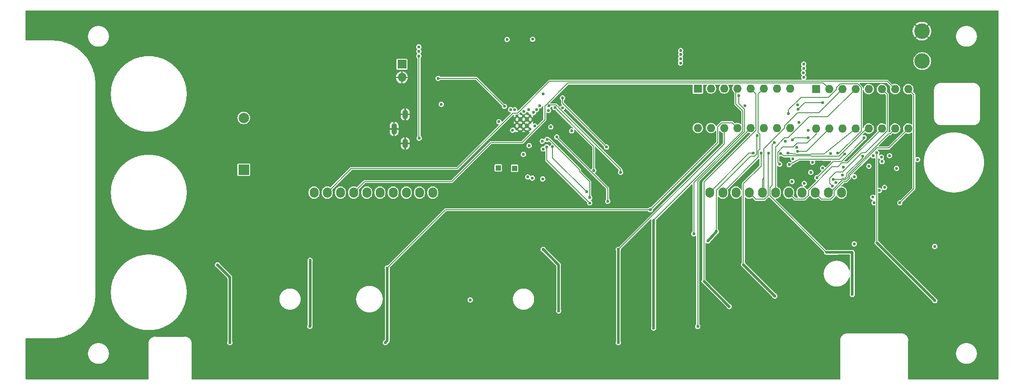
<source format=gbr>
%TF.GenerationSoftware,KiCad,Pcbnew,8.0.5*%
%TF.CreationDate,2024-09-30T13:59:48-07:00*%
%TF.ProjectId,combo_board,636f6d62-6f5f-4626-9f61-72642e6b6963,1*%
%TF.SameCoordinates,Original*%
%TF.FileFunction,Copper,L2,Inr*%
%TF.FilePolarity,Positive*%
%FSLAX46Y46*%
G04 Gerber Fmt 4.6, Leading zero omitted, Abs format (unit mm)*
G04 Created by KiCad (PCBNEW 8.0.5) date 2024-09-30 13:59:48*
%MOMM*%
%LPD*%
G01*
G04 APERTURE LIST*
%TA.AperFunction,ComponentPad*%
%ADD10O,1.700000X2.000000*%
%TD*%
%TA.AperFunction,ComponentPad*%
%ADD11O,1.100000X1.800000*%
%TD*%
%TA.AperFunction,ComponentPad*%
%ADD12O,1.100000X2.200000*%
%TD*%
%TA.AperFunction,ComponentPad*%
%ADD13R,1.700000X1.700000*%
%TD*%
%TA.AperFunction,ComponentPad*%
%ADD14O,1.700000X1.700000*%
%TD*%
%TA.AperFunction,ComponentPad*%
%ADD15C,0.600000*%
%TD*%
%TA.AperFunction,ComponentPad*%
%ADD16R,2.000000X2.000000*%
%TD*%
%TA.AperFunction,ComponentPad*%
%ADD17C,2.000000*%
%TD*%
%TA.AperFunction,ComponentPad*%
%ADD18C,3.000000*%
%TD*%
%TA.AperFunction,ComponentPad*%
%ADD19R,1.600000X1.600000*%
%TD*%
%TA.AperFunction,ComponentPad*%
%ADD20O,1.600000X1.600000*%
%TD*%
%TA.AperFunction,ComponentPad*%
%ADD21R,1.000000X1.000000*%
%TD*%
%TA.AperFunction,ViaPad*%
%ADD22C,0.600000*%
%TD*%
%TA.AperFunction,Conductor*%
%ADD23C,0.150000*%
%TD*%
%TA.AperFunction,Conductor*%
%ADD24C,0.500000*%
%TD*%
G04 APERTURE END LIST*
D10*
%TO.N,Net-(DS1-F1{slash}GND)*%
%TO.C,DS1*%
X56340000Y36570000D03*
%TO.N,PS3*%
X58880000Y36570000D03*
%TO.N,PS2*%
X61420000Y36570000D03*
%TO.N,PS1*%
X63960000Y36570000D03*
%TO.N,Pg*%
X66500000Y36570000D03*
%TO.N,PDP*%
X69040000Y36570000D03*
%TO.N,G0*%
X71580000Y36570000D03*
%TO.N,G1*%
X74120000Y36570000D03*
%TO.N,G2*%
X76660000Y36570000D03*
%TO.N,G3*%
X79200000Y36570000D03*
%TO.N,G4*%
X132540000Y36570000D03*
%TO.N,G5*%
X135080000Y36570000D03*
%TO.N,G6*%
X137620000Y36570000D03*
%TO.N,G7*%
X140160000Y36570000D03*
%TO.N,Pd*%
X142700000Y36570000D03*
%TO.N,Pe*%
X145240000Y36570000D03*
%TO.N,Pc*%
X147780000Y36570000D03*
%TO.N,Pf*%
X150320000Y36570000D03*
%TO.N,Pb*%
X152860000Y36570000D03*
%TO.N,Pa*%
X155400000Y36570000D03*
%TO.N,Net-(DS1-F2{slash}+5V)*%
X157940000Y36570000D03*
%TD*%
D11*
%TO.N,GND*%
%TO.C,J3*%
X73907400Y46068100D03*
D12*
X71757400Y48868100D03*
D11*
X73907400Y51668100D03*
%TD*%
D13*
%TO.N,/~{USB_BOOT}*%
%TO.C,J2*%
X73272400Y61343100D03*
D14*
%TO.N,GND*%
X73272400Y58803100D03*
%TD*%
D15*
%TO.N,GND*%
%TO.C,U3*%
X97975000Y51377700D03*
X96700000Y51377700D03*
X95425000Y51377700D03*
X97975000Y50102700D03*
X96700000Y50102700D03*
X95425000Y50102700D03*
X97975000Y48827700D03*
X96700000Y48827700D03*
X95425000Y48827700D03*
%TD*%
D16*
%TO.N,/GPIO28_ADC2*%
%TO.C,LS1*%
X42790000Y40982700D03*
D17*
%TO.N,/GPIO29_ADC3*%
X42790000Y50982700D03*
%TD*%
D18*
%TO.N,GND*%
%TO.C,TP4*%
X173450000Y67732683D03*
%TD*%
D19*
%TO.N,PDP*%
%TO.C,J204*%
X153050000Y56550000D03*
D20*
%TO.N,PS1*%
X155590000Y56550000D03*
%TO.N,Pd*%
X158130000Y56550000D03*
%TO.N,Pe*%
X160670000Y56550000D03*
%TO.N,Pf*%
X163210000Y56550000D03*
%TO.N,Pg*%
X165750000Y56550000D03*
%TO.N,PS3*%
X168290000Y56550000D03*
%TO.N,PS2*%
X170830000Y56550000D03*
%TO.N,Pb*%
X170830000Y48930000D03*
%TO.N,Pa*%
X168290000Y48930000D03*
%TO.N,Pc*%
X165750000Y48930000D03*
%TO.N,G0*%
X163210000Y48930000D03*
%TO.N,G1*%
X160670000Y48930000D03*
%TO.N,G4*%
X158130000Y48930000D03*
%TO.N,G3*%
X155590000Y48930000D03*
%TO.N,G2*%
X153050000Y48930000D03*
%TD*%
D18*
%TO.N,EXT_5V*%
%TO.C,TP5*%
X173510000Y61952683D03*
%TD*%
D21*
%TO.N,/GPIO26_ADC0*%
%TO.C,TP2*%
X94970000Y41262683D03*
%TD*%
%TO.N,/GPIO27_ADC1*%
%TO.C,TP3*%
X91830000Y41352683D03*
%TD*%
D19*
%TO.N,F1*%
%TO.C,J203*%
X130280000Y56660000D03*
D20*
%TO.N,F2*%
X132820000Y56660000D03*
%TO.N,S2*%
X135360000Y56660000D03*
%TO.N,S1*%
X137900000Y56660000D03*
%TO.N,S0*%
X140440000Y56660000D03*
%TO.N,G5*%
X142980000Y56660000D03*
%TO.N,G7*%
X145520000Y56660000D03*
%TO.N,G6*%
X148060000Y56660000D03*
%TO.N,RL0*%
X148060000Y49040000D03*
%TO.N,RL1*%
X145520000Y49040000D03*
%TO.N,RL6*%
X142980000Y49040000D03*
%TO.N,RL4*%
X140440000Y49040000D03*
%TO.N,RL2*%
X137900000Y49040000D03*
%TO.N,RL5*%
X135360000Y49040000D03*
%TO.N,RL3*%
X132820000Y49040000D03*
%TO.N,GND2*%
X130280000Y49040000D03*
%TD*%
D22*
%TO.N,GND*%
X86040000Y59143000D03*
X99280000Y64792700D03*
X97580000Y63513000D03*
X99280000Y58303000D03*
%TO.N,+3V3*%
X158150000Y39922683D03*
X168570000Y41243000D03*
X158330000Y41483000D03*
X165770000Y42553000D03*
X155826000Y44127000D03*
X97680000Y52543000D03*
X94210000Y52583000D03*
X97765100Y45643000D03*
X148440000Y38702683D03*
X96730000Y52223000D03*
X172610000Y42953000D03*
X100470000Y44993000D03*
X163250000Y41673000D03*
X148600000Y43102683D03*
X98450000Y66162700D03*
X80869900Y53620000D03*
%TO.N,+1V1*%
X98850000Y49413000D03*
X94600000Y48603000D03*
X91964900Y50247000D03*
X101964400Y49247000D03*
%TO.N,/QSPI_SS*%
X93027800Y53213000D03*
X80235300Y58607000D03*
%TO.N,/G5_3V*%
X100478000Y55616000D03*
X139318000Y53366000D03*
%TO.N,/G7_3V*%
X147118000Y46490000D03*
X95000900Y52556000D03*
%TO.N,/G2_3V*%
X149764000Y50124000D03*
X98610600Y52029000D03*
%TO.N,/G6_3V*%
X104231100Y54840000D03*
X149354000Y45261000D03*
X112699000Y45350000D03*
%TO.N,/PDP_3V*%
X101610800Y53318000D03*
X152064000Y40480000D03*
X115416000Y40468000D03*
X99852500Y53318000D03*
%TO.N,/G3_3V*%
X110217000Y40844000D03*
X154310000Y41285000D03*
X102739200Y52971000D03*
%TO.N,/PD_3V*%
X147758000Y51810000D03*
X157217000Y44171000D03*
X99198400Y52594000D03*
%TO.N,/G4_3V*%
X149508000Y53538000D03*
X104253600Y52943000D03*
%TO.N,/PS1_3V*%
X154357000Y53919000D03*
X149565000Y52648000D03*
X101544600Y52400000D03*
%TO.N,/PF_3V*%
X156856520Y38529156D03*
X100379300Y39208000D03*
%TO.N,/PE_3V*%
X153234000Y39457000D03*
X162320000Y47186000D03*
X98387200Y39386000D03*
%TO.N,/G1_3V*%
X158597000Y43988000D03*
X164076000Y43660000D03*
X96668200Y43946000D03*
X147866000Y41967000D03*
%TO.N,/G0_3V*%
X156337094Y39131820D03*
X97490300Y39611000D03*
X160451000Y39627000D03*
X162022000Y43579000D03*
%TO.N,/PC_3V*%
X151572000Y47184000D03*
X105964000Y48480000D03*
X165642000Y43426000D03*
X148481000Y46724000D03*
%TO.N,/PG_3V*%
X166241000Y37579000D03*
X103082600Y47302000D03*
X112906000Y34893000D03*
%TO.N,/PS3_3V*%
X165277000Y36978000D03*
X102304800Y45444000D03*
X108834000Y36700000D03*
%TO.N,/PA_3V*%
X152366000Y42426000D03*
X167211000Y43687000D03*
X100304000Y46493000D03*
%TO.N,/PS2_3V*%
X101249700Y46828000D03*
X109441000Y35598000D03*
X163964000Y35682000D03*
%TO.N,/VBUS*%
X76515000Y64687700D03*
X76550000Y63823000D03*
X76550000Y62933000D03*
X93520000Y66122700D03*
X76590000Y47073000D03*
%TO.N,/PB_3V*%
X101157200Y45414000D03*
X109441000Y34579000D03*
X164214000Y34608000D03*
%TO.N,G2*%
X146061000Y42062000D03*
%TO.N,PS2*%
X169195000Y34612000D03*
%TO.N,Pg*%
X156187280Y37881820D03*
%TO.N,G0*%
X146230000Y44115000D03*
%TO.N,G3*%
X149522000Y44509000D03*
%TO.N,G7*%
X143920000Y44166000D03*
%TO.N,G4*%
X140987000Y44166000D03*
%TO.N,Net-(DS1-F2{slash}+5V)*%
X150678517Y58812683D03*
X150640000Y59702683D03*
X150672672Y60562683D03*
X150670000Y61362683D03*
%TO.N,Net-(DS1-F1{slash}GND)*%
X126950000Y62432683D03*
X126970000Y63262683D03*
X126950000Y61562683D03*
X126970000Y63992683D03*
%TO.N,PDP*%
X150779000Y38338000D03*
%TO.N,G1*%
X147675000Y44166000D03*
%TO.N,RL5*%
X114959000Y7613000D03*
X114979000Y25612000D03*
%TO.N,S2*%
X138135000Y55241000D03*
X129518000Y28612000D03*
%TO.N,RL3*%
X86420000Y15857000D03*
X142455000Y44166000D03*
X145097000Y16612000D03*
%TO.N,RL4*%
X103465700Y13731000D03*
X130251000Y10715000D03*
X100478000Y25612000D03*
%TO.N,RL2*%
X121135000Y33258000D03*
X70466000Y22024000D03*
X70076000Y7613000D03*
X175910000Y26163000D03*
%TO.N,S1*%
X121774000Y10413000D03*
%TO.N,RL0*%
X164773000Y44247000D03*
X40122500Y7613000D03*
X175938000Y15716000D03*
X151572000Y48580000D03*
X37736300Y22612000D03*
%TO.N,RL6*%
X133850000Y29083000D03*
X132206000Y27243000D03*
X160410000Y26663000D03*
X141681000Y47611000D03*
%TO.N,S0*%
X136330000Y14588000D03*
%TO.N,RL1*%
X55580800Y23514000D03*
X160046000Y16905000D03*
X55528500Y10747000D03*
X145053000Y46188000D03*
%TD*%
D23*
%TO.N,/QSPI_SS*%
X93027800Y53213000D02*
X87633300Y58607000D01*
X87633300Y58607000D02*
X80235300Y58607000D01*
%TO.N,/G6_3V*%
X104231100Y54840000D02*
X104231100Y53818000D01*
X104231100Y53818000D02*
X112699000Y45350000D01*
%TO.N,/PDP_3V*%
X103498400Y52953000D02*
X103498400Y52969000D01*
X115416000Y40468000D02*
X115416000Y41035000D01*
X103498400Y52969000D02*
X102965000Y53502000D01*
X115416000Y41035000D02*
X103498400Y52953000D01*
X102965000Y53502000D02*
X101795200Y53502000D01*
X101795200Y53502000D02*
X101610800Y53318000D01*
%TO.N,/G3_3V*%
X110217000Y45493000D02*
X102739200Y52971000D01*
X110217000Y40844000D02*
X110217000Y45493000D01*
%TO.N,/PD_3V*%
X155427000Y54927000D02*
X150147000Y54927000D01*
X150147000Y54927000D02*
X147758000Y52538000D01*
X157732000Y57604000D02*
X156966000Y56838000D01*
X147758000Y52538000D02*
X147758000Y51810000D01*
X161754000Y56923000D02*
X161073000Y57604000D01*
X161073000Y57604000D02*
X157732000Y57604000D01*
X156966000Y56838000D02*
X156966000Y56467000D01*
X157486000Y44171000D02*
X161754000Y48439000D01*
X156966000Y56467000D02*
X155427000Y54927000D01*
X157217000Y44171000D02*
X157486000Y44171000D01*
X161754000Y48439000D02*
X161754000Y56923000D01*
%TO.N,/PS1_3V*%
X150836000Y53919000D02*
X149565000Y52648000D01*
X154357000Y53919000D02*
X150836000Y53919000D01*
%TO.N,/PE_3V*%
X156379000Y42603000D02*
X153234000Y39457000D01*
X162320000Y46966000D02*
X157957000Y42603000D01*
X157957000Y42603000D02*
X156379000Y42603000D01*
X162320000Y47186000D02*
X162320000Y46966000D01*
%TO.N,/G1_3V*%
X149850000Y43002683D02*
X147866000Y41967000D01*
X158597000Y43988000D02*
X157550000Y42963000D01*
X157550000Y42963000D02*
X149850000Y43002683D01*
%TO.N,/G0_3V*%
X157875253Y39131820D02*
X156337094Y39131820D01*
X162022000Y43579000D02*
X162022000Y43278567D01*
X158915000Y40171567D02*
X158915000Y39653799D01*
X158031116Y39287683D02*
X157875253Y39131820D01*
X158915000Y39653799D02*
X158548884Y39287683D01*
X162022000Y43278567D02*
X158915000Y40171567D01*
X158548884Y39287683D02*
X158031116Y39287683D01*
%TO.N,/PC_3V*%
X151572000Y47184000D02*
X148941000Y47184000D01*
X148941000Y47184000D02*
X148481000Y46724000D01*
%TO.N,/PG_3V*%
X103082600Y47234000D02*
X112906000Y37411000D01*
X112906000Y37411000D02*
X112906000Y34893000D01*
X103082600Y47302000D02*
X103082600Y47234000D01*
%TO.N,/PS3_3V*%
X102304800Y43230000D02*
X102304800Y45444000D01*
X108834000Y36700000D02*
X102304800Y43230000D01*
%TO.N,/PS2_3V*%
X107483000Y40615000D02*
X109441000Y38657000D01*
X101666400Y46828000D02*
X107483000Y41011000D01*
X107483000Y41011000D02*
X107483000Y40615000D01*
X109441000Y38657000D02*
X109441000Y35598000D01*
X101249700Y46828000D02*
X101666400Y46828000D01*
%TO.N,/VBUS*%
X76590000Y47073000D02*
X76550000Y47113000D01*
X76550000Y47113000D02*
X76550000Y62933000D01*
%TO.N,/PB_3V*%
X101157200Y42863000D02*
X101157200Y45414000D01*
X109441000Y34579000D02*
X101157200Y42863000D01*
%TO.N,Pc*%
X158010000Y42301000D02*
X157265000Y41556000D01*
X151590000Y36097000D02*
X150806000Y35313000D01*
X165750000Y48930000D02*
X159121000Y42301000D01*
X156139000Y41556000D02*
X151590000Y37007000D01*
X150806000Y35313000D02*
X149037000Y35313000D01*
X159121000Y42301000D02*
X158010000Y42301000D01*
X149037000Y35313000D02*
X147780000Y36570000D01*
X151590000Y37007000D02*
X151590000Y36097000D01*
X157265000Y41556000D02*
X156139000Y41556000D01*
%TO.N,G2*%
X153050000Y48930000D02*
X153050000Y47844000D01*
X153050000Y47844000D02*
X151312000Y46106000D01*
X145704000Y44378000D02*
X145704000Y42420000D01*
X148696000Y45348000D02*
X146673000Y45348000D01*
X151312000Y46106000D02*
X149454000Y46106000D01*
X145704000Y42420000D02*
X146061000Y42062000D01*
X146673000Y45348000D02*
X145704000Y44378000D01*
X149454000Y46106000D02*
X148696000Y45348000D01*
%TO.N,Pa*%
X159215000Y39529535D02*
X159215000Y40027000D01*
X158673148Y38987683D02*
X159215000Y39529535D01*
X156250000Y37062000D02*
X155892000Y37062000D01*
X162549000Y43361000D02*
X162549000Y43451000D01*
X156250000Y37062000D02*
X158175683Y38987683D01*
X156086000Y36898000D02*
X156250000Y37062000D01*
X158175683Y38987683D02*
X158673148Y38987683D01*
X159215000Y40027000D02*
X162549000Y43361000D01*
X167015000Y47916000D02*
X167276000Y47916000D01*
X167276000Y47916000D02*
X168290000Y48930000D01*
X162549000Y43451000D02*
X167015000Y47916000D01*
%TO.N,PS2*%
X171894000Y55486000D02*
X171894000Y37311000D01*
X171894000Y37311000D02*
X169195000Y34612000D01*
X170830000Y56550000D02*
X171894000Y55486000D01*
%TO.N,Pg*%
X166782000Y55518000D02*
X166782000Y48475000D01*
X155712094Y38357006D02*
X156187280Y37881820D01*
X166782000Y48475000D02*
X162560000Y44253000D01*
X162560000Y44253000D02*
X161884000Y44253000D01*
X156859073Y40537683D02*
X155712094Y39390704D01*
X165750000Y56550000D02*
X166782000Y55518000D01*
X161884000Y44253000D02*
X158168683Y40537683D01*
X155712094Y39390704D02*
X155712094Y38357006D01*
X158168683Y40537683D02*
X156859073Y40537683D01*
%TO.N,G0*%
X157456000Y43592000D02*
X162349000Y48485000D01*
X162349000Y48485000D02*
X162571500Y48707500D01*
X162349000Y48485000D02*
X162765000Y48485000D01*
X146230000Y44115000D02*
X146920000Y43642683D01*
X146920000Y43642683D02*
X157456000Y43592000D01*
%TO.N,Pe*%
X155303000Y51183000D02*
X151676000Y51183000D01*
X145240000Y45387000D02*
X145240000Y36570000D01*
X151676000Y51183000D02*
X147631000Y47138000D01*
X147631000Y47138000D02*
X146991000Y47138000D01*
X146991000Y47138000D02*
X145240000Y45387000D01*
X160670000Y56550000D02*
X155303000Y51183000D01*
%TO.N,G3*%
X155590000Y48930000D02*
X151169000Y44509000D01*
X151169000Y44509000D02*
X149522000Y44509000D01*
%TO.N,G7*%
X143812000Y44058000D02*
X143920000Y44166000D01*
X143100000Y35260000D02*
X143812000Y35972000D01*
X140160000Y36570000D02*
X141470000Y35260000D01*
X141470000Y35260000D02*
X143100000Y35260000D01*
X143812000Y35972000D02*
X143812000Y44058000D01*
%TO.N,Pd*%
X146953000Y49414000D02*
X146953000Y49017000D01*
X153595000Y52015000D02*
X149554000Y52015000D01*
X146953000Y49017000D02*
X142982000Y45046000D01*
X142982000Y45046000D02*
X142982000Y39414000D01*
X142982000Y39414000D02*
X142982000Y36852000D01*
X158130000Y56550000D02*
X153595000Y52015000D01*
X142700000Y39132000D02*
X142700000Y36570000D01*
X142982000Y39414000D02*
X142700000Y39132000D01*
X149554000Y52015000D02*
X146953000Y49414000D01*
%TO.N,G4*%
X140136000Y44166000D02*
X140987000Y44166000D01*
X132540000Y36570000D02*
X140136000Y44166000D01*
%TO.N,G5*%
X141911000Y48128000D02*
X141911000Y55591000D01*
X141928000Y44686000D02*
X142210000Y44967000D01*
X142210000Y44967000D02*
X142210000Y47829000D01*
X141928000Y43418000D02*
X141928000Y44686000D01*
X135080000Y36570000D02*
X141928000Y43418000D01*
X142210000Y47829000D02*
X141911000Y48128000D01*
X141911000Y55591000D02*
X142980000Y56660000D01*
%TO.N,PS3*%
X168290000Y56550000D02*
X166800000Y58040000D01*
X95566700Y51935000D02*
X94652000Y51935000D01*
X83927200Y41210000D02*
X63519900Y41210000D01*
X166800000Y58040000D02*
X101671500Y58040000D01*
X94652000Y51935000D02*
X83927200Y41210000D01*
X101671500Y58040000D02*
X95566700Y51935000D01*
X63519900Y41210000D02*
X58880000Y36570000D01*
%TO.N,Pb*%
X167072000Y45172000D02*
X170830000Y48930000D01*
X154118000Y35312000D02*
X155898000Y35312000D01*
X164787000Y45172000D02*
X167072000Y45172000D01*
X159515000Y39405271D02*
X159515000Y39900000D01*
X158797412Y38687683D02*
X159515000Y39405271D01*
X152860000Y36570000D02*
X154118000Y35312000D01*
X156564000Y35978000D02*
X156564000Y36949000D01*
X159515000Y39900000D02*
X164787000Y45172000D01*
X156564000Y36949000D02*
X158302683Y38687683D01*
X155898000Y35312000D02*
X156564000Y35978000D01*
X158302683Y38687683D02*
X158797412Y38687683D01*
%TO.N,G1*%
X154560000Y44023000D02*
X149500000Y43962683D01*
X160670000Y48930000D02*
X154560000Y44023000D01*
X149500000Y43962683D02*
X147675000Y44166000D01*
%TO.N,PS1*%
X100803600Y53255000D02*
X100803600Y50614000D01*
X105249000Y57701000D02*
X100803600Y53255000D01*
X82854900Y38692000D02*
X66081800Y38692000D01*
X90398300Y46235000D02*
X82854900Y38692000D01*
X100803600Y50614000D02*
X96425000Y46235000D01*
X154439000Y57701000D02*
X105249000Y57701000D01*
X66081800Y38692000D02*
X63960000Y36570000D01*
X96425000Y46235000D02*
X90398300Y46235000D01*
X155590000Y56550000D02*
X154439000Y57701000D01*
D24*
%TO.N,RL5*%
X114959000Y7613000D02*
X114959000Y25592000D01*
D23*
X135360000Y49040000D02*
X135360000Y45993000D01*
X135360000Y45993000D02*
X114979000Y25612000D01*
D24*
X114959000Y25592000D02*
X114979000Y25612000D01*
D23*
%TO.N,S2*%
X129518000Y28612000D02*
X129518000Y38557000D01*
X138135000Y53794000D02*
X138135000Y55241000D01*
X129518000Y38557000D02*
X139284000Y48323000D01*
X139284000Y52645000D02*
X138135000Y53794000D01*
X139284000Y48323000D02*
X139284000Y52645000D01*
D24*
%TO.N,RL3*%
X139038000Y22672000D02*
X145097000Y16612000D01*
D23*
X139038000Y38243000D02*
X139038000Y22672000D01*
X142455000Y41660000D02*
X139038000Y38243000D01*
X142455000Y44166000D02*
X142455000Y41660000D01*
%TO.N,RL4*%
X130251000Y38851000D02*
X130251000Y10715000D01*
D24*
X103465700Y22624000D02*
X100478000Y25612000D01*
D23*
X140440000Y49040000D02*
X130251000Y38851000D01*
D24*
X103465700Y13731000D02*
X103465700Y22624000D01*
D23*
%TO.N,RL2*%
X134878000Y50067000D02*
X136873000Y50067000D01*
D24*
X70466000Y8003000D02*
X70076000Y7613000D01*
D23*
X136873000Y50067000D02*
X137900000Y49040000D01*
X134090000Y49279000D02*
X134878000Y50067000D01*
X134090000Y46213000D02*
X134090000Y49279000D01*
X121135000Y33258000D02*
X81700000Y33258000D01*
X121135000Y33258000D02*
X134090000Y46213000D01*
D24*
X70466000Y22024000D02*
X70466000Y8003000D01*
D23*
X81700000Y33258000D02*
X70466000Y22024000D01*
%TO.N,S1*%
X137609000Y56369000D02*
X137609000Y55992000D01*
X137609000Y53635000D02*
X138942000Y52302000D01*
D24*
X121774000Y31254000D02*
X121774000Y10413000D01*
D23*
X137609000Y55992000D02*
X137900000Y56284000D01*
X138942000Y48422000D02*
X121774000Y31254000D01*
X138942000Y52302000D02*
X138942000Y48422000D01*
X137609000Y55992000D02*
X137609000Y53635000D01*
%TO.N,RL0*%
X164750000Y26903000D02*
X164750000Y44224000D01*
D24*
X175938000Y15716000D02*
X164750000Y26903000D01*
D23*
X164750000Y44224000D02*
X164773000Y44247000D01*
D24*
X37736300Y22612000D02*
X40122500Y20226000D01*
X40122500Y20226000D02*
X40122500Y7613000D01*
D23*
%TO.N,RL6*%
X133810000Y36973000D02*
X140476000Y43639000D01*
X133810000Y32247000D02*
X133850000Y32207000D01*
X141626000Y44060000D02*
X141626000Y47556000D01*
X140476000Y43639000D02*
X141205000Y43639000D01*
X133810000Y28999000D02*
X133810000Y32247000D01*
X133810000Y32247000D02*
X133810000Y36973000D01*
X133850000Y32207000D02*
X133850000Y29083000D01*
D24*
X132206000Y27243000D02*
X133810000Y28999000D01*
D23*
X141205000Y43639000D02*
X141626000Y44060000D01*
X141626000Y47556000D02*
X141681000Y47611000D01*
%TO.N,S0*%
X140440000Y56660000D02*
X141478000Y55622000D01*
X141478000Y48604000D02*
X131450000Y38576000D01*
D24*
X131450000Y19468000D02*
X136330000Y14588000D01*
D23*
X141478000Y55622000D02*
X141478000Y48604000D01*
X131450000Y38576000D02*
X131450000Y19468000D01*
%TO.N,RL1*%
X144639000Y45774000D02*
X145053000Y46188000D01*
D24*
X160046000Y16905000D02*
X160046000Y21363000D01*
D23*
X144639000Y37989000D02*
X144639000Y45774000D01*
D24*
X160046000Y21363000D02*
X160040000Y25043000D01*
D23*
X155046000Y25035000D02*
X144139000Y35942000D01*
X144139000Y35942000D02*
X144139000Y37490000D01*
D24*
X55580800Y10799000D02*
X55528500Y10747000D01*
X55580800Y23514000D02*
X55580800Y10799000D01*
D23*
X144139000Y37490000D02*
X144639000Y37989000D01*
D24*
X160040000Y25043000D02*
X155046000Y25035000D01*
%TD*%
%TA.AperFunction,Conductor*%
%TO.N,GND*%
G36*
X188172182Y71690593D02*
G01*
X188208146Y71641093D01*
X188212991Y71610500D01*
X188212991Y612183D01*
X188194084Y553992D01*
X188144584Y518028D01*
X188113991Y513183D01*
X170900158Y513183D01*
X170841967Y532090D01*
X170806003Y581590D01*
X170801158Y612183D01*
X170801158Y5546873D01*
X180020588Y5546873D01*
X180021332Y5517420D01*
X180021332Y5512424D01*
X180020588Y5482970D01*
X180021273Y5476514D01*
X180021143Y5476501D01*
X180022659Y5464983D01*
X180022735Y5461980D01*
X180022736Y5461956D01*
X180021804Y5450378D01*
X180021931Y5450371D01*
X180021574Y5443900D01*
X180023808Y5414526D01*
X180024061Y5409526D01*
X180024805Y5380092D01*
X180025815Y5373680D01*
X180025688Y5373661D01*
X180027784Y5362240D01*
X180027942Y5360163D01*
X180027597Y5348559D01*
X180027729Y5348558D01*
X180027699Y5342072D01*
X180031415Y5312823D01*
X180031919Y5307860D01*
X180034154Y5278475D01*
X180035487Y5272124D01*
X180035355Y5272097D01*
X180038032Y5260754D01*
X180038183Y5259561D01*
X180038420Y5248022D01*
X180038554Y5248028D01*
X180038850Y5241551D01*
X180044036Y5212515D01*
X180044788Y5207593D01*
X180048509Y5178309D01*
X180050162Y5172029D01*
X180050019Y5171992D01*
X180053298Y5160650D01*
X180053365Y5160270D01*
X180054158Y5148943D01*
X180054289Y5148955D01*
X180054910Y5142499D01*
X180054910Y5142496D01*
X180054911Y5142492D01*
X180061559Y5113688D01*
X180062552Y5108830D01*
X180067743Y5079758D01*
X180069709Y5073571D01*
X180068595Y5073218D01*
X180073650Y5051305D01*
X180074815Y5051476D01*
X180075757Y5045059D01*
X180083841Y5016591D01*
X180085070Y5011815D01*
X180091730Y4982962D01*
X180094001Y4976887D01*
X180092830Y4976450D01*
X180098772Y4955516D01*
X180100010Y4955760D01*
X180101269Y4949397D01*
X180110775Y4921303D01*
X180112228Y4916626D01*
X180114465Y4908750D01*
X180120332Y4888088D01*
X180122904Y4882130D01*
X180121686Y4881605D01*
X180128446Y4861615D01*
X180129746Y4861939D01*
X180131318Y4855644D01*
X180131319Y4855640D01*
X180142214Y4828009D01*
X180143892Y4823426D01*
X180153418Y4795272D01*
X180156279Y4789455D01*
X180155019Y4788836D01*
X180162543Y4769747D01*
X180163899Y4770157D01*
X180165777Y4763948D01*
X180165778Y4763944D01*
X180178040Y4736821D01*
X180178048Y4736803D01*
X180179937Y4732336D01*
X180190852Y4704654D01*
X180193998Y4698983D01*
X180192713Y4698271D01*
X180200951Y4680048D01*
X180202343Y4680543D01*
X180204521Y4674431D01*
X180218114Y4647893D01*
X180220209Y4643544D01*
X180232493Y4616371D01*
X180235916Y4610856D01*
X180234624Y4610055D01*
X180243531Y4592660D01*
X180244947Y4593243D01*
X180247419Y4587245D01*
X180262310Y4561345D01*
X180264599Y4557131D01*
X180278217Y4530543D01*
X180281905Y4525202D01*
X180280611Y4524310D01*
X180290149Y4507718D01*
X180291580Y4508390D01*
X180294341Y4502513D01*
X180294342Y4502511D01*
X180294343Y4502509D01*
X180294345Y4502506D01*
X180310495Y4477314D01*
X180312973Y4473235D01*
X180327887Y4447297D01*
X180331826Y4442145D01*
X180330544Y4441166D01*
X180340703Y4425317D01*
X180342135Y4426075D01*
X180345170Y4420346D01*
X180362532Y4395931D01*
X180365193Y4391991D01*
X180381363Y4366769D01*
X180385550Y4361809D01*
X180384284Y4360741D01*
X180395044Y4345611D01*
X180396473Y4346457D01*
X180399782Y4340874D01*
X180418315Y4317292D01*
X180421152Y4313499D01*
X180438534Y4289056D01*
X180438538Y4289053D01*
X180442955Y4284302D01*
X180441727Y4283161D01*
X180453073Y4268727D01*
X180454473Y4269649D01*
X180458042Y4264236D01*
X180462276Y4259348D01*
X180477713Y4241527D01*
X180480696Y4237912D01*
X180490301Y4225690D01*
X180499252Y4214299D01*
X180503895Y4209763D01*
X180502709Y4208550D01*
X180514648Y4194767D01*
X180516019Y4195767D01*
X180519845Y4190527D01*
X180519847Y4190524D01*
X180540583Y4168775D01*
X180543739Y4165302D01*
X180563403Y4142601D01*
X180563409Y4142597D01*
X180568253Y4138296D01*
X180567123Y4137024D01*
X180579668Y4123869D01*
X180580993Y4124936D01*
X180585062Y4119887D01*
X180585064Y4119884D01*
X180585065Y4119883D01*
X180585067Y4119881D01*
X180606798Y4099162D01*
X180610123Y4095838D01*
X180630863Y4074085D01*
X180630866Y4074082D01*
X180635916Y4070013D01*
X180634837Y4068676D01*
X180647992Y4056137D01*
X180649275Y4057275D01*
X180653577Y4052429D01*
X180653580Y4052425D01*
X180653582Y4052423D01*
X180653586Y4052419D01*
X180676276Y4032765D01*
X180679759Y4029601D01*
X180701507Y4008866D01*
X180701509Y4008865D01*
X180706749Y4005039D01*
X180705747Y4003668D01*
X180719527Y3991733D01*
X180720739Y3992916D01*
X180725272Y3988277D01*
X180725276Y3988274D01*
X180725277Y3988273D01*
X180748868Y3969734D01*
X180748875Y3969729D01*
X180752524Y3966717D01*
X180775205Y3947071D01*
X180775212Y3947065D01*
X180775216Y3947064D01*
X180780628Y3943494D01*
X180779694Y3942079D01*
X180794139Y3930734D01*
X180795288Y3931969D01*
X180800036Y3927554D01*
X180800037Y3927553D01*
X180824505Y3910154D01*
X180828273Y3907335D01*
X180851859Y3888800D01*
X180851861Y3888799D01*
X180857444Y3885489D01*
X180856596Y3884060D01*
X180871719Y3873308D01*
X180872786Y3874571D01*
X180877744Y3870386D01*
X180902950Y3854227D01*
X180906891Y3851565D01*
X180931320Y3834194D01*
X180931323Y3834192D01*
X180931325Y3834192D01*
X180937060Y3831153D01*
X180936293Y3829706D01*
X180952133Y3819557D01*
X180953121Y3820848D01*
X180958275Y3816908D01*
X180958279Y3816906D01*
X180958280Y3816905D01*
X180984240Y3801979D01*
X180988273Y3799529D01*
X181013490Y3783362D01*
X181013493Y3783362D01*
X181019368Y3780601D01*
X181018692Y3779164D01*
X181035280Y3769632D01*
X181036176Y3770928D01*
X181041516Y3767242D01*
X181041519Y3767241D01*
X181041522Y3767238D01*
X181068133Y3753609D01*
X181072292Y3751350D01*
X181098228Y3736437D01*
X181098238Y3736435D01*
X181104227Y3733966D01*
X181103638Y3732537D01*
X181121029Y3723636D01*
X181121837Y3724936D01*
X181127347Y3721517D01*
X181127351Y3721514D01*
X181154525Y3709230D01*
X181158870Y3707136D01*
X181185412Y3693541D01*
X181185415Y3693540D01*
X181185417Y3693539D01*
X181185418Y3693539D01*
X181191530Y3691360D01*
X181191031Y3689963D01*
X181209251Y3681731D01*
X181209965Y3683017D01*
X181215632Y3679874D01*
X181215637Y3679870D01*
X181215641Y3679869D01*
X181215642Y3679868D01*
X181243318Y3668956D01*
X181247771Y3667074D01*
X181274926Y3654797D01*
X181274928Y3654797D01*
X181274930Y3654796D01*
X181281139Y3652918D01*
X181280727Y3651558D01*
X181299810Y3644038D01*
X181300433Y3645302D01*
X181306252Y3642439D01*
X181306253Y3642439D01*
X181306254Y3642438D01*
X181334428Y3632905D01*
X181338960Y3631246D01*
X181366624Y3620338D01*
X181366629Y3620338D01*
X181372928Y3618764D01*
X181372601Y3617456D01*
X181392587Y3610699D01*
X181393116Y3611922D01*
X181399066Y3609353D01*
X181399069Y3609353D01*
X181399071Y3609351D01*
X181427645Y3601238D01*
X181432255Y3599804D01*
X181460374Y3590288D01*
X181460377Y3590288D01*
X181466748Y3589027D01*
X181466501Y3587782D01*
X181487428Y3581845D01*
X181487868Y3583020D01*
X181493948Y3580747D01*
X181522785Y3574092D01*
X181527555Y3572866D01*
X181556044Y3564776D01*
X181556048Y3564776D01*
X181562470Y3563832D01*
X181562297Y3562661D01*
X181584193Y3557611D01*
X181584549Y3558729D01*
X181590725Y3556768D01*
X181590735Y3556763D01*
X181619867Y3551561D01*
X181624669Y3550578D01*
X181653481Y3543928D01*
X181653481Y3543929D01*
X181653482Y3543928D01*
X181659944Y3543306D01*
X181659930Y3543163D01*
X181671497Y3542342D01*
X181671870Y3542275D01*
X181682976Y3539050D01*
X181683011Y3539180D01*
X181689289Y3537529D01*
X181689293Y3537527D01*
X181709359Y3534978D01*
X181718561Y3533808D01*
X181723487Y3533056D01*
X181752538Y3527868D01*
X181759020Y3527571D01*
X181759013Y3527432D01*
X181770649Y3527190D01*
X181771843Y3527038D01*
X181783079Y3524379D01*
X181783106Y3524505D01*
X181789457Y3523174D01*
X181789462Y3523172D01*
X181818865Y3520937D01*
X181823769Y3520440D01*
X181853060Y3516717D01*
X181853067Y3516719D01*
X181859554Y3516746D01*
X181859554Y3516615D01*
X181871154Y3516960D01*
X181873225Y3516803D01*
X181884651Y3514706D01*
X181884671Y3514832D01*
X181891076Y3513824D01*
X181891078Y3513824D01*
X181891082Y3513823D01*
X181920551Y3513079D01*
X181925497Y3512828D01*
X181954891Y3510592D01*
X181954898Y3510594D01*
X181961368Y3510949D01*
X181961375Y3510821D01*
X181972954Y3511754D01*
X181975978Y3511677D01*
X181987487Y3510161D01*
X181987501Y3510291D01*
X181993948Y3509609D01*
X181993957Y3509606D01*
X182023419Y3510351D01*
X182028402Y3510351D01*
X182057865Y3509606D01*
X182057872Y3509608D01*
X182064324Y3510291D01*
X182064337Y3510161D01*
X182075840Y3511677D01*
X182078862Y3511754D01*
X182090441Y3510821D01*
X182090449Y3510948D01*
X182096924Y3510592D01*
X182096928Y3510593D01*
X182096931Y3510592D01*
X182126323Y3512828D01*
X182131302Y3513080D01*
X182160739Y3513823D01*
X182160746Y3513826D01*
X182167153Y3514833D01*
X182167173Y3514706D01*
X182178593Y3516803D01*
X182180665Y3516960D01*
X182192264Y3516615D01*
X182192265Y3516746D01*
X182198755Y3516717D01*
X182198757Y3516718D01*
X182198759Y3516717D01*
X182228033Y3520438D01*
X182232947Y3520936D01*
X182262358Y3523172D01*
X182262359Y3523173D01*
X182268712Y3524505D01*
X182268738Y3524380D01*
X182279953Y3527035D01*
X182281154Y3527188D01*
X182292809Y3527432D01*
X182292803Y3527571D01*
X182299277Y3527868D01*
X182299278Y3527869D01*
X182299283Y3527868D01*
X182328370Y3533064D01*
X182333208Y3533802D01*
X182362526Y3537527D01*
X182362530Y3537529D01*
X182362532Y3537529D01*
X182368805Y3539179D01*
X182368840Y3539046D01*
X182380008Y3542286D01*
X182380402Y3542356D01*
X182391886Y3543167D01*
X182391873Y3543306D01*
X182398329Y3543927D01*
X182398333Y3543929D01*
X182398336Y3543928D01*
X182427172Y3550584D01*
X182431995Y3551570D01*
X182446861Y3554225D01*
X182461084Y3556764D01*
X182467268Y3558729D01*
X182467623Y3557610D01*
X182489519Y3562661D01*
X182489348Y3563832D01*
X182495765Y3564775D01*
X182495768Y3564776D01*
X182495773Y3564776D01*
X182524299Y3572877D01*
X182529000Y3574086D01*
X182550444Y3579035D01*
X182557867Y3580747D01*
X182563947Y3583020D01*
X182564388Y3581841D01*
X182585320Y3587783D01*
X182585074Y3589029D01*
X182591437Y3590288D01*
X182591439Y3590289D01*
X182591442Y3590289D01*
X182619548Y3599800D01*
X182624195Y3601245D01*
X182652745Y3609351D01*
X182652750Y3609355D01*
X182658701Y3611923D01*
X182659231Y3610695D01*
X182679224Y3617455D01*
X182678897Y3618767D01*
X182685189Y3620338D01*
X182685191Y3620338D01*
X182685194Y3620339D01*
X182712851Y3631244D01*
X182717411Y3632914D01*
X182745562Y3642439D01*
X182745570Y3642445D01*
X182751391Y3645307D01*
X182752017Y3644035D01*
X182771088Y3651553D01*
X182770675Y3652919D01*
X182776883Y3654797D01*
X182776887Y3654797D01*
X182776890Y3654799D01*
X182776892Y3654799D01*
X182804034Y3667070D01*
X182808508Y3668962D01*
X182808511Y3668963D01*
X182836177Y3679871D01*
X182836182Y3679876D01*
X182841855Y3683021D01*
X182842570Y3681732D01*
X182860783Y3689963D01*
X182860285Y3691361D01*
X182866394Y3693539D01*
X182866394Y3693540D01*
X182866398Y3693540D01*
X182892962Y3707147D01*
X182897272Y3709222D01*
X182898248Y3709664D01*
X182924463Y3721514D01*
X182924467Y3721518D01*
X182929976Y3724936D01*
X182930786Y3723631D01*
X182948175Y3732535D01*
X182947586Y3733964D01*
X182953582Y3736436D01*
X182953582Y3736437D01*
X182953585Y3736437D01*
X182979506Y3751343D01*
X182983674Y3753607D01*
X183010292Y3767239D01*
X183010294Y3767242D01*
X183015637Y3770929D01*
X183016539Y3769622D01*
X183033122Y3779153D01*
X183032442Y3780600D01*
X183038317Y3783360D01*
X183038319Y3783362D01*
X183038321Y3783362D01*
X183063535Y3799528D01*
X183067567Y3801977D01*
X183093533Y3816906D01*
X183093536Y3816910D01*
X183098691Y3820850D01*
X183099683Y3819552D01*
X183115513Y3829700D01*
X183114745Y3831149D01*
X183120480Y3834189D01*
X183120480Y3834190D01*
X183120488Y3834192D01*
X183144956Y3851593D01*
X183148811Y3854196D01*
X183174066Y3870386D01*
X183174069Y3870390D01*
X183179027Y3874574D01*
X183180104Y3873298D01*
X183195226Y3884049D01*
X183194371Y3885491D01*
X183199949Y3888799D01*
X183199954Y3888801D01*
X183211368Y3897772D01*
X183223538Y3907335D01*
X183227341Y3910179D01*
X183227342Y3910180D01*
X183251774Y3927553D01*
X183251777Y3927557D01*
X183256531Y3931976D01*
X183257682Y3930738D01*
X183272115Y3942080D01*
X183271182Y3943495D01*
X183276590Y3947062D01*
X183276600Y3947066D01*
X183299294Y3966726D01*
X183302934Y3969729D01*
X183326535Y3988275D01*
X183326536Y3988278D01*
X183326540Y3988280D01*
X183331073Y3992918D01*
X183332289Y3991730D01*
X183346065Y4003663D01*
X183345060Y4005039D01*
X183350293Y4008862D01*
X183350302Y4008866D01*
X183372044Y4029597D01*
X183375501Y4032740D01*
X183398230Y4052427D01*
X183398234Y4052435D01*
X183402538Y4057280D01*
X183403828Y4056135D01*
X183416975Y4068668D01*
X183415892Y4070012D01*
X183420946Y4074085D01*
X183421939Y4075128D01*
X183441683Y4095838D01*
X183444991Y4099146D01*
X183466745Y4119884D01*
X183466745Y4119885D01*
X183470817Y4124937D01*
X183472166Y4123850D01*
X183484698Y4136996D01*
X183483549Y4138291D01*
X183488396Y4142595D01*
X183488403Y4142599D01*
X183508094Y4165334D01*
X183511199Y4168750D01*
X183531962Y4190526D01*
X183531966Y4190535D01*
X183535792Y4195772D01*
X183537170Y4194766D01*
X183549100Y4208537D01*
X183547909Y4209756D01*
X183552554Y4214296D01*
X183552553Y4214296D01*
X183552557Y4214298D01*
X183571120Y4237922D01*
X183574115Y4241550D01*
X183593763Y4264231D01*
X183593765Y4264237D01*
X183597337Y4269652D01*
X183598750Y4268720D01*
X183610091Y4283151D01*
X183608853Y4284302D01*
X183613270Y4289054D01*
X183613274Y4289056D01*
X183630651Y4313493D01*
X183633491Y4317292D01*
X183652029Y4340881D01*
X183652031Y4340888D01*
X183655337Y4346462D01*
X183656782Y4345605D01*
X183667532Y4360724D01*
X183666253Y4361803D01*
X183670437Y4366761D01*
X183670441Y4366764D01*
X183686631Y4392019D01*
X183689234Y4395874D01*
X183706635Y4420342D01*
X183706638Y4420350D01*
X183709678Y4426085D01*
X183711122Y4425320D01*
X183721272Y4441158D01*
X183719981Y4442145D01*
X183723919Y4447297D01*
X183723922Y4447299D01*
X183723923Y4447303D01*
X183723926Y4447305D01*
X183738831Y4473230D01*
X183738839Y4473246D01*
X183741310Y4477312D01*
X183757465Y4502509D01*
X183757469Y4502523D01*
X183760226Y4508388D01*
X183761670Y4507710D01*
X183771208Y4524301D01*
X183769903Y4525202D01*
X183773588Y4530540D01*
X183773590Y4530542D01*
X183787218Y4557152D01*
X183789496Y4561345D01*
X183804390Y4587247D01*
X183804391Y4587249D01*
X183806864Y4593249D01*
X183808287Y4592663D01*
X183817188Y4610045D01*
X183815888Y4610852D01*
X183819309Y4616365D01*
X183819309Y4616366D01*
X183819312Y4616369D01*
X183831600Y4643552D01*
X183833687Y4647883D01*
X183847286Y4674434D01*
X183849464Y4680545D01*
X183850869Y4680045D01*
X183859103Y4698261D01*
X183857808Y4698980D01*
X183860952Y4704649D01*
X183860956Y4704654D01*
X183871884Y4732372D01*
X183873758Y4736803D01*
X183886029Y4763944D01*
X183886029Y4763949D01*
X183887908Y4770159D01*
X183889273Y4769747D01*
X183896793Y4788827D01*
X183895525Y4789450D01*
X183898390Y4795275D01*
X183907917Y4823436D01*
X183909577Y4827972D01*
X183920488Y4855640D01*
X183920488Y4855644D01*
X183922062Y4861943D01*
X183923370Y4861617D01*
X183930129Y4881603D01*
X183928903Y4882132D01*
X183931473Y4888084D01*
X183931474Y4888088D01*
X183939592Y4916679D01*
X183941031Y4921303D01*
X183950537Y4949395D01*
X183950537Y4949403D01*
X183951797Y4955765D01*
X183953044Y4955519D01*
X183958983Y4976441D01*
X183957804Y4976882D01*
X183960076Y4982961D01*
X183960077Y4982962D01*
X183966738Y5011828D01*
X183967964Y5016591D01*
X183976049Y5045059D01*
X183976049Y5045063D01*
X183976050Y5045066D01*
X183976993Y5051483D01*
X183978163Y5051312D01*
X183983215Y5073210D01*
X183982096Y5073565D01*
X183984059Y5079745D01*
X183984058Y5079745D01*
X183984061Y5079749D01*
X183989261Y5108870D01*
X183990240Y5113656D01*
X183996897Y5142495D01*
X183996897Y5142499D01*
X183997519Y5148958D01*
X183997655Y5148945D01*
X183998459Y5160376D01*
X183998527Y5160756D01*
X184001784Y5171994D01*
X184001647Y5172030D01*
X184003299Y5178309D01*
X184007018Y5207590D01*
X184007021Y5207616D01*
X184007762Y5212471D01*
X184012957Y5241549D01*
X184012957Y5241553D01*
X184013254Y5248027D01*
X184013391Y5248021D01*
X184013633Y5259653D01*
X184013785Y5260848D01*
X184016447Y5272095D01*
X184016319Y5272121D01*
X184017652Y5278474D01*
X184019350Y5300809D01*
X184019888Y5307895D01*
X184020385Y5312790D01*
X184024107Y5342077D01*
X184024106Y5342080D01*
X184024107Y5342082D01*
X184024078Y5348574D01*
X184024211Y5348575D01*
X184023865Y5360183D01*
X184024022Y5362253D01*
X184026117Y5373660D01*
X184025991Y5373679D01*
X184026998Y5380086D01*
X184027001Y5380093D01*
X184027744Y5409530D01*
X184027997Y5414524D01*
X184030232Y5443901D01*
X184030231Y5443904D01*
X184030232Y5443908D01*
X184029876Y5450383D01*
X184030003Y5450391D01*
X184029070Y5461970D01*
X184029147Y5464992D01*
X184030663Y5476495D01*
X184030533Y5476508D01*
X184031216Y5482960D01*
X184031218Y5482967D01*
X184030473Y5512431D01*
X184030473Y5517425D01*
X184031218Y5546875D01*
X184031215Y5546884D01*
X184030533Y5553331D01*
X184030663Y5553345D01*
X184029147Y5564854D01*
X184029071Y5567882D01*
X184030003Y5579457D01*
X184029875Y5579464D01*
X184030230Y5585934D01*
X184030232Y5585941D01*
X184027996Y5615335D01*
X184027745Y5620281D01*
X184027001Y5649750D01*
X184027000Y5649754D01*
X184027000Y5649756D01*
X184025992Y5656161D01*
X184026118Y5656181D01*
X184024022Y5667599D01*
X184023865Y5669660D01*
X184024210Y5681271D01*
X184024078Y5681271D01*
X184024107Y5687767D01*
X184020392Y5717004D01*
X184019887Y5721977D01*
X184019886Y5721984D01*
X184017652Y5751370D01*
X184017652Y5751371D01*
X184016319Y5757723D01*
X184016446Y5757750D01*
X184013787Y5768990D01*
X184013636Y5770173D01*
X184013393Y5781822D01*
X184013254Y5781815D01*
X184012957Y5788296D01*
X184012957Y5788297D01*
X184007769Y5817348D01*
X184007019Y5822256D01*
X184007018Y5822263D01*
X184003299Y5851536D01*
X184003298Y5851539D01*
X184001649Y5857807D01*
X184001774Y5857840D01*
X183998575Y5868832D01*
X183998506Y5869215D01*
X183997669Y5880903D01*
X183997519Y5880888D01*
X183996897Y5887350D01*
X183996896Y5887356D01*
X183990245Y5916170D01*
X183989262Y5920971D01*
X183984062Y5950097D01*
X183984059Y5950102D01*
X183982096Y5956284D01*
X183983213Y5956640D01*
X183978164Y5978535D01*
X183976993Y5978362D01*
X183976049Y5984784D01*
X183976049Y5984788D01*
X183967958Y6013281D01*
X183966733Y6018047D01*
X183960078Y6046884D01*
X183957805Y6052964D01*
X183958981Y6053404D01*
X183953041Y6074337D01*
X183951796Y6074090D01*
X183950537Y6080451D01*
X183950537Y6080454D01*
X183941021Y6108577D01*
X183939575Y6113230D01*
X183931474Y6141761D01*
X183931470Y6141768D01*
X183928900Y6147722D01*
X183930125Y6148252D01*
X183923370Y6168232D01*
X183922061Y6167905D01*
X183920488Y6174205D01*
X183920488Y6174208D01*
X183909581Y6201869D01*
X183907912Y6206431D01*
X183898390Y6234575D01*
X183895526Y6240397D01*
X183896787Y6241018D01*
X183889268Y6260105D01*
X183887908Y6259693D01*
X183886030Y6265902D01*
X183886029Y6265904D01*
X183886029Y6265906D01*
X183873752Y6293061D01*
X183871870Y6297514D01*
X183860958Y6325190D01*
X183860957Y6325191D01*
X183860956Y6325195D01*
X183860952Y6325200D01*
X183857809Y6330867D01*
X183859096Y6331582D01*
X183850869Y6349796D01*
X183849468Y6349296D01*
X183847288Y6355411D01*
X183847288Y6355413D01*
X183833678Y6381986D01*
X183831598Y6386304D01*
X183819312Y6413481D01*
X183819309Y6413485D01*
X183815889Y6418996D01*
X183817185Y6419801D01*
X183808282Y6437191D01*
X183806861Y6436605D01*
X183804391Y6442599D01*
X183804390Y6442604D01*
X183789495Y6468509D01*
X183787215Y6472706D01*
X183773591Y6499308D01*
X183773585Y6499315D01*
X183769907Y6504643D01*
X183771209Y6505543D01*
X183761670Y6522143D01*
X183760226Y6521464D01*
X183757465Y6527341D01*
X183757465Y6527342D01*
X183741298Y6552559D01*
X183738841Y6556604D01*
X183723922Y6582552D01*
X183723921Y6582553D01*
X183723919Y6582557D01*
X183719979Y6587711D01*
X183721262Y6588693D01*
X183711113Y6604535D01*
X183709675Y6603772D01*
X183706638Y6609504D01*
X183689272Y6633925D01*
X183686610Y6637866D01*
X183685491Y6639612D01*
X183670441Y6663087D01*
X183670436Y6663092D01*
X183666252Y6668051D01*
X183667513Y6669116D01*
X183656763Y6684237D01*
X183655337Y6683391D01*
X183652028Y6688973D01*
X183633498Y6712553D01*
X183630660Y6716348D01*
X183613273Y6740798D01*
X183608860Y6745544D01*
X183610095Y6746693D01*
X183598752Y6761134D01*
X183597337Y6760200D01*
X183593762Y6765621D01*
X183593759Y6765624D01*
X183592037Y6767613D01*
X183574102Y6788319D01*
X183571094Y6791964D01*
X183552556Y6815553D01*
X183547911Y6820092D01*
X183549098Y6821308D01*
X183537167Y6835088D01*
X183535790Y6834082D01*
X183531960Y6839328D01*
X183511247Y6861052D01*
X183508067Y6864550D01*
X183508062Y6864556D01*
X183488403Y6887252D01*
X183488398Y6887255D01*
X183483548Y6891562D01*
X183484682Y6892841D01*
X183472148Y6905988D01*
X183470817Y6904914D01*
X183466747Y6909964D01*
X183466745Y6909968D01*
X183444997Y6930703D01*
X183441689Y6934011D01*
X183420947Y6955767D01*
X183420944Y6955769D01*
X183420941Y6955772D01*
X183415895Y6959839D01*
X183416970Y6961174D01*
X183403825Y6973710D01*
X183402541Y6972569D01*
X183398230Y6977425D01*
X183375527Y6997091D01*
X183372032Y7000268D01*
X183350303Y7020986D01*
X183345065Y7024810D01*
X183346069Y7026186D01*
X183332279Y7038132D01*
X183331063Y7036942D01*
X183326531Y7041580D01*
X183302947Y7060114D01*
X183299299Y7063124D01*
X183276598Y7082788D01*
X183271182Y7086359D01*
X183272112Y7087771D01*
X183257679Y7099115D01*
X183256528Y7097877D01*
X183251776Y7102296D01*
X183251774Y7102298D01*
X183251771Y7102301D01*
X183251769Y7102302D01*
X183227317Y7119692D01*
X183223524Y7122528D01*
X183199955Y7141050D01*
X183194375Y7144357D01*
X183195221Y7145786D01*
X183180088Y7156548D01*
X183179021Y7155282D01*
X183174061Y7159469D01*
X183148839Y7175639D01*
X183144909Y7178293D01*
X183120488Y7195659D01*
X183120484Y7195662D01*
X183114755Y7198697D01*
X183115513Y7200128D01*
X183099670Y7210284D01*
X183098690Y7209002D01*
X183093536Y7212942D01*
X183093533Y7212945D01*
X183067572Y7227873D01*
X183063512Y7230340D01*
X183060591Y7232212D01*
X183038321Y7246489D01*
X183038320Y7246490D01*
X183038316Y7246492D01*
X183032449Y7249248D01*
X183033121Y7250680D01*
X183016523Y7260221D01*
X183015630Y7258927D01*
X183010294Y7262611D01*
X182983692Y7276236D01*
X182979495Y7278516D01*
X182953585Y7293414D01*
X182953584Y7293415D01*
X182953583Y7293415D01*
X182947586Y7295887D01*
X182948170Y7297305D01*
X182930779Y7306212D01*
X182929975Y7304916D01*
X182924460Y7308339D01*
X182897287Y7320623D01*
X182892938Y7322718D01*
X182866400Y7336311D01*
X182860288Y7338489D01*
X182860783Y7339881D01*
X182842560Y7348119D01*
X182841848Y7346834D01*
X182836177Y7349980D01*
X182808495Y7360895D01*
X182804028Y7362784D01*
X182804015Y7362790D01*
X182776887Y7375054D01*
X182776884Y7375055D01*
X182770674Y7376933D01*
X182771083Y7378288D01*
X182752004Y7385807D01*
X182751385Y7384548D01*
X182745556Y7387415D01*
X182717414Y7396938D01*
X182712834Y7398614D01*
X182685187Y7409515D01*
X182678898Y7411085D01*
X182679222Y7412384D01*
X182659227Y7419149D01*
X182658701Y7417928D01*
X182652745Y7420500D01*
X182624210Y7428603D01*
X182619527Y7430059D01*
X182591436Y7439563D01*
X182585074Y7440822D01*
X182585318Y7442059D01*
X182564382Y7448002D01*
X182563945Y7446831D01*
X182557870Y7449102D01*
X182529017Y7455762D01*
X182524241Y7456991D01*
X182495773Y7465075D01*
X182489356Y7466017D01*
X182489527Y7467182D01*
X182467619Y7472237D01*
X182467265Y7471122D01*
X182461079Y7473088D01*
X182431998Y7478282D01*
X182427145Y7479274D01*
X182398340Y7485922D01*
X182391884Y7486542D01*
X182391897Y7486681D01*
X182380424Y7487492D01*
X182380036Y7487561D01*
X182368830Y7490809D01*
X182368795Y7490674D01*
X182362519Y7492326D01*
X182333252Y7496044D01*
X182328327Y7496796D01*
X182299288Y7501982D01*
X182292803Y7502279D01*
X182292809Y7502415D01*
X182281219Y7502655D01*
X182280023Y7502807D01*
X182268732Y7505476D01*
X182268705Y7505345D01*
X182262355Y7506678D01*
X182232969Y7508913D01*
X182228005Y7509417D01*
X182198756Y7513133D01*
X182192270Y7513103D01*
X182192269Y7513236D01*
X182180654Y7512891D01*
X182178580Y7513049D01*
X182167169Y7515143D01*
X182167150Y7515016D01*
X182160740Y7516026D01*
X182131318Y7516770D01*
X182126317Y7517023D01*
X182096931Y7519258D01*
X182090461Y7518901D01*
X182090454Y7519028D01*
X182078880Y7518097D01*
X182075848Y7518173D01*
X182064327Y7519690D01*
X182064314Y7519560D01*
X182057860Y7520245D01*
X182028411Y7519500D01*
X182023409Y7519500D01*
X181993961Y7520245D01*
X181987503Y7519560D01*
X181987489Y7519689D01*
X181975973Y7518173D01*
X181972944Y7518097D01*
X181961370Y7519028D01*
X181961364Y7518901D01*
X181954890Y7519258D01*
X181925502Y7517023D01*
X181920502Y7516770D01*
X181891079Y7516026D01*
X181884668Y7515016D01*
X181884648Y7515143D01*
X181873237Y7513049D01*
X181871162Y7512891D01*
X181859552Y7513236D01*
X181859552Y7513103D01*
X181853064Y7513133D01*
X181823816Y7509417D01*
X181818852Y7508913D01*
X181789462Y7506678D01*
X181783113Y7505345D01*
X181783085Y7505478D01*
X181771724Y7502798D01*
X181770529Y7502647D01*
X181759006Y7502411D01*
X181759013Y7502279D01*
X181752537Y7501983D01*
X181723489Y7496796D01*
X181718573Y7496045D01*
X181689294Y7492324D01*
X181683021Y7490673D01*
X181682986Y7490805D01*
X181671839Y7487573D01*
X181671441Y7487502D01*
X181659920Y7486684D01*
X181659934Y7486542D01*
X181653476Y7485922D01*
X181624677Y7479275D01*
X181619828Y7478284D01*
X181606925Y7475979D01*
X181590734Y7473087D01*
X181584551Y7471122D01*
X181584197Y7472236D01*
X181562291Y7467183D01*
X181562463Y7466017D01*
X181556044Y7465075D01*
X181527551Y7456985D01*
X181522782Y7455759D01*
X181493946Y7449103D01*
X181487872Y7446832D01*
X181487435Y7448000D01*
X181466499Y7442059D01*
X181466744Y7440822D01*
X181460376Y7439562D01*
X181432284Y7430058D01*
X181427607Y7428603D01*
X181399069Y7420499D01*
X181393117Y7417928D01*
X181392591Y7419146D01*
X181372593Y7412385D01*
X181372918Y7411084D01*
X181366620Y7409512D01*
X181338986Y7398617D01*
X181334410Y7396942D01*
X181306254Y7387415D01*
X181300435Y7384552D01*
X181299819Y7385804D01*
X181280725Y7378279D01*
X181281133Y7376931D01*
X181274927Y7375055D01*
X181256052Y7366522D01*
X181247789Y7362787D01*
X181243331Y7360901D01*
X181215637Y7349982D01*
X181209967Y7346836D01*
X181209258Y7348113D01*
X181191032Y7339877D01*
X181191527Y7338490D01*
X181185417Y7336313D01*
X181158873Y7322717D01*
X181154528Y7320624D01*
X181127351Y7308338D01*
X181121838Y7304916D01*
X181121039Y7306203D01*
X181103644Y7297298D01*
X181104226Y7295886D01*
X181098224Y7293413D01*
X181072313Y7278516D01*
X181068106Y7276230D01*
X181041517Y7262611D01*
X181036183Y7258928D01*
X181035292Y7260218D01*
X181018691Y7250674D01*
X181019362Y7249247D01*
X181013487Y7246488D01*
X180988303Y7230343D01*
X180984228Y7227867D01*
X180958276Y7212944D01*
X180953122Y7209004D01*
X180952148Y7210278D01*
X180936296Y7200117D01*
X180937050Y7198694D01*
X180931324Y7195661D01*
X180906900Y7178293D01*
X180902963Y7175633D01*
X180877745Y7159465D01*
X180872788Y7155281D01*
X180871730Y7156534D01*
X180856601Y7145775D01*
X180857440Y7144360D01*
X180851860Y7141053D01*
X180828282Y7122525D01*
X180824492Y7119691D01*
X180800042Y7102303D01*
X180795286Y7097880D01*
X180794148Y7099104D01*
X180779709Y7087757D01*
X180780631Y7086360D01*
X180775214Y7082788D01*
X180775212Y7082787D01*
X180752525Y7063136D01*
X180748883Y7060131D01*
X180725281Y7041584D01*
X180720747Y7036943D01*
X180719540Y7038123D01*
X180705752Y7026178D01*
X180706748Y7024814D01*
X180701509Y7020989D01*
X180679777Y7000270D01*
X180676286Y6997097D01*
X180653582Y6977431D01*
X180649276Y6972579D01*
X180648010Y6973703D01*
X180634853Y6961158D01*
X180635915Y6959840D01*
X180630868Y6955773D01*
X180610137Y6934029D01*
X180606803Y6930695D01*
X180585059Y6909964D01*
X180580992Y6904917D01*
X180579679Y6905976D01*
X180567131Y6892816D01*
X180568251Y6891555D01*
X180563400Y6887249D01*
X180543733Y6864545D01*
X180540563Y6861057D01*
X180519848Y6839329D01*
X180516021Y6834086D01*
X180514658Y6835082D01*
X180502715Y6821294D01*
X180503893Y6820088D01*
X180499252Y6815554D01*
X180480706Y6791954D01*
X180477709Y6788322D01*
X180458047Y6765620D01*
X180458041Y6765613D01*
X180454474Y6760203D01*
X180453076Y6761125D01*
X180441726Y6746681D01*
X180442949Y6745544D01*
X180438529Y6740791D01*
X180421143Y6716343D01*
X180418306Y6712549D01*
X180399781Y6688977D01*
X180396476Y6683400D01*
X180395063Y6684238D01*
X180384302Y6669099D01*
X180385551Y6668045D01*
X180381368Y6663089D01*
X180365198Y6637867D01*
X180362538Y6633931D01*
X180345173Y6609512D01*
X180342135Y6603776D01*
X180340708Y6604533D01*
X180330553Y6588685D01*
X180331828Y6587710D01*
X180327888Y6582556D01*
X180312965Y6556604D01*
X180310489Y6552529D01*
X180294344Y6527345D01*
X180291585Y6521470D01*
X180290157Y6522141D01*
X180280614Y6505542D01*
X180281904Y6504651D01*
X180278220Y6499315D01*
X180264593Y6472711D01*
X180262307Y6468501D01*
X180247414Y6442599D01*
X180244946Y6436608D01*
X180243531Y6437192D01*
X180234622Y6419789D01*
X180235913Y6418988D01*
X180232493Y6413480D01*
X180220211Y6386313D01*
X180218121Y6381975D01*
X180204519Y6355416D01*
X180202341Y6349303D01*
X180200951Y6349799D01*
X180192716Y6331572D01*
X180193995Y6330862D01*
X180190852Y6325197D01*
X180190849Y6325190D01*
X180179940Y6297521D01*
X180179934Y6297507D01*
X180178045Y6293042D01*
X180165777Y6265907D01*
X180163901Y6259701D01*
X180162553Y6260109D01*
X180155026Y6241008D01*
X180156278Y6240392D01*
X180153418Y6234579D01*
X180143896Y6206438D01*
X180142221Y6201862D01*
X180131320Y6174211D01*
X180129748Y6167913D01*
X180128448Y6168238D01*
X180121686Y6148241D01*
X180122904Y6147715D01*
X180120333Y6141763D01*
X180112229Y6113225D01*
X180110774Y6108548D01*
X180101270Y6080456D01*
X180100010Y6074088D01*
X180098773Y6074333D01*
X180092832Y6053397D01*
X180094000Y6052960D01*
X180091729Y6046886D01*
X180085073Y6018050D01*
X180083847Y6013281D01*
X180075757Y5984788D01*
X180074815Y5978369D01*
X180073650Y5978541D01*
X180068596Y5956633D01*
X180069709Y5956279D01*
X180067743Y5950093D01*
X180062549Y5921011D01*
X180061557Y5916161D01*
X180054911Y5887361D01*
X180054290Y5880899D01*
X180054139Y5880914D01*
X180053297Y5869195D01*
X180053227Y5868807D01*
X180050038Y5857851D01*
X180050161Y5857818D01*
X180048511Y5851546D01*
X180048510Y5851541D01*
X180048510Y5851540D01*
X180046331Y5834397D01*
X180044789Y5822263D01*
X180044038Y5817347D01*
X180038850Y5788294D01*
X180038554Y5781816D01*
X180038418Y5781823D01*
X180038178Y5770245D01*
X180038026Y5769048D01*
X180035356Y5757743D01*
X180035486Y5757715D01*
X180034155Y5751371D01*
X180031919Y5721984D01*
X180031415Y5717020D01*
X180027700Y5687773D01*
X180027729Y5681287D01*
X180027598Y5681287D01*
X180027943Y5669700D01*
X180027785Y5667618D01*
X180025687Y5656178D01*
X180025815Y5656157D01*
X180024805Y5649746D01*
X180024061Y5620318D01*
X180023808Y5615318D01*
X180021574Y5585942D01*
X180021931Y5579469D01*
X180021804Y5579463D01*
X180022735Y5567888D01*
X180022659Y5564862D01*
X180021143Y5553345D01*
X180021273Y5553331D01*
X180020588Y5546873D01*
X170801158Y5546873D01*
X170801158Y7940828D01*
X170803913Y7964021D01*
X170805522Y7970700D01*
X170809977Y7989187D01*
X170812288Y7997252D01*
X170819427Y8018685D01*
X170819673Y8022815D01*
X170822255Y8040120D01*
X170822322Y8040396D01*
X170823226Y8044146D01*
X170822654Y8066733D01*
X170822799Y8075133D01*
X170823010Y8078654D01*
X170824146Y8097666D01*
X170824146Y8097667D01*
X170823685Y8104138D01*
X170824443Y8104193D01*
X170824401Y8104765D01*
X170823641Y8104707D01*
X170823149Y8111179D01*
X170820913Y8140571D01*
X170820661Y8145567D01*
X170820586Y8148550D01*
X170819918Y8174984D01*
X170819917Y8174986D01*
X170819886Y8176232D01*
X170818918Y8183845D01*
X170816004Y8206778D01*
X170815500Y8211749D01*
X170813196Y8242056D01*
X170813011Y8243089D01*
X170813012Y8243094D01*
X170807820Y8272164D01*
X170807074Y8277059D01*
X170805034Y8293115D01*
X170803353Y8306344D01*
X170803351Y8306347D01*
X170803266Y8307023D01*
X170796449Y8336555D01*
X170795453Y8341422D01*
X170795306Y8342246D01*
X170790262Y8370497D01*
X170790260Y8370500D01*
X170790193Y8370879D01*
X170790047Y8371393D01*
X170790047Y8371399D01*
X170781957Y8399888D01*
X170780733Y8404650D01*
X170775131Y8428921D01*
X170774135Y8433232D01*
X170774033Y8433710D01*
X170773744Y8434522D01*
X170764435Y8462032D01*
X170762994Y8466665D01*
X170754885Y8495224D01*
X170754849Y8495351D01*
X170754295Y8496699D01*
X170743973Y8522878D01*
X170742303Y8527442D01*
X170733574Y8553243D01*
X170732883Y8555402D01*
X170731729Y8557843D01*
X170720660Y8582328D01*
X170718778Y8586780D01*
X170709129Y8611250D01*
X170708053Y8614122D01*
X170707977Y8614260D01*
X170706462Y8617104D01*
X170702919Y8624021D01*
X170694569Y8640325D01*
X170692482Y8644658D01*
X170681940Y8667976D01*
X170680622Y8671026D01*
X170680476Y8671380D01*
X170680129Y8671939D01*
X170678432Y8674779D01*
X170665799Y8696751D01*
X170663517Y8700952D01*
X170659480Y8708834D01*
X170652130Y8723184D01*
X170650658Y8726184D01*
X170650284Y8726979D01*
X170649904Y8727530D01*
X170649901Y8727537D01*
X170649895Y8727544D01*
X170649618Y8727946D01*
X170647788Y8730698D01*
X170647171Y8731660D01*
X170642480Y8738977D01*
X170634444Y8751512D01*
X170631964Y8755595D01*
X170619795Y8776758D01*
X170618093Y8779842D01*
X170617938Y8780134D01*
X170617936Y8780141D01*
X170617931Y8780148D01*
X170617537Y8780893D01*
X170617055Y8781524D01*
X170617053Y8781528D01*
X170617049Y8781532D01*
X170616597Y8782124D01*
X170614592Y8784844D01*
X170600547Y8804593D01*
X170597910Y8808498D01*
X170584947Y8828718D01*
X170583158Y8831620D01*
X170582805Y8832215D01*
X170582802Y8832223D01*
X170582796Y8832231D01*
X170582320Y8833034D01*
X170581198Y8834363D01*
X170578993Y8837069D01*
X170572779Y8844976D01*
X170564255Y8855824D01*
X170561426Y8859607D01*
X170547726Y8878874D01*
X170545785Y8881708D01*
X170544721Y8883320D01*
X170544052Y8884040D01*
X170544051Y8884042D01*
X170544048Y8884044D01*
X170543314Y8884835D01*
X170541031Y8887381D01*
X170525626Y8905164D01*
X170522613Y8908815D01*
X170508116Y8927263D01*
X170505979Y8930085D01*
X170504805Y8931694D01*
X170503264Y8933200D01*
X170500807Y8935688D01*
X170484705Y8952576D01*
X170481525Y8956075D01*
X170466256Y8973703D01*
X170464017Y8976381D01*
X170462657Y8978068D01*
X170461010Y8979530D01*
X170458424Y8981910D01*
X170441601Y8997949D01*
X170438262Y9001288D01*
X170422200Y9018135D01*
X170419818Y9020724D01*
X170418375Y9022349D01*
X170417534Y9023027D01*
X170417533Y9023029D01*
X170417530Y9023031D01*
X170416613Y9023771D01*
X170413964Y9025986D01*
X170396382Y9041216D01*
X170392887Y9044393D01*
X170376001Y9060492D01*
X170373482Y9062981D01*
X170372009Y9064490D01*
X170370340Y9065708D01*
X170367548Y9067824D01*
X170349126Y9082301D01*
X170345478Y9085311D01*
X170327689Y9100720D01*
X170325088Y9103055D01*
X170323634Y9104408D01*
X170322094Y9105422D01*
X170319194Y9107408D01*
X170299907Y9121124D01*
X170296112Y9123962D01*
X170277412Y9138657D01*
X170274724Y9140847D01*
X170273355Y9142003D01*
X170271886Y9142875D01*
X170269010Y9144650D01*
X170248793Y9157611D01*
X170244849Y9160275D01*
X170225157Y9174279D01*
X170222429Y9176290D01*
X170221201Y9177228D01*
X170220081Y9177821D01*
X170217085Y9179474D01*
X170195889Y9191662D01*
X170191838Y9194124D01*
X170171012Y9207475D01*
X170168211Y9209338D01*
X170167846Y9209590D01*
X170167844Y9209592D01*
X170167840Y9209594D01*
X170167290Y9209974D01*
X170166500Y9210345D01*
X170163498Y9211819D01*
X170141250Y9223213D01*
X170137027Y9225507D01*
X170115079Y9238128D01*
X170112235Y9239827D01*
X170111689Y9240166D01*
X170111363Y9240300D01*
X170108292Y9241626D01*
X170084961Y9252174D01*
X170080616Y9254267D01*
X170057422Y9266146D01*
X170054570Y9267666D01*
X170054459Y9267728D01*
X170051665Y9268778D01*
X170027103Y9278462D01*
X170022632Y9280353D01*
X169998051Y9291466D01*
X169995724Y9292563D01*
X169993667Y9293224D01*
X169967741Y9301996D01*
X169963158Y9303674D01*
X169937127Y9313937D01*
X169935702Y9314525D01*
X169907022Y9322669D01*
X169902342Y9324124D01*
X169874813Y9333437D01*
X169874020Y9333719D01*
X169873741Y9333779D01*
X169851741Y9338856D01*
X169844954Y9340422D01*
X169840192Y9341647D01*
X169827746Y9345182D01*
X169811209Y9349878D01*
X169781715Y9355145D01*
X169776860Y9356138D01*
X169747300Y9362960D01*
X169717363Y9366764D01*
X169712449Y9367515D01*
X169705743Y9368712D01*
X169682379Y9372885D01*
X169652059Y9375190D01*
X169647086Y9375695D01*
X169616550Y9379576D01*
X169585846Y9380351D01*
X169580842Y9380604D01*
X169545011Y9383328D01*
X169545065Y9384042D01*
X169544276Y9384100D01*
X169544227Y9383393D01*
X169537760Y9383850D01*
X169537759Y9383850D01*
X169537757Y9383850D01*
X169515345Y9382496D01*
X169506876Y9382348D01*
X169484452Y9382915D01*
X169484444Y9382914D01*
X169480267Y9381907D01*
X169463072Y9379335D01*
X169458784Y9379076D01*
X169458778Y9379074D01*
X169437488Y9371968D01*
X169429349Y9369633D01*
X169417449Y9366764D01*
X169407530Y9364373D01*
X169407529Y9364373D01*
X169404308Y9363596D01*
X169381105Y9360839D01*
X159154023Y9360839D01*
X159121726Y9366255D01*
X159116619Y9368018D01*
X159084716Y9374534D01*
X159081332Y9375287D01*
X159049686Y9382915D01*
X159044436Y9383471D01*
X159039100Y9383849D01*
X159039098Y9383849D01*
X159039095Y9383849D01*
X159039093Y9383849D01*
X159006585Y9381885D01*
X159003115Y9381737D01*
X159001742Y9381702D01*
X159000709Y9381676D01*
X158989145Y9382608D01*
X158989138Y9382479D01*
X158982659Y9382837D01*
X158953296Y9380604D01*
X158948294Y9380351D01*
X158917596Y9379576D01*
X158887072Y9375696D01*
X158882096Y9375191D01*
X158851767Y9372886D01*
X158828730Y9368772D01*
X158821673Y9367512D01*
X158816765Y9366762D01*
X158812780Y9366255D01*
X158786819Y9362956D01*
X158763976Y9357683D01*
X158757282Y9356138D01*
X158752434Y9355146D01*
X158722954Y9349883D01*
X158693973Y9341653D01*
X158689199Y9340425D01*
X158660465Y9333792D01*
X158660118Y9333718D01*
X158659402Y9333463D01*
X158631801Y9324125D01*
X158627121Y9322669D01*
X158617523Y9319944D01*
X158598613Y9314573D01*
X158598611Y9314573D01*
X158598491Y9314538D01*
X158597177Y9314000D01*
X158570972Y9303668D01*
X158566390Y9301991D01*
X158540486Y9293226D01*
X158538433Y9292566D01*
X158536114Y9291474D01*
X158511515Y9280352D01*
X158507039Y9278459D01*
X158482455Y9268767D01*
X158479682Y9267725D01*
X158479598Y9267678D01*
X158476706Y9266136D01*
X158453523Y9254263D01*
X158449180Y9252171D01*
X158425839Y9241618D01*
X158422868Y9240332D01*
X158422452Y9240161D01*
X158421873Y9239801D01*
X158419045Y9238112D01*
X158397098Y9225494D01*
X158392885Y9223206D01*
X158370657Y9211821D01*
X158367691Y9210363D01*
X158366851Y9209968D01*
X158365869Y9209291D01*
X158363143Y9207479D01*
X158342324Y9194132D01*
X158338241Y9191651D01*
X158317060Y9179472D01*
X158314130Y9177853D01*
X158312946Y9177225D01*
X158311654Y9176239D01*
X158308989Y9174277D01*
X158289277Y9160259D01*
X158285336Y9157596D01*
X158265142Y9144649D01*
X158262229Y9142851D01*
X158260800Y9142004D01*
X158259375Y9140802D01*
X158256754Y9138669D01*
X158238032Y9123955D01*
X158234229Y9121111D01*
X158214950Y9107402D01*
X158212071Y9105430D01*
X158210513Y9104404D01*
X158208969Y9102969D01*
X158206425Y9100687D01*
X158188675Y9085312D01*
X158185031Y9082305D01*
X158166622Y9067837D01*
X158163852Y9065738D01*
X158162146Y9064492D01*
X158160659Y9062970D01*
X158158172Y9060513D01*
X158141267Y9044396D01*
X158137771Y9041219D01*
X158120119Y9025929D01*
X158117461Y9023707D01*
X158115774Y9022347D01*
X158114262Y9020645D01*
X158111924Y9018105D01*
X158095900Y9001298D01*
X158092564Y8997962D01*
X158075693Y8981876D01*
X158073110Y8979500D01*
X158071487Y8978060D01*
X158070107Y8976348D01*
X158067884Y8973689D01*
X158052621Y8956069D01*
X158049446Y8952576D01*
X158033312Y8935653D01*
X158030878Y8933188D01*
X158029344Y8931689D01*
X158028099Y8929984D01*
X158026015Y8927234D01*
X158011547Y8908822D01*
X158008535Y8905172D01*
X157993122Y8887378D01*
X157990806Y8884798D01*
X157989439Y8883328D01*
X157988373Y8881712D01*
X157986425Y8878870D01*
X157972716Y8859593D01*
X157969878Y8855799D01*
X157955191Y8837109D01*
X157953033Y8834458D01*
X157951836Y8833039D01*
X157951014Y8831652D01*
X157949208Y8828724D01*
X157936261Y8808527D01*
X157936242Y8808498D01*
X157933577Y8804554D01*
X157919549Y8784828D01*
X157917555Y8782123D01*
X157916615Y8780894D01*
X157916008Y8779747D01*
X157914376Y8776793D01*
X157902186Y8755590D01*
X157899710Y8751515D01*
X157888348Y8733791D01*
X157886352Y8730678D01*
X157884516Y8727918D01*
X157883863Y8726973D01*
X157883524Y8726247D01*
X157882006Y8723150D01*
X157878126Y8715574D01*
X157870635Y8700949D01*
X157868346Y8696735D01*
X157855722Y8674779D01*
X157854037Y8671958D01*
X157853677Y8671378D01*
X157853558Y8671088D01*
X157852220Y8667990D01*
X157851102Y8665514D01*
X157841674Y8644664D01*
X157839583Y8640325D01*
X157827704Y8617130D01*
X157826162Y8614238D01*
X157826114Y8614153D01*
X157825070Y8611373D01*
X157815377Y8586790D01*
X157813487Y8582321D01*
X157802369Y8557729D01*
X157801274Y8555405D01*
X157800624Y8553379D01*
X157791850Y8527442D01*
X157790174Y8522865D01*
X157779702Y8496307D01*
X157779279Y8495262D01*
X157771163Y8466683D01*
X157769707Y8462002D01*
X157760374Y8434416D01*
X157760123Y8433710D01*
X157760067Y8433447D01*
X157753418Y8404644D01*
X157752190Y8399869D01*
X157743960Y8370886D01*
X157738694Y8341397D01*
X157737700Y8336536D01*
X157730879Y8306987D01*
X157727078Y8277069D01*
X157726326Y8272146D01*
X157720958Y8242090D01*
X157718650Y8211729D01*
X157718145Y8206757D01*
X157714265Y8176228D01*
X157713490Y8145556D01*
X157713237Y8140556D01*
X157711004Y8111182D01*
X157711361Y8104703D01*
X157711165Y8104693D01*
X157711831Y8097555D01*
X157711831Y8081155D01*
X157711799Y8078654D01*
X157710926Y8044145D01*
X157711279Y8040823D01*
X157711831Y8030387D01*
X157711831Y612183D01*
X157692924Y553992D01*
X157643424Y518028D01*
X157612831Y513183D01*
X32851170Y513183D01*
X32792979Y532090D01*
X32757015Y581590D01*
X32752170Y612183D01*
X32752170Y7416555D01*
X32752721Y7426989D01*
X32753071Y7430304D01*
X32753074Y7430314D01*
X32752202Y7464798D01*
X32752170Y7467287D01*
X32752170Y7483720D01*
X32752834Y7490848D01*
X32752638Y7490858D01*
X32752993Y7497327D01*
X32752995Y7497334D01*
X32750759Y7526730D01*
X32750509Y7531691D01*
X32749764Y7561151D01*
X32749762Y7561155D01*
X32749731Y7562413D01*
X32749568Y7563692D01*
X32749569Y7563695D01*
X32745851Y7592950D01*
X32745348Y7597910D01*
X32743115Y7627290D01*
X32743114Y7627294D01*
X32743043Y7628230D01*
X32742859Y7629258D01*
X32742860Y7629262D01*
X32737670Y7658319D01*
X32736922Y7663213D01*
X32733201Y7692506D01*
X32733199Y7692511D01*
X32733117Y7693158D01*
X32732942Y7693913D01*
X32732943Y7693915D01*
X32726293Y7722730D01*
X32725311Y7727529D01*
X32720108Y7756664D01*
X32720105Y7756670D01*
X32720035Y7757063D01*
X32719895Y7757556D01*
X32719895Y7757559D01*
X32711803Y7786054D01*
X32710586Y7790786D01*
X32703987Y7819378D01*
X32703883Y7819870D01*
X32703590Y7820692D01*
X32694289Y7848178D01*
X32692830Y7852870D01*
X32691902Y7856138D01*
X32684734Y7881384D01*
X32684732Y7881388D01*
X32684687Y7881546D01*
X32684095Y7882983D01*
X32673823Y7909033D01*
X32672154Y7913595D01*
X32663422Y7939403D01*
X32662730Y7941565D01*
X32661586Y7943985D01*
X32650488Y7968533D01*
X32648638Y7972910D01*
X32638965Y7997441D01*
X32637900Y8000288D01*
X32637842Y8000392D01*
X32636311Y8003265D01*
X32624423Y8026475D01*
X32622327Y8030826D01*
X32611777Y8054163D01*
X32610409Y8057335D01*
X32610321Y8057547D01*
X32609981Y8058096D01*
X32608261Y8060973D01*
X32595656Y8082895D01*
X32593366Y8087111D01*
X32582007Y8109288D01*
X32580490Y8112380D01*
X32580135Y8113137D01*
X32579748Y8113697D01*
X32579745Y8113704D01*
X32579739Y8113711D01*
X32579478Y8114089D01*
X32577635Y8116859D01*
X32564267Y8137713D01*
X32561837Y8141713D01*
X32549624Y8162950D01*
X32548001Y8165892D01*
X32547785Y8166299D01*
X32547784Y8166303D01*
X32547781Y8166307D01*
X32547384Y8167057D01*
X32546462Y8168263D01*
X32544438Y8171008D01*
X32530419Y8190723D01*
X32527756Y8194666D01*
X32514801Y8214875D01*
X32512977Y8217832D01*
X32512168Y8219198D01*
X32511009Y8220570D01*
X32508816Y8223263D01*
X32494117Y8241968D01*
X32491277Y8245766D01*
X32477552Y8265067D01*
X32475575Y8267954D01*
X32474563Y8269489D01*
X32473902Y8270200D01*
X32473899Y8270204D01*
X32473894Y8270208D01*
X32473205Y8270949D01*
X32470860Y8273561D01*
X32455450Y8291352D01*
X32452488Y8294941D01*
X32437959Y8313429D01*
X32435872Y8316184D01*
X32435274Y8317003D01*
X32435272Y8317007D01*
X32435268Y8317012D01*
X32434649Y8317859D01*
X32433130Y8319343D01*
X32430660Y8321844D01*
X32416653Y8336536D01*
X32414541Y8338751D01*
X32411380Y8342230D01*
X32396098Y8359872D01*
X32393839Y8362575D01*
X32392513Y8364220D01*
X32391722Y8364923D01*
X32391717Y8364929D01*
X32391709Y8364934D01*
X32390822Y8365723D01*
X32388269Y8368074D01*
X32385724Y8370500D01*
X32371457Y8384103D01*
X32368120Y8387440D01*
X32352049Y8404296D01*
X32349666Y8406886D01*
X32348223Y8408511D01*
X32347382Y8409189D01*
X32347381Y8409191D01*
X32347378Y8409193D01*
X32346461Y8409933D01*
X32343812Y8412148D01*
X32326230Y8427378D01*
X32322755Y8430536D01*
X32305831Y8446671D01*
X32303315Y8449158D01*
X32301854Y8450654D01*
X32300213Y8451852D01*
X32297415Y8453971D01*
X32278964Y8468471D01*
X32275317Y8471481D01*
X32257528Y8486890D01*
X32254938Y8489214D01*
X32254200Y8489900D01*
X32254199Y8489901D01*
X32253479Y8490571D01*
X32251870Y8491632D01*
X32249031Y8493577D01*
X32229754Y8507285D01*
X32225960Y8510123D01*
X32207274Y8524807D01*
X32204600Y8526984D01*
X32203193Y8528171D01*
X32201751Y8529027D01*
X32198875Y8530801D01*
X32178641Y8543773D01*
X32174727Y8546416D01*
X32154971Y8560465D01*
X32152196Y8562512D01*
X32151051Y8563388D01*
X32149868Y8564015D01*
X32146905Y8565652D01*
X32125737Y8577823D01*
X32121662Y8580299D01*
X32100891Y8593615D01*
X32098059Y8595500D01*
X32097142Y8596134D01*
X32096397Y8596483D01*
X32093334Y8597985D01*
X32089819Y8599785D01*
X32071090Y8609378D01*
X32066893Y8611658D01*
X32044898Y8624306D01*
X32042034Y8626017D01*
X32041990Y8626045D01*
X32041988Y8626046D01*
X32041985Y8626048D01*
X32041525Y8626333D01*
X32041199Y8626467D01*
X32038100Y8627804D01*
X32014814Y8638332D01*
X32010470Y8640425D01*
X31997558Y8647038D01*
X31987292Y8652296D01*
X31984406Y8653835D01*
X31984299Y8653895D01*
X31981500Y8654944D01*
X31956926Y8664633D01*
X31952464Y8666521D01*
X31927900Y8677626D01*
X31925571Y8678725D01*
X31923512Y8679386D01*
X31897584Y8688159D01*
X31893023Y8689829D01*
X31883213Y8693697D01*
X31867090Y8700054D01*
X31865575Y8700680D01*
X31836831Y8708843D01*
X31832151Y8710298D01*
X31828394Y8711569D01*
X31804591Y8719623D01*
X31803865Y8719881D01*
X31803569Y8719944D01*
X31774804Y8726583D01*
X31770024Y8727812D01*
X31741043Y8736042D01*
X31711547Y8741311D01*
X31706698Y8742303D01*
X31677145Y8749122D01*
X31647224Y8752924D01*
X31642318Y8753673D01*
X31624760Y8756808D01*
X31612247Y8759043D01*
X31581880Y8761353D01*
X31576910Y8761858D01*
X31546382Y8765738D01*
X31515707Y8766513D01*
X31510705Y8766766D01*
X31474863Y8769491D01*
X31474918Y8770227D01*
X31474305Y8770272D01*
X31474253Y8769538D01*
X31467778Y8770000D01*
X31445261Y8768652D01*
X31436850Y8768507D01*
X31414301Y8769077D01*
X31414291Y8769076D01*
X31410240Y8768099D01*
X31392973Y8765521D01*
X31388798Y8765271D01*
X31367388Y8758139D01*
X31359309Y8755823D01*
X31345325Y8752451D01*
X31337378Y8750535D01*
X31337377Y8750535D01*
X31334223Y8749774D01*
X31311016Y8747016D01*
X25888652Y8747016D01*
X25856301Y8752451D01*
X25851454Y8754127D01*
X25819476Y8760675D01*
X25816148Y8761416D01*
X25784920Y8768943D01*
X25784364Y8769077D01*
X25779188Y8769626D01*
X25773940Y8770000D01*
X25741327Y8768047D01*
X25737907Y8767902D01*
X25736844Y8767875D01*
X25735388Y8767838D01*
X25723817Y8768770D01*
X25723810Y8768642D01*
X25717336Y8768999D01*
X25717335Y8768999D01*
X25717333Y8768999D01*
X25717331Y8768999D01*
X25687959Y8766766D01*
X25682957Y8766513D01*
X25652300Y8765738D01*
X25621746Y8761857D01*
X25616783Y8761353D01*
X25586415Y8759043D01*
X25556350Y8753675D01*
X25551432Y8752924D01*
X25521517Y8749123D01*
X25499833Y8744118D01*
X25491959Y8742301D01*
X25487119Y8741310D01*
X25457623Y8736043D01*
X25428625Y8727809D01*
X25423852Y8726581D01*
X25395137Y8719953D01*
X25394800Y8719881D01*
X25394075Y8719623D01*
X25366491Y8710290D01*
X25361806Y8708834D01*
X25333210Y8700714D01*
X25331980Y8700212D01*
X25305664Y8689836D01*
X25301080Y8688158D01*
X25275139Y8679381D01*
X25273083Y8678721D01*
X25270685Y8677588D01*
X25246204Y8666520D01*
X25241734Y8664630D01*
X25217128Y8654928D01*
X25214355Y8653886D01*
X25214243Y8653823D01*
X25211394Y8652305D01*
X25188191Y8640421D01*
X25183843Y8638326D01*
X25160553Y8627797D01*
X25157453Y8626459D01*
X25157135Y8626329D01*
X25156580Y8625984D01*
X25153768Y8624304D01*
X25131781Y8611661D01*
X25127560Y8609368D01*
X25105313Y8597974D01*
X25102316Y8596503D01*
X25101528Y8596133D01*
X25100563Y8595467D01*
X25097801Y8593631D01*
X25077005Y8580299D01*
X25072926Y8577821D01*
X25051750Y8565644D01*
X25048717Y8563969D01*
X25047617Y8563388D01*
X25046439Y8562486D01*
X25043687Y8560456D01*
X25023938Y8546413D01*
X25019999Y8543752D01*
X24999817Y8530813D01*
X24996870Y8528996D01*
X24995478Y8528172D01*
X24994127Y8527031D01*
X24991465Y8524863D01*
X24972704Y8510119D01*
X24968905Y8507278D01*
X24949606Y8493554D01*
X24946716Y8491575D01*
X24945188Y8490569D01*
X24943700Y8489185D01*
X24941129Y8486879D01*
X24923335Y8471465D01*
X24919685Y8468453D01*
X24901261Y8453975D01*
X24898510Y8451889D01*
X24896813Y8450649D01*
X24895262Y8449063D01*
X24892803Y8446636D01*
X24875944Y8430563D01*
X24872449Y8427386D01*
X24854842Y8412135D01*
X24852187Y8409916D01*
X24850455Y8408520D01*
X24848979Y8406858D01*
X24846640Y8404317D01*
X24830552Y8387442D01*
X24827210Y8384101D01*
X24810371Y8368047D01*
X24807806Y8365687D01*
X24806167Y8364232D01*
X24804788Y8362522D01*
X24802572Y8359872D01*
X24787304Y8342246D01*
X24784127Y8338751D01*
X24767983Y8321818D01*
X24765550Y8319354D01*
X24764016Y8317855D01*
X24762760Y8316135D01*
X24760675Y8313384D01*
X24746209Y8294975D01*
X24743196Y8291324D01*
X24727809Y8273561D01*
X24725500Y8270988D01*
X24724105Y8269488D01*
X24723061Y8267904D01*
X24721101Y8265043D01*
X24707391Y8245763D01*
X24704549Y8241963D01*
X24689868Y8223282D01*
X24687725Y8220649D01*
X24686507Y8219205D01*
X24685646Y8217755D01*
X24683882Y8214898D01*
X24670906Y8194657D01*
X24668244Y8190716D01*
X24654208Y8170977D01*
X24652197Y8168250D01*
X24651286Y8167059D01*
X24650632Y8165825D01*
X24649018Y8162905D01*
X24643857Y8153930D01*
X24636859Y8141760D01*
X24634382Y8137684D01*
X24621065Y8116910D01*
X24619203Y8114111D01*
X24618542Y8113155D01*
X24618168Y8112358D01*
X24616708Y8109385D01*
X24605297Y8087106D01*
X24603006Y8082889D01*
X24590373Y8060918D01*
X24588695Y8058108D01*
X24588345Y8057544D01*
X24588213Y8057223D01*
X24586898Y8054180D01*
X24576332Y8030808D01*
X24574237Y8026460D01*
X24562366Y8003282D01*
X24560841Y8000421D01*
X24560787Y8000324D01*
X24559732Y7997518D01*
X24550048Y7972958D01*
X24548158Y7968489D01*
X24537057Y7943935D01*
X24535926Y7941535D01*
X24535243Y7939396D01*
X24526512Y7913594D01*
X24524835Y7909015D01*
X24514496Y7882792D01*
X24513963Y7881490D01*
X24505834Y7852867D01*
X24504379Y7848187D01*
X24495040Y7820585D01*
X24494787Y7819873D01*
X24494712Y7819524D01*
X24488083Y7790807D01*
X24486855Y7786031D01*
X24478624Y7757046D01*
X24473363Y7727583D01*
X24472370Y7722727D01*
X24465548Y7693167D01*
X24461744Y7663227D01*
X24460992Y7658304D01*
X24455623Y7628239D01*
X24453315Y7597893D01*
X24452812Y7592934D01*
X24449098Y7563695D01*
X24448931Y7562384D01*
X24448155Y7531717D01*
X24447902Y7526718D01*
X24445669Y7497344D01*
X24446026Y7490865D01*
X24445830Y7490855D01*
X24446496Y7483717D01*
X24446496Y7467300D01*
X24446464Y7464798D01*
X24446250Y7456315D01*
X24445592Y7430308D01*
X24445593Y7430304D01*
X24445945Y7426984D01*
X24446496Y7416549D01*
X24446496Y612183D01*
X24427589Y553992D01*
X24378089Y518028D01*
X24347496Y513183D01*
X889500Y513183D01*
X831309Y532090D01*
X795345Y581590D01*
X790500Y612183D01*
X790500Y5546873D01*
X12803928Y5546873D01*
X12804672Y5517420D01*
X12804672Y5512424D01*
X12803928Y5482970D01*
X12804613Y5476514D01*
X12804483Y5476501D01*
X12805999Y5464983D01*
X12806075Y5461980D01*
X12806076Y5461956D01*
X12805144Y5450378D01*
X12805271Y5450371D01*
X12804914Y5443900D01*
X12807148Y5414526D01*
X12807401Y5409526D01*
X12808145Y5380092D01*
X12809155Y5373680D01*
X12809028Y5373661D01*
X12811124Y5362240D01*
X12811282Y5360163D01*
X12810937Y5348559D01*
X12811069Y5348558D01*
X12811039Y5342072D01*
X12814755Y5312823D01*
X12815259Y5307860D01*
X12817494Y5278475D01*
X12818827Y5272124D01*
X12818695Y5272097D01*
X12821374Y5260744D01*
X12821525Y5259550D01*
X12821761Y5248016D01*
X12821894Y5248022D01*
X12822190Y5241549D01*
X12827376Y5212514D01*
X12828128Y5207591D01*
X12831850Y5178304D01*
X12833500Y5172034D01*
X12833378Y5172002D01*
X12836565Y5161056D01*
X12836634Y5160674D01*
X12837479Y5148934D01*
X12837631Y5148948D01*
X12838251Y5142492D01*
X12844899Y5113687D01*
X12845891Y5108834D01*
X12851085Y5079753D01*
X12853051Y5073567D01*
X12851936Y5073213D01*
X12856991Y5051305D01*
X12858156Y5051476D01*
X12859098Y5045059D01*
X12867182Y5016591D01*
X12868411Y5011815D01*
X12875071Y4982962D01*
X12877342Y4976887D01*
X12876171Y4976450D01*
X12882113Y4955516D01*
X12883351Y4955760D01*
X12884610Y4949397D01*
X12894116Y4921303D01*
X12895569Y4916626D01*
X12897806Y4908750D01*
X12903673Y4888088D01*
X12906245Y4882130D01*
X12905027Y4881605D01*
X12911787Y4861615D01*
X12913087Y4861939D01*
X12914659Y4855644D01*
X12914660Y4855640D01*
X12925555Y4828009D01*
X12927233Y4823426D01*
X12936759Y4795272D01*
X12939620Y4789455D01*
X12938360Y4788836D01*
X12945884Y4769747D01*
X12947240Y4770157D01*
X12949118Y4763948D01*
X12949119Y4763944D01*
X12961381Y4736821D01*
X12961389Y4736803D01*
X12963278Y4732336D01*
X12974193Y4704654D01*
X12977339Y4698983D01*
X12976054Y4698271D01*
X12984292Y4680048D01*
X12985684Y4680543D01*
X12987862Y4674431D01*
X13001455Y4647893D01*
X13003550Y4643544D01*
X13015834Y4616371D01*
X13019257Y4610856D01*
X13017965Y4610055D01*
X13026872Y4592660D01*
X13028288Y4593243D01*
X13030760Y4587245D01*
X13045651Y4561345D01*
X13047940Y4557131D01*
X13061558Y4530543D01*
X13065246Y4525202D01*
X13063953Y4524310D01*
X13073501Y4507705D01*
X13074929Y4508375D01*
X13077686Y4502505D01*
X13093837Y4477312D01*
X13096314Y4473235D01*
X13111227Y4447299D01*
X13111229Y4447297D01*
X13115168Y4442144D01*
X13113887Y4441165D01*
X13124044Y4425321D01*
X13125475Y4426079D01*
X13128511Y4420349D01*
X13128514Y4420345D01*
X13145873Y4395934D01*
X13148525Y4392008D01*
X13164706Y4366769D01*
X13164712Y4366759D01*
X13168898Y4361799D01*
X13167631Y4360730D01*
X13178384Y4345611D01*
X13179813Y4346457D01*
X13183120Y4340878D01*
X13201653Y4317295D01*
X13204492Y4313499D01*
X13221871Y4289060D01*
X13226293Y4284305D01*
X13225062Y4283161D01*
X13236407Y4268726D01*
X13237812Y4269651D01*
X13241384Y4264234D01*
X13261029Y4241555D01*
X13264038Y4237910D01*
X13282595Y4214297D01*
X13287237Y4209761D01*
X13286052Y4208549D01*
X13297994Y4194767D01*
X13299363Y4195765D01*
X13303190Y4190523D01*
X13323924Y4168775D01*
X13327100Y4165280D01*
X13346745Y4142600D01*
X13351599Y4138291D01*
X13350470Y4137020D01*
X13363012Y4123870D01*
X13364335Y4124936D01*
X13368404Y4119887D01*
X13368406Y4119884D01*
X13368407Y4119883D01*
X13368409Y4119881D01*
X13390140Y4099162D01*
X13393465Y4095838D01*
X13414205Y4074085D01*
X13414208Y4074082D01*
X13419258Y4070013D01*
X13418192Y4068691D01*
X13431348Y4056152D01*
X13432615Y4057276D01*
X13436919Y4052428D01*
X13459618Y4032765D01*
X13463112Y4029590D01*
X13484848Y4008867D01*
X13490087Y4005042D01*
X13489080Y4003664D01*
X13502866Y3991726D01*
X13504083Y3992914D01*
X13508614Y3988277D01*
X13508616Y3988276D01*
X13508618Y3988273D01*
X13532236Y3969713D01*
X13535861Y3966721D01*
X13558552Y3947065D01*
X13563969Y3943493D01*
X13563041Y3942086D01*
X13577487Y3930741D01*
X13578629Y3931969D01*
X13583377Y3927554D01*
X13583378Y3927553D01*
X13607846Y3910154D01*
X13611614Y3907335D01*
X13635200Y3888800D01*
X13635202Y3888799D01*
X13640785Y3885489D01*
X13639937Y3884060D01*
X13655060Y3873308D01*
X13656127Y3874571D01*
X13661085Y3870386D01*
X13686291Y3854227D01*
X13690232Y3851565D01*
X13714661Y3834194D01*
X13714664Y3834192D01*
X13714666Y3834192D01*
X13720401Y3831153D01*
X13719634Y3829706D01*
X13735474Y3819557D01*
X13736462Y3820848D01*
X13741616Y3816908D01*
X13741620Y3816906D01*
X13741621Y3816905D01*
X13767581Y3801979D01*
X13771614Y3799529D01*
X13796831Y3783362D01*
X13796834Y3783362D01*
X13802709Y3780601D01*
X13802033Y3779164D01*
X13818621Y3769632D01*
X13819517Y3770928D01*
X13824857Y3767242D01*
X13824860Y3767241D01*
X13824863Y3767238D01*
X13851474Y3753609D01*
X13855633Y3751350D01*
X13881569Y3736437D01*
X13881579Y3736435D01*
X13887568Y3733966D01*
X13886979Y3732537D01*
X13904370Y3723636D01*
X13905178Y3724936D01*
X13910688Y3721517D01*
X13910692Y3721514D01*
X13937866Y3709230D01*
X13942211Y3707136D01*
X13968753Y3693541D01*
X13968756Y3693540D01*
X13968758Y3693539D01*
X13968759Y3693539D01*
X13974871Y3691360D01*
X13974370Y3689957D01*
X13992586Y3681727D01*
X13993303Y3683018D01*
X13998973Y3679873D01*
X13998977Y3679870D01*
X14005774Y3677190D01*
X14026684Y3668945D01*
X14031138Y3667062D01*
X14058267Y3654797D01*
X14058269Y3654797D01*
X14064484Y3652917D01*
X14064072Y3651558D01*
X14083154Y3644040D01*
X14083775Y3645301D01*
X14089590Y3642440D01*
X14089592Y3642440D01*
X14089594Y3642438D01*
X14117775Y3632903D01*
X14122294Y3631248D01*
X14149963Y3620338D01*
X14149966Y3620338D01*
X14149968Y3620337D01*
X14156266Y3618764D01*
X14155939Y3617456D01*
X14175927Y3610699D01*
X14176456Y3611922D01*
X14182406Y3609353D01*
X14182409Y3609353D01*
X14182411Y3609351D01*
X14210985Y3601238D01*
X14215595Y3599804D01*
X14243714Y3590288D01*
X14243717Y3590288D01*
X14250088Y3589027D01*
X14249841Y3587782D01*
X14270763Y3581847D01*
X14271203Y3583021D01*
X14277279Y3580751D01*
X14277281Y3580751D01*
X14277286Y3580748D01*
X14306181Y3574080D01*
X14310868Y3572874D01*
X14339384Y3564776D01*
X14339387Y3564776D01*
X14345804Y3563834D01*
X14345631Y3562660D01*
X14367532Y3557610D01*
X14367888Y3558728D01*
X14374071Y3556764D01*
X14374072Y3556764D01*
X14374074Y3556763D01*
X14403167Y3551568D01*
X14408014Y3550577D01*
X14436819Y3543928D01*
X14436821Y3543929D01*
X14436822Y3543928D01*
X14443283Y3543306D01*
X14443269Y3543163D01*
X14454835Y3542342D01*
X14455208Y3542275D01*
X14466314Y3539050D01*
X14466349Y3539180D01*
X14472626Y3537529D01*
X14472631Y3537527D01*
X14501960Y3533801D01*
X14506777Y3533065D01*
X14535875Y3527868D01*
X14535878Y3527869D01*
X14535880Y3527868D01*
X14542357Y3527571D01*
X14542350Y3527434D01*
X14553939Y3527196D01*
X14555150Y3527042D01*
X14566423Y3524376D01*
X14566451Y3524504D01*
X14572799Y3523172D01*
X14602207Y3520936D01*
X14607122Y3520438D01*
X14636398Y3516717D01*
X14636399Y3516718D01*
X14636401Y3516717D01*
X14642894Y3516746D01*
X14642894Y3516614D01*
X14654491Y3516960D01*
X14656562Y3516803D01*
X14667988Y3514706D01*
X14668008Y3514832D01*
X14674413Y3513824D01*
X14674415Y3513824D01*
X14674419Y3513823D01*
X14703888Y3513079D01*
X14708834Y3512828D01*
X14738228Y3510592D01*
X14738235Y3510594D01*
X14744705Y3510949D01*
X14744712Y3510821D01*
X14756291Y3511754D01*
X14759315Y3511677D01*
X14770824Y3510161D01*
X14770838Y3510291D01*
X14777285Y3509609D01*
X14777294Y3509606D01*
X14806756Y3510351D01*
X14811739Y3510351D01*
X14841202Y3509606D01*
X14841209Y3509608D01*
X14847661Y3510291D01*
X14847674Y3510161D01*
X14859175Y3511677D01*
X14862197Y3511754D01*
X14873777Y3510821D01*
X14873785Y3510948D01*
X14880260Y3510592D01*
X14880264Y3510593D01*
X14880267Y3510592D01*
X14909660Y3512828D01*
X14914639Y3513080D01*
X14944076Y3513823D01*
X14944083Y3513826D01*
X14950490Y3514833D01*
X14950510Y3514706D01*
X14961936Y3516803D01*
X14964003Y3516960D01*
X14975604Y3516615D01*
X14975605Y3516746D01*
X14982094Y3516717D01*
X14982096Y3516718D01*
X14982098Y3516717D01*
X15011372Y3520438D01*
X15016286Y3520936D01*
X15045697Y3523172D01*
X15045698Y3523173D01*
X15052051Y3524505D01*
X15052077Y3524380D01*
X15063292Y3527035D01*
X15064493Y3527188D01*
X15076148Y3527432D01*
X15076142Y3527571D01*
X15082620Y3527868D01*
X15082620Y3527869D01*
X15082622Y3527868D01*
X15111677Y3533058D01*
X15116598Y3533808D01*
X15123888Y3534735D01*
X15145865Y3537527D01*
X15145870Y3537530D01*
X15152147Y3539180D01*
X15152182Y3539047D01*
X15163326Y3542282D01*
X15163711Y3542351D01*
X15175225Y3543165D01*
X15175212Y3543306D01*
X15181671Y3543928D01*
X15181671Y3543929D01*
X15181676Y3543928D01*
X15210498Y3550581D01*
X15215339Y3551570D01*
X15215345Y3551571D01*
X15244423Y3556764D01*
X15244427Y3556767D01*
X15250608Y3558729D01*
X15250964Y3557607D01*
X15272857Y3562657D01*
X15272685Y3563832D01*
X15279108Y3564776D01*
X15279112Y3564776D01*
X15307609Y3572869D01*
X15312315Y3574080D01*
X15341210Y3580748D01*
X15341214Y3580750D01*
X15347292Y3583021D01*
X15347732Y3581844D01*
X15368654Y3587782D01*
X15368408Y3589027D01*
X15374777Y3590288D01*
X15374782Y3590288D01*
X15402879Y3599797D01*
X15407532Y3601244D01*
X15436085Y3609351D01*
X15436089Y3609354D01*
X15442046Y3611925D01*
X15442576Y3610697D01*
X15462558Y3617456D01*
X15462232Y3618765D01*
X15468532Y3620338D01*
X15496172Y3631237D01*
X15500734Y3632908D01*
X15528902Y3642438D01*
X15528913Y3642446D01*
X15534726Y3645304D01*
X15535350Y3644035D01*
X15554434Y3651558D01*
X15554022Y3652920D01*
X15560226Y3654797D01*
X15560230Y3654797D01*
X15560233Y3654799D01*
X15560235Y3654799D01*
X15587376Y3667070D01*
X15591829Y3668954D01*
X15619518Y3679870D01*
X15619523Y3679875D01*
X15625192Y3683018D01*
X15625908Y3681727D01*
X15644127Y3689960D01*
X15643628Y3691361D01*
X15649737Y3693539D01*
X15649737Y3693540D01*
X15649741Y3693540D01*
X15676305Y3707147D01*
X15680615Y3709222D01*
X15681591Y3709664D01*
X15707806Y3721514D01*
X15707810Y3721518D01*
X15713319Y3724936D01*
X15714128Y3723632D01*
X15731511Y3732535D01*
X15730923Y3733963D01*
X15736919Y3736436D01*
X15736927Y3736437D01*
X15762871Y3751356D01*
X15766997Y3753597D01*
X15793635Y3767239D01*
X15793642Y3767247D01*
X15798974Y3770926D01*
X15799875Y3769621D01*
X15816466Y3779158D01*
X15815788Y3780602D01*
X15821656Y3783359D01*
X15821664Y3783361D01*
X15846868Y3799520D01*
X15850933Y3801990D01*
X15876875Y3816905D01*
X15876877Y3816908D01*
X15882036Y3820851D01*
X15883028Y3819553D01*
X15898862Y3829702D01*
X15898094Y3831151D01*
X15903825Y3834190D01*
X15903833Y3834192D01*
X15928274Y3851574D01*
X15932168Y3854204D01*
X15957409Y3870384D01*
X15957413Y3870389D01*
X15962373Y3874574D01*
X15963444Y3873305D01*
X15978561Y3884052D01*
X15977710Y3885487D01*
X15983290Y3888797D01*
X15983297Y3888799D01*
X16006896Y3907346D01*
X16010668Y3910167D01*
X16035119Y3927553D01*
X16035122Y3927558D01*
X16039872Y3931973D01*
X16041027Y3930731D01*
X16055458Y3942071D01*
X16054522Y3943490D01*
X16059938Y3947063D01*
X16059944Y3947065D01*
X16082654Y3966739D01*
X16086259Y3969713D01*
X16109878Y3988273D01*
X16109881Y3988278D01*
X16114419Y3992920D01*
X16115651Y3991716D01*
X16129420Y4003644D01*
X16128403Y4005036D01*
X16133640Y4008862D01*
X16133649Y4008866D01*
X16155425Y4029629D01*
X16158841Y4032734D01*
X16181576Y4052425D01*
X16181580Y4052432D01*
X16185884Y4057279D01*
X16187171Y4056137D01*
X16200315Y4068666D01*
X16199234Y4070008D01*
X16204278Y4074076D01*
X16204290Y4074082D01*
X16225032Y4095839D01*
X16228343Y4099150D01*
X16250092Y4119884D01*
X16250095Y4119891D01*
X16254168Y4124941D01*
X16255514Y4123856D01*
X16268047Y4137004D01*
X16266902Y4138294D01*
X16271747Y4142596D01*
X16271747Y4142597D01*
X16271751Y4142599D01*
X16291437Y4165327D01*
X16294593Y4168797D01*
X16315309Y4190524D01*
X16315310Y4190527D01*
X16319139Y4195770D01*
X16320529Y4194755D01*
X16332459Y4208527D01*
X16331257Y4209757D01*
X16335898Y4214293D01*
X16335903Y4214296D01*
X16354478Y4237935D01*
X16357426Y4241508D01*
X16377111Y4264231D01*
X16377113Y4264235D01*
X16380684Y4269650D01*
X16382095Y4268720D01*
X16393438Y4283155D01*
X16392203Y4284303D01*
X16396614Y4289050D01*
X16396623Y4289056D01*
X16414024Y4313528D01*
X16416840Y4317292D01*
X16435376Y4340878D01*
X16435377Y4340880D01*
X16438688Y4346464D01*
X16440133Y4345608D01*
X16450880Y4360724D01*
X16449602Y4361803D01*
X16453786Y4366761D01*
X16453790Y4366764D01*
X16469980Y4392019D01*
X16472583Y4395874D01*
X16489984Y4420342D01*
X16489987Y4420350D01*
X16493027Y4426085D01*
X16494471Y4425320D01*
X16504621Y4441158D01*
X16503330Y4442145D01*
X16507268Y4447297D01*
X16507271Y4447299D01*
X16507272Y4447303D01*
X16507275Y4447305D01*
X16522180Y4473230D01*
X16522188Y4473246D01*
X16524659Y4477312D01*
X16540814Y4502509D01*
X16540818Y4502523D01*
X16543575Y4508388D01*
X16545018Y4507710D01*
X16554555Y4524299D01*
X16553250Y4525200D01*
X16556929Y4530532D01*
X16556937Y4530539D01*
X16570579Y4557177D01*
X16572820Y4561303D01*
X16587739Y4587247D01*
X16587740Y4587255D01*
X16590213Y4593251D01*
X16591643Y4592662D01*
X16600545Y4610046D01*
X16599240Y4610856D01*
X16602659Y4616365D01*
X16602658Y4616365D01*
X16602660Y4616366D01*
X16614965Y4643587D01*
X16617021Y4647854D01*
X16630636Y4674433D01*
X16630636Y4674436D01*
X16632815Y4680546D01*
X16634218Y4680046D01*
X16642450Y4698264D01*
X16641159Y4698980D01*
X16644309Y4704658D01*
X16647074Y4711674D01*
X16655238Y4732381D01*
X16657084Y4736750D01*
X16669379Y4763941D01*
X16669380Y4763950D01*
X16671257Y4770152D01*
X16672620Y4769740D01*
X16680142Y4788827D01*
X16678876Y4789450D01*
X16681741Y4795275D01*
X16691268Y4823436D01*
X16692928Y4827972D01*
X16703839Y4855640D01*
X16703839Y4855644D01*
X16705413Y4861943D01*
X16706721Y4861617D01*
X16713480Y4881603D01*
X16712254Y4882132D01*
X16714824Y4888084D01*
X16714825Y4888088D01*
X16722943Y4916679D01*
X16724382Y4921303D01*
X16733888Y4949395D01*
X16733888Y4949403D01*
X16735148Y4955765D01*
X16736395Y4955519D01*
X16742335Y4976440D01*
X16741154Y4976881D01*
X16743424Y4982955D01*
X16743427Y4982959D01*
X16750086Y5011815D01*
X16751314Y5016588D01*
X16751317Y5016600D01*
X16759400Y5045059D01*
X16759400Y5045063D01*
X16759401Y5045066D01*
X16760344Y5051484D01*
X16761519Y5051312D01*
X16766570Y5073213D01*
X16765449Y5073569D01*
X16767414Y5079754D01*
X16772603Y5108815D01*
X16772609Y5108854D01*
X16773593Y5113667D01*
X16780248Y5142492D01*
X16780248Y5142499D01*
X16780869Y5148948D01*
X16781009Y5148935D01*
X16781826Y5160462D01*
X16781897Y5160858D01*
X16785129Y5171990D01*
X16784996Y5172025D01*
X16786646Y5178299D01*
X16786649Y5178306D01*
X16790370Y5207593D01*
X16791117Y5212492D01*
X16796308Y5241552D01*
X16796308Y5241557D01*
X16796605Y5248034D01*
X16796746Y5248028D01*
X16796990Y5259695D01*
X16797142Y5260883D01*
X16799796Y5272094D01*
X16799671Y5272120D01*
X16801004Y5278475D01*
X16802702Y5300809D01*
X16803240Y5307885D01*
X16803738Y5312799D01*
X16807459Y5342073D01*
X16807458Y5342075D01*
X16807459Y5342077D01*
X16807430Y5348567D01*
X16807561Y5348568D01*
X16807216Y5360171D01*
X16807218Y5360189D01*
X16807374Y5362240D01*
X16809470Y5373659D01*
X16809343Y5373679D01*
X16810350Y5380086D01*
X16810353Y5380093D01*
X16811096Y5409530D01*
X16811349Y5414524D01*
X16813584Y5443901D01*
X16813583Y5443904D01*
X16813584Y5443908D01*
X16813228Y5450383D01*
X16813355Y5450391D01*
X16812422Y5461970D01*
X16812499Y5464992D01*
X16814015Y5476495D01*
X16813885Y5476508D01*
X16814568Y5482960D01*
X16814570Y5482967D01*
X16813825Y5512431D01*
X16813825Y5517425D01*
X16814570Y5546875D01*
X16814567Y5546884D01*
X16813885Y5553331D01*
X16814015Y5553345D01*
X16812499Y5564854D01*
X16812423Y5567882D01*
X16813355Y5579457D01*
X16813227Y5579464D01*
X16813582Y5585934D01*
X16813584Y5585941D01*
X16811348Y5615335D01*
X16811097Y5620281D01*
X16810353Y5649750D01*
X16810352Y5649754D01*
X16810352Y5649756D01*
X16809344Y5656161D01*
X16809470Y5656181D01*
X16807373Y5667610D01*
X16807216Y5669678D01*
X16807561Y5681278D01*
X16807430Y5681278D01*
X16807458Y5687768D01*
X16807459Y5687772D01*
X16803736Y5717063D01*
X16803238Y5721977D01*
X16801004Y5751370D01*
X16801002Y5751375D01*
X16799671Y5757726D01*
X16799797Y5757753D01*
X16797138Y5768991D01*
X16797131Y5769048D01*
X16796986Y5770183D01*
X16796745Y5781817D01*
X16796605Y5781810D01*
X16796308Y5788291D01*
X16796308Y5788293D01*
X16791115Y5817368D01*
X16790374Y5822220D01*
X16786649Y5851540D01*
X16786647Y5851546D01*
X16784997Y5857818D01*
X16785120Y5857851D01*
X16781935Y5868783D01*
X16781864Y5869176D01*
X16781021Y5880911D01*
X16780869Y5880896D01*
X16780248Y5887350D01*
X16780248Y5887354D01*
X16773605Y5916135D01*
X16772610Y5920999D01*
X16767414Y5950098D01*
X16765451Y5956276D01*
X16766566Y5956631D01*
X16761514Y5978535D01*
X16760344Y5978363D01*
X16759401Y5984782D01*
X16759400Y5984786D01*
X16759400Y5984788D01*
X16751300Y6013311D01*
X16750084Y6018042D01*
X16750083Y6018047D01*
X16743427Y6046888D01*
X16743421Y6046898D01*
X16741152Y6052972D01*
X16742329Y6053413D01*
X16736391Y6074337D01*
X16735147Y6074090D01*
X16733888Y6080451D01*
X16733888Y6080454D01*
X16724372Y6108577D01*
X16722926Y6113230D01*
X16714825Y6141761D01*
X16714821Y6141768D01*
X16712251Y6147722D01*
X16713476Y6148252D01*
X16706721Y6168232D01*
X16705412Y6167905D01*
X16703839Y6174205D01*
X16703839Y6174208D01*
X16692932Y6201869D01*
X16691263Y6206431D01*
X16681741Y6234575D01*
X16678877Y6240397D01*
X16680136Y6241017D01*
X16672616Y6260105D01*
X16671259Y6259694D01*
X16669380Y6265906D01*
X16669379Y6265909D01*
X16657097Y6293073D01*
X16655220Y6297514D01*
X16644307Y6325195D01*
X16644306Y6325197D01*
X16641159Y6330869D01*
X16642441Y6331581D01*
X16634210Y6349799D01*
X16632816Y6349301D01*
X16630637Y6355413D01*
X16630637Y6355415D01*
X16630634Y6355421D01*
X16617041Y6381961D01*
X16614945Y6386310D01*
X16602659Y6413487D01*
X16599238Y6418998D01*
X16600538Y6419806D01*
X16591636Y6437193D01*
X16590210Y6436605D01*
X16587741Y6442594D01*
X16587739Y6442604D01*
X16572826Y6468540D01*
X16570561Y6472711D01*
X16556938Y6499310D01*
X16556935Y6499313D01*
X16556934Y6499316D01*
X16553248Y6504656D01*
X16554544Y6505552D01*
X16545012Y6522140D01*
X16543575Y6521464D01*
X16540814Y6527341D01*
X16540814Y6527342D01*
X16524647Y6552559D01*
X16522190Y6556604D01*
X16507271Y6582552D01*
X16507270Y6582553D01*
X16507268Y6582557D01*
X16503328Y6587711D01*
X16504611Y6588693D01*
X16494462Y6604535D01*
X16493024Y6603772D01*
X16489987Y6609504D01*
X16472621Y6633925D01*
X16469959Y6637866D01*
X16468840Y6639612D01*
X16453790Y6663087D01*
X16453785Y6663092D01*
X16449601Y6668051D01*
X16450863Y6669117D01*
X16440113Y6684238D01*
X16438687Y6683392D01*
X16435375Y6688977D01*
X16416833Y6712572D01*
X16413992Y6716371D01*
X16407799Y6725079D01*
X16396624Y6740795D01*
X16396620Y6740799D01*
X16392205Y6745547D01*
X16393443Y6746699D01*
X16382101Y6761138D01*
X16380683Y6760202D01*
X16377112Y6765618D01*
X16377111Y6765619D01*
X16377111Y6765620D01*
X16357449Y6788319D01*
X16354456Y6791946D01*
X16335901Y6815556D01*
X16335899Y6815558D01*
X16335898Y6815559D01*
X16331259Y6820092D01*
X16332446Y6821308D01*
X16320514Y6835089D01*
X16319137Y6834083D01*
X16315311Y6839323D01*
X16315310Y6839325D01*
X16294575Y6861073D01*
X16291411Y6864556D01*
X16271757Y6887246D01*
X16271753Y6887250D01*
X16271751Y6887252D01*
X16271747Y6887255D01*
X16266901Y6891557D01*
X16268029Y6892829D01*
X16255488Y6905988D01*
X16254162Y6904918D01*
X16250093Y6909968D01*
X16228344Y6930703D01*
X16225005Y6934043D01*
X16204295Y6955766D01*
X16199242Y6959838D01*
X16200311Y6961166D01*
X16187159Y6973708D01*
X16185884Y6972575D01*
X16181578Y6977425D01*
X16158877Y6997089D01*
X16155383Y7000265D01*
X16133652Y7020983D01*
X16133649Y7020986D01*
X16133644Y7020989D01*
X16128408Y7024812D01*
X16129402Y7026175D01*
X16115620Y7038117D01*
X16114415Y7036938D01*
X16109881Y7041578D01*
X16086279Y7060125D01*
X16082631Y7063135D01*
X16082630Y7063136D01*
X16059944Y7082787D01*
X16059940Y7082789D01*
X16054522Y7086362D01*
X16055449Y7087768D01*
X16041015Y7099112D01*
X16039870Y7097880D01*
X16035117Y7102300D01*
X16010680Y7119677D01*
X16006881Y7122518D01*
X15983294Y7141054D01*
X15977715Y7144361D01*
X15978561Y7145790D01*
X15963433Y7156546D01*
X15962367Y7155282D01*
X15957406Y7159470D01*
X15932187Y7175637D01*
X15928246Y7178299D01*
X15903833Y7195659D01*
X15898098Y7198698D01*
X15898859Y7200136D01*
X15883016Y7210293D01*
X15882031Y7209004D01*
X15876874Y7212947D01*
X15850946Y7227855D01*
X15846865Y7230334D01*
X15846051Y7230856D01*
X15821664Y7246490D01*
X15821661Y7246491D01*
X15821658Y7246493D01*
X15815786Y7249252D01*
X15816460Y7250688D01*
X15799868Y7260226D01*
X15798972Y7258927D01*
X15793631Y7262615D01*
X15767043Y7276233D01*
X15762829Y7278522D01*
X15736929Y7293413D01*
X15730931Y7295885D01*
X15731514Y7297301D01*
X15714119Y7306208D01*
X15713318Y7304916D01*
X15707803Y7308339D01*
X15680630Y7320623D01*
X15676281Y7322718D01*
X15649743Y7336311D01*
X15643631Y7338489D01*
X15644127Y7339881D01*
X15625896Y7348119D01*
X15625186Y7346837D01*
X15619518Y7349981D01*
X15591844Y7360893D01*
X15587378Y7362782D01*
X15560235Y7375053D01*
X15554021Y7376932D01*
X15554429Y7378283D01*
X15535341Y7385808D01*
X15534723Y7384550D01*
X15528900Y7387415D01*
X15500737Y7396945D01*
X15496161Y7398620D01*
X15489789Y7401132D01*
X15468532Y7409513D01*
X15468531Y7409514D01*
X15468529Y7409514D01*
X15462239Y7411084D01*
X15462563Y7412386D01*
X15442565Y7419151D01*
X15442038Y7417928D01*
X15436086Y7420498D01*
X15436085Y7420499D01*
X15436083Y7420500D01*
X15436082Y7420500D01*
X15430096Y7422200D01*
X15407542Y7428605D01*
X15402877Y7430055D01*
X15374773Y7439564D01*
X15368414Y7440822D01*
X15368658Y7442058D01*
X15347724Y7448001D01*
X15347287Y7446831D01*
X15341208Y7449104D01*
X15312348Y7455765D01*
X15307573Y7456993D01*
X15279112Y7465075D01*
X15272692Y7466017D01*
X15272863Y7467183D01*
X15250958Y7472236D01*
X15250605Y7471122D01*
X15244421Y7473087D01*
X15215329Y7478284D01*
X15210481Y7479276D01*
X15181677Y7485923D01*
X15175223Y7486543D01*
X15175236Y7486686D01*
X15163676Y7487507D01*
X15163290Y7487576D01*
X15152177Y7490803D01*
X15152143Y7490671D01*
X15145858Y7492325D01*
X15116589Y7496044D01*
X15111668Y7496795D01*
X15086267Y7501331D01*
X15082622Y7501982D01*
X15082621Y7501982D01*
X15076142Y7502279D01*
X15076148Y7502415D01*
X15064558Y7502655D01*
X15063362Y7502807D01*
X15052071Y7505476D01*
X15052044Y7505345D01*
X15045694Y7506678D01*
X15016308Y7508913D01*
X15011344Y7509417D01*
X14982095Y7513133D01*
X14975609Y7513103D01*
X14975608Y7513235D01*
X14964002Y7512891D01*
X14961922Y7513049D01*
X14950506Y7515143D01*
X14950487Y7515016D01*
X14944077Y7516026D01*
X14914654Y7516770D01*
X14909653Y7517023D01*
X14880267Y7519258D01*
X14873797Y7518901D01*
X14873790Y7519028D01*
X14862216Y7518097D01*
X14859185Y7518173D01*
X14847664Y7519690D01*
X14847651Y7519560D01*
X14841197Y7520245D01*
X14811748Y7519500D01*
X14806746Y7519500D01*
X14777298Y7520245D01*
X14770840Y7519560D01*
X14770826Y7519689D01*
X14759310Y7518173D01*
X14756281Y7518097D01*
X14744707Y7519028D01*
X14744701Y7518901D01*
X14738227Y7519258D01*
X14708839Y7517023D01*
X14703839Y7516770D01*
X14674416Y7516026D01*
X14668005Y7515016D01*
X14667985Y7515142D01*
X14656581Y7513049D01*
X14656110Y7513014D01*
X14654505Y7512892D01*
X14642891Y7513236D01*
X14642891Y7513103D01*
X14636402Y7513133D01*
X14607152Y7509417D01*
X14602188Y7508913D01*
X14572799Y7506678D01*
X14566450Y7505345D01*
X14566422Y7505478D01*
X14555061Y7502798D01*
X14553866Y7502647D01*
X14542342Y7502411D01*
X14542349Y7502279D01*
X14535874Y7501983D01*
X14511400Y7497612D01*
X14506826Y7496795D01*
X14501937Y7496048D01*
X14476812Y7492855D01*
X14472633Y7492324D01*
X14466368Y7490675D01*
X14466332Y7490809D01*
X14455136Y7487565D01*
X14454737Y7487494D01*
X14443258Y7486682D01*
X14443272Y7486542D01*
X14436820Y7485922D01*
X14436819Y7485922D01*
X14436817Y7485922D01*
X14436810Y7485921D01*
X14408019Y7479277D01*
X14403171Y7478285D01*
X14374073Y7473087D01*
X14367887Y7471122D01*
X14367534Y7472233D01*
X14345633Y7467182D01*
X14345804Y7466017D01*
X14339380Y7465074D01*
X14310920Y7456993D01*
X14306149Y7455765D01*
X14277281Y7449101D01*
X14271208Y7446831D01*
X14270771Y7447999D01*
X14249839Y7442059D01*
X14250084Y7440822D01*
X14243716Y7439562D01*
X14215624Y7430058D01*
X14210947Y7428603D01*
X14182409Y7420499D01*
X14176457Y7417928D01*
X14175931Y7419146D01*
X14155932Y7412384D01*
X14156257Y7411085D01*
X14149961Y7409513D01*
X14122321Y7398615D01*
X14117742Y7396939D01*
X14089599Y7387416D01*
X14083774Y7384551D01*
X14083159Y7385801D01*
X14064064Y7378275D01*
X14064471Y7376930D01*
X14058263Y7375053D01*
X14031141Y7362792D01*
X14026680Y7360905D01*
X13998974Y7349980D01*
X13993302Y7346833D01*
X13992590Y7348116D01*
X13974371Y7339882D01*
X13974868Y7338490D01*
X13968758Y7336313D01*
X13942214Y7322717D01*
X13937869Y7320624D01*
X13910692Y7308338D01*
X13905179Y7304916D01*
X13904380Y7306203D01*
X13886985Y7297298D01*
X13887567Y7295886D01*
X13881565Y7293413D01*
X13855654Y7278516D01*
X13851447Y7276230D01*
X13824858Y7262611D01*
X13819524Y7258928D01*
X13818633Y7260218D01*
X13802032Y7250674D01*
X13802703Y7249247D01*
X13796828Y7246488D01*
X13771644Y7230343D01*
X13767569Y7227867D01*
X13741617Y7212944D01*
X13736463Y7209004D01*
X13735489Y7210278D01*
X13719637Y7200117D01*
X13720391Y7198694D01*
X13714665Y7195661D01*
X13690241Y7178293D01*
X13686304Y7175633D01*
X13661086Y7159465D01*
X13656129Y7155281D01*
X13655071Y7156534D01*
X13639942Y7145775D01*
X13640781Y7144360D01*
X13635201Y7141053D01*
X13611623Y7122525D01*
X13607833Y7119691D01*
X13583383Y7102303D01*
X13578627Y7097880D01*
X13577489Y7099104D01*
X13563045Y7087753D01*
X13563966Y7086357D01*
X13558547Y7082785D01*
X13535864Y7063136D01*
X13532219Y7060128D01*
X13508624Y7041586D01*
X13504088Y7036943D01*
X13502888Y7038116D01*
X13489094Y7026165D01*
X13490085Y7024809D01*
X13484847Y7020985D01*
X13463117Y7000269D01*
X13459630Y6997100D01*
X13436920Y6977427D01*
X13432616Y6972578D01*
X13431347Y6973705D01*
X13418190Y6961163D01*
X13419257Y6959840D01*
X13414210Y6955773D01*
X13393479Y6934029D01*
X13390145Y6930695D01*
X13368401Y6909964D01*
X13364334Y6904917D01*
X13363016Y6905979D01*
X13350471Y6892822D01*
X13351595Y6891556D01*
X13346743Y6887250D01*
X13327077Y6864546D01*
X13323904Y6861055D01*
X13303185Y6839323D01*
X13299360Y6834084D01*
X13298003Y6835075D01*
X13286060Y6821286D01*
X13287232Y6820086D01*
X13282592Y6815553D01*
X13264046Y6791953D01*
X13261039Y6788309D01*
X13241390Y6765624D01*
X13237814Y6760201D01*
X13236423Y6761119D01*
X13225069Y6746671D01*
X13226286Y6745540D01*
X13221866Y6740787D01*
X13204484Y6716345D01*
X13201649Y6712554D01*
X13183128Y6688985D01*
X13179819Y6683402D01*
X13178405Y6684241D01*
X13167641Y6669098D01*
X13168891Y6668043D01*
X13164710Y6663090D01*
X13148528Y6637850D01*
X13145870Y6633915D01*
X13128510Y6609502D01*
X13125476Y6603775D01*
X13124044Y6604534D01*
X13113885Y6588685D01*
X13115166Y6587706D01*
X13111227Y6582554D01*
X13096317Y6556623D01*
X13093840Y6552546D01*
X13077687Y6527349D01*
X13074929Y6521476D01*
X13073500Y6522148D01*
X13063954Y6505542D01*
X13065245Y6504651D01*
X13061561Y6499315D01*
X13047934Y6472711D01*
X13045648Y6468501D01*
X13030755Y6442599D01*
X13028287Y6436608D01*
X13026872Y6437192D01*
X13017963Y6419789D01*
X13019254Y6418988D01*
X13015834Y6413480D01*
X13003552Y6386313D01*
X13001462Y6381975D01*
X12987860Y6355416D01*
X12985682Y6349303D01*
X12984292Y6349799D01*
X12976057Y6331572D01*
X12977336Y6330862D01*
X12974193Y6325197D01*
X12974190Y6325190D01*
X12963281Y6297521D01*
X12963275Y6297507D01*
X12961386Y6293042D01*
X12949118Y6265907D01*
X12947242Y6259701D01*
X12945894Y6260109D01*
X12938367Y6241008D01*
X12939619Y6240392D01*
X12936759Y6234579D01*
X12927237Y6206438D01*
X12925562Y6201862D01*
X12914661Y6174211D01*
X12913089Y6167913D01*
X12911789Y6168238D01*
X12905027Y6148241D01*
X12906245Y6147715D01*
X12903674Y6141763D01*
X12895570Y6113225D01*
X12894115Y6108548D01*
X12884611Y6080456D01*
X12883351Y6074088D01*
X12882114Y6074333D01*
X12876173Y6053397D01*
X12877341Y6052960D01*
X12875070Y6046886D01*
X12868414Y6018050D01*
X12867188Y6013281D01*
X12859098Y5984788D01*
X12858156Y5978369D01*
X12856991Y5978541D01*
X12851939Y5956629D01*
X12853050Y5956276D01*
X12851088Y5950101D01*
X12851087Y5950098D01*
X12845889Y5920999D01*
X12844901Y5916170D01*
X12838250Y5887350D01*
X12837630Y5880897D01*
X12837494Y5880911D01*
X12836688Y5869483D01*
X12836619Y5869094D01*
X12833365Y5857852D01*
X12833501Y5857816D01*
X12831850Y5851544D01*
X12828130Y5822268D01*
X12827379Y5817348D01*
X12822191Y5788296D01*
X12821894Y5781816D01*
X12821759Y5781823D01*
X12821520Y5770256D01*
X12821368Y5769058D01*
X12818696Y5757743D01*
X12818826Y5757715D01*
X12817495Y5751371D01*
X12815259Y5721984D01*
X12814755Y5717020D01*
X12811040Y5687773D01*
X12811069Y5681287D01*
X12810938Y5681287D01*
X12811283Y5669700D01*
X12811125Y5667618D01*
X12809027Y5656178D01*
X12809155Y5656157D01*
X12808145Y5649746D01*
X12807401Y5620318D01*
X12807148Y5615318D01*
X12804914Y5585942D01*
X12805271Y5579469D01*
X12805144Y5579463D01*
X12806075Y5567888D01*
X12805999Y5564862D01*
X12804483Y5553345D01*
X12804613Y5553331D01*
X12803928Y5546873D01*
X790500Y5546873D01*
X790500Y8343342D01*
X809407Y8401533D01*
X858907Y8437497D01*
X889500Y8442342D01*
X5847015Y8442342D01*
X5862851Y8440738D01*
X5865959Y8440517D01*
X5865968Y8440515D01*
X5893525Y8442166D01*
X5899442Y8442342D01*
X5927064Y8442342D01*
X5930166Y8442751D01*
X5941834Y8444644D01*
X5944939Y8445244D01*
X5944949Y8445244D01*
X5971172Y8453982D01*
X5976782Y8455666D01*
X6003488Y8462821D01*
X6003489Y8462822D01*
X6005547Y8463373D01*
X6028658Y8466713D01*
X6274536Y8472929D01*
X6286121Y8471997D01*
X6286129Y8472125D01*
X6292599Y8471770D01*
X6292606Y8471768D01*
X6322004Y8474005D01*
X6326977Y8474256D01*
X6356415Y8474999D01*
X6356419Y8475001D01*
X6362834Y8476010D01*
X6362854Y8475882D01*
X6374270Y8477979D01*
X6695596Y8502413D01*
X6707204Y8502067D01*
X6707205Y8502199D01*
X6713684Y8502171D01*
X6713692Y8502169D01*
X6742987Y8505893D01*
X6747887Y8506389D01*
X6777290Y8508624D01*
X6777293Y8508625D01*
X6783647Y8509957D01*
X6783674Y8509828D01*
X6794967Y8512497D01*
X7110771Y8552627D01*
X7122356Y8552865D01*
X7122350Y8553001D01*
X7128831Y8553298D01*
X7157870Y8558485D01*
X7162774Y8559235D01*
X7192074Y8562957D01*
X7192080Y8562960D01*
X7198359Y8564611D01*
X7198394Y8564478D01*
X7209514Y8567709D01*
X7519472Y8623062D01*
X7531014Y8623880D01*
X7531001Y8624021D01*
X7537455Y8624642D01*
X7537459Y8624644D01*
X7537462Y8624643D01*
X7566281Y8631296D01*
X7571100Y8632282D01*
X7600207Y8637478D01*
X7600213Y8637481D01*
X7606394Y8639444D01*
X7606437Y8639307D01*
X7617360Y8643084D01*
X7921192Y8713207D01*
X7932643Y8714596D01*
X7932622Y8714743D01*
X7939037Y8715686D01*
X7939040Y8715687D01*
X7939045Y8715687D01*
X7967535Y8723779D01*
X7972285Y8725000D01*
X8001142Y8731659D01*
X8001150Y8731664D01*
X8007218Y8733931D01*
X8007270Y8733791D01*
X8017973Y8738102D01*
X8315348Y8822548D01*
X8326692Y8824500D01*
X8326662Y8824653D01*
X8333028Y8825913D01*
X8333030Y8825913D01*
X8333031Y8825914D01*
X8333034Y8825914D01*
X8361139Y8835424D01*
X8365831Y8836883D01*
X8366627Y8837109D01*
X8394336Y8844977D01*
X8394342Y8844982D01*
X8400299Y8847552D01*
X8400361Y8847408D01*
X8410803Y8852229D01*
X8701409Y8950560D01*
X8712616Y8953065D01*
X8712577Y8953224D01*
X8718868Y8954796D01*
X8718878Y8954797D01*
X8746555Y8965712D01*
X8751030Y8967350D01*
X8779247Y8976896D01*
X8779250Y8976899D01*
X8779252Y8976899D01*
X8785071Y8979761D01*
X8785142Y8979615D01*
X8795324Y8984939D01*
X8832459Y8999581D01*
X9078846Y9096729D01*
X9089887Y9099774D01*
X9089838Y9099937D01*
X9096048Y9101817D01*
X9096058Y9101818D01*
X9123200Y9114090D01*
X9127632Y9115964D01*
X9155345Y9126890D01*
X9155350Y9126895D01*
X9161019Y9130038D01*
X9161102Y9129889D01*
X9170984Y9135693D01*
X9447125Y9260534D01*
X9457981Y9264107D01*
X9457921Y9264275D01*
X9464027Y9266452D01*
X9464034Y9266453D01*
X9466518Y9267725D01*
X9487480Y9278462D01*
X9490586Y9280054D01*
X9494909Y9282137D01*
X9522102Y9294429D01*
X9522105Y9294433D01*
X9527619Y9297853D01*
X9527713Y9297702D01*
X9537266Y9303962D01*
X9805706Y9441449D01*
X9816352Y9445536D01*
X9816282Y9445706D01*
X9822281Y9448179D01*
X9822281Y9448180D01*
X9822284Y9448180D01*
X9848212Y9463090D01*
X9852403Y9465366D01*
X9878989Y9478981D01*
X9878993Y9478986D01*
X9884334Y9482671D01*
X9884439Y9482519D01*
X9893653Y9489218D01*
X10154079Y9638960D01*
X10164490Y9643546D01*
X10164409Y9643719D01*
X10170272Y9646475D01*
X10170283Y9646478D01*
X10195481Y9662634D01*
X10199533Y9665096D01*
X10225492Y9680021D01*
X10225498Y9680028D01*
X10230653Y9683967D01*
X10230769Y9683815D01*
X10239628Y9690936D01*
X10491709Y9852543D01*
X10501864Y9857612D01*
X10501772Y9857785D01*
X10507502Y9860823D01*
X10507509Y9860825D01*
X10531942Y9878201D01*
X10535844Y9880837D01*
X10561090Y9897021D01*
X10561096Y9897028D01*
X10566048Y9901207D01*
X10566175Y9901057D01*
X10574673Y9908588D01*
X10818075Y10081675D01*
X10827960Y10087217D01*
X10827858Y10087390D01*
X10833439Y10090700D01*
X10833447Y10090703D01*
X10857044Y10109248D01*
X10860785Y10112046D01*
X10885267Y10129454D01*
X10885270Y10129459D01*
X10890018Y10133872D01*
X10890154Y10133726D01*
X10898273Y10141647D01*
X11132667Y10325845D01*
X11142274Y10331854D01*
X11142162Y10332024D01*
X11147572Y10335592D01*
X11147578Y10335594D01*
X11170272Y10355253D01*
X11173881Y10358232D01*
X11197513Y10376802D01*
X11197515Y10376806D01*
X11197519Y10376808D01*
X11202051Y10381445D01*
X11202196Y10381304D01*
X11209917Y10389595D01*
X11434966Y10584538D01*
X11444261Y10590987D01*
X11444140Y10591153D01*
X11449380Y10594981D01*
X11449386Y10594983D01*
X11471122Y10615709D01*
X11474603Y10618871D01*
X11475321Y10619493D01*
X11497313Y10638542D01*
X11497320Y10638553D01*
X11501626Y10643401D01*
X11501780Y10643264D01*
X11509092Y10651910D01*
X11724453Y10857236D01*
X11733430Y10864123D01*
X11733301Y10864283D01*
X11738348Y10868353D01*
X11738355Y10868356D01*
X11759071Y10890086D01*
X11762407Y10893422D01*
X11763481Y10894446D01*
X11784156Y10914157D01*
X11784158Y10914162D01*
X11788230Y10919213D01*
X11788391Y10919084D01*
X11795282Y10928065D01*
X12000604Y11143421D01*
X12009252Y11150737D01*
X12009115Y11150891D01*
X12013962Y11155195D01*
X12013969Y11155199D01*
X12033660Y11177934D01*
X12036765Y11181350D01*
X12057528Y11203126D01*
X12057532Y11203135D01*
X12061358Y11208372D01*
X12061524Y11208251D01*
X12067973Y11217546D01*
X12262917Y11442596D01*
X12271208Y11450319D01*
X12271066Y11450464D01*
X12275703Y11454996D01*
X12275708Y11454999D01*
X12294266Y11478617D01*
X12297252Y11482235D01*
X12316917Y11504935D01*
X12316921Y11504945D01*
X12320488Y11510353D01*
X12320659Y11510241D01*
X12326665Y11519845D01*
X12510861Y11754237D01*
X12518778Y11762349D01*
X12518632Y11762485D01*
X12523051Y11767241D01*
X12523056Y11767244D01*
X12540451Y11791709D01*
X12543269Y11795477D01*
X12561807Y11819065D01*
X12561810Y11819074D01*
X12565118Y11824652D01*
X12565291Y11824550D01*
X12570837Y11834439D01*
X12743920Y12077836D01*
X12751452Y12086335D01*
X12751302Y12086461D01*
X12755485Y12091419D01*
X12755490Y12091423D01*
X12771674Y12116671D01*
X12774314Y12120577D01*
X12791685Y12145003D01*
X12791688Y12145013D01*
X12794724Y12150739D01*
X12794897Y12150648D01*
X12799967Y12160803D01*
X12961573Y12412883D01*
X12968696Y12421744D01*
X12968544Y12421860D01*
X12972488Y12427019D01*
X12972487Y12427019D01*
X12972490Y12427021D01*
X12987429Y12453005D01*
X12989855Y12457000D01*
X13006032Y12482230D01*
X13006034Y12482236D01*
X13008792Y12488105D01*
X13008964Y12488024D01*
X13013552Y12498437D01*
X13163291Y12758860D01*
X13169988Y12768071D01*
X13169836Y12768176D01*
X13173524Y12773520D01*
X13173523Y12773520D01*
X13173528Y12773524D01*
X13187165Y12800154D01*
X13189418Y12804301D01*
X13204329Y12830230D01*
X13204331Y12830241D01*
X13206804Y12836236D01*
X13206974Y12836166D01*
X13211059Y12846805D01*
X13348545Y13115244D01*
X13354807Y13124802D01*
X13354656Y13124895D01*
X13358078Y13130410D01*
X13358077Y13130410D01*
X13358080Y13130412D01*
X13370379Y13157619D01*
X13372455Y13161928D01*
X13386055Y13188479D01*
X13386056Y13188487D01*
X13388234Y13194593D01*
X13388402Y13194534D01*
X13391975Y13205388D01*
X13516818Y13481535D01*
X13522621Y13491412D01*
X13522471Y13491495D01*
X13525614Y13497164D01*
X13525619Y13497169D01*
X13536545Y13524882D01*
X13538419Y13529314D01*
X13550691Y13556456D01*
X13550692Y13556466D01*
X13552572Y13562676D01*
X13552735Y13562627D01*
X13555780Y13573668D01*
X13667570Y13857191D01*
X13672894Y13867372D01*
X13672748Y13867443D01*
X13675609Y13873262D01*
X13675613Y13873267D01*
X13685150Y13901456D01*
X13686801Y13905966D01*
X13697712Y13933636D01*
X13697712Y13933639D01*
X13697713Y13933640D01*
X13699285Y13939936D01*
X13699443Y13939897D01*
X13701948Y13951103D01*
X13800275Y14241701D01*
X13805101Y14252154D01*
X13804958Y14252216D01*
X13807529Y14258174D01*
X13807533Y14258180D01*
X13813550Y14279371D01*
X13815637Y14286720D01*
X13817096Y14291412D01*
X13826596Y14319485D01*
X13826596Y14319488D01*
X13827856Y14325853D01*
X13828009Y14325823D01*
X13829960Y14337161D01*
X13914404Y14634534D01*
X13918716Y14645245D01*
X13918577Y14645297D01*
X13920844Y14651365D01*
X13920849Y14651373D01*
X13927514Y14680254D01*
X13928724Y14684963D01*
X13936821Y14713471D01*
X13936821Y14713477D01*
X13936822Y14713480D01*
X13937765Y14719899D01*
X13937912Y14719878D01*
X13939303Y14731337D01*
X13939459Y14732011D01*
X14009424Y15035155D01*
X14013201Y15046080D01*
X14013065Y15046123D01*
X14015030Y15052309D01*
X14015440Y15054605D01*
X14020226Y15081410D01*
X14021219Y15086260D01*
X14022194Y15090486D01*
X14027865Y15115053D01*
X14027865Y15115055D01*
X14028487Y15121516D01*
X14028628Y15121503D01*
X14029447Y15133047D01*
X14029825Y15135161D01*
X14084802Y15443011D01*
X14088029Y15454128D01*
X14087897Y15454162D01*
X14089545Y15460432D01*
X14089550Y15460442D01*
X14093272Y15489741D01*
X14094016Y15494612D01*
X14099209Y15523686D01*
X14099208Y15523691D01*
X14099209Y15523692D01*
X14099506Y15530166D01*
X14099642Y15530160D01*
X14099880Y15541746D01*
X14140009Y15857550D01*
X14142680Y15868844D01*
X14142550Y15868871D01*
X14143883Y15875224D01*
X14144616Y15884869D01*
X14146119Y15904632D01*
X14146617Y15909550D01*
X14150338Y15938824D01*
X14150337Y15938826D01*
X14150338Y15938828D01*
X14150309Y15945317D01*
X14150440Y15945318D01*
X14150095Y15956921D01*
X14150211Y15958445D01*
X14174529Y16278245D01*
X14176626Y16289666D01*
X14176499Y16289686D01*
X14177506Y16296093D01*
X14177509Y16296100D01*
X14178252Y16325537D01*
X14178505Y16330531D01*
X14180192Y16352708D01*
X14180740Y16359909D01*
X14180739Y16359912D01*
X14180740Y16359916D01*
X14180384Y16366391D01*
X14180511Y16366399D01*
X14179579Y16377983D01*
X14179805Y16386916D01*
X14187750Y16701148D01*
X14188566Y16711569D01*
X14188999Y16714862D01*
X14189002Y16714869D01*
X14189002Y16749396D01*
X14189034Y16751898D01*
X14189906Y16786387D01*
X14189553Y16789719D01*
X14189002Y16800148D01*
X14189002Y17357874D01*
X17206592Y17357874D01*
X17207336Y17328424D01*
X17207336Y17323428D01*
X17206592Y17293976D01*
X17207277Y17287517D01*
X17207147Y17287504D01*
X17208663Y17275990D01*
X17215624Y17000663D01*
X17214693Y16989077D01*
X17214821Y16989069D01*
X17214464Y16982597D01*
X17216698Y16953221D01*
X17216951Y16948221D01*
X17217695Y16918787D01*
X17218705Y16912377D01*
X17218578Y16912358D01*
X17220674Y16900934D01*
X17241267Y16630124D01*
X17240923Y16618521D01*
X17241054Y16618520D01*
X17241024Y16612034D01*
X17244740Y16582785D01*
X17245244Y16577822D01*
X17247479Y16548436D01*
X17248812Y16542085D01*
X17248682Y16542058D01*
X17251351Y16530764D01*
X17272674Y16362959D01*
X17283807Y16275343D01*
X17285154Y16264747D01*
X17285394Y16253160D01*
X17285530Y16253166D01*
X17285827Y16246685D01*
X17291014Y16217637D01*
X17291765Y16212716D01*
X17295485Y16183442D01*
X17297135Y16177171D01*
X17297004Y16177137D01*
X17300234Y16166004D01*
X17346841Y15905027D01*
X17347661Y15893480D01*
X17347803Y15893493D01*
X17348423Y15887039D01*
X17355071Y15858234D01*
X17356062Y15853385D01*
X17357734Y15844027D01*
X17361258Y15824297D01*
X17363223Y15818113D01*
X17363086Y15818070D01*
X17366864Y15807137D01*
X17425877Y15551443D01*
X17427269Y15539993D01*
X17427415Y15540014D01*
X17428358Y15533595D01*
X17428358Y15533592D01*
X17428359Y15533590D01*
X17433211Y15516504D01*
X17436444Y15505117D01*
X17437672Y15500342D01*
X17444330Y15471495D01*
X17446602Y15465418D01*
X17446462Y15465366D01*
X17450773Y15454656D01*
X17521811Y15204493D01*
X17523766Y15193148D01*
X17523919Y15193178D01*
X17525179Y15186809D01*
X17534684Y15158716D01*
X17536140Y15154033D01*
X17544238Y15125515D01*
X17546811Y15119558D01*
X17546667Y15119497D01*
X17551494Y15109037D01*
X17592077Y14989100D01*
X17633399Y14866976D01*
X17634185Y14864655D01*
X17636692Y14853442D01*
X17636851Y14853481D01*
X17638422Y14847187D01*
X17649321Y14819544D01*
X17650994Y14814974D01*
X17651251Y14814215D01*
X17660519Y14786825D01*
X17663383Y14781003D01*
X17663236Y14780931D01*
X17668561Y14770747D01*
X17762542Y14532391D01*
X17765590Y14521347D01*
X17765753Y14521396D01*
X17767630Y14515188D01*
X17779892Y14488064D01*
X17781779Y14483600D01*
X17792700Y14455904D01*
X17795849Y14450227D01*
X17795700Y14450145D01*
X17801499Y14440271D01*
X17906422Y14208189D01*
X17909998Y14197329D01*
X17910165Y14197388D01*
X17912345Y14191273D01*
X17925934Y14164740D01*
X17928024Y14160403D01*
X17936529Y14141592D01*
X17940321Y14133206D01*
X17943741Y14127696D01*
X17943590Y14127603D01*
X17949850Y14118045D01*
X18065370Y13892496D01*
X18069460Y13881849D01*
X18069630Y13881919D01*
X18072100Y13875926D01*
X18072101Y13875924D01*
X18073232Y13873957D01*
X18086995Y13850020D01*
X18089284Y13845804D01*
X18102901Y13819219D01*
X18106589Y13813876D01*
X18106437Y13813772D01*
X18113140Y13804549D01*
X18238921Y13585795D01*
X18243514Y13575374D01*
X18243687Y13575454D01*
X18246445Y13569582D01*
X18262601Y13544381D01*
X18265080Y13540301D01*
X18279987Y13514376D01*
X18283928Y13509221D01*
X18283776Y13509106D01*
X18290898Y13500241D01*
X18426629Y13288522D01*
X18431706Y13278358D01*
X18431879Y13278449D01*
X18434915Y13272719D01*
X18452277Y13248304D01*
X18454940Y13244361D01*
X18466183Y13226824D01*
X18471108Y13219142D01*
X18471110Y13219140D01*
X18475294Y13214182D01*
X18475144Y13214056D01*
X18482675Y13205556D01*
X18513678Y13161958D01*
X18628024Y13001161D01*
X18633575Y12991266D01*
X18633747Y12991367D01*
X18637053Y12985791D01*
X18637055Y12985787D01*
X18655601Y12962187D01*
X18658421Y12958415D01*
X18675803Y12933971D01*
X18680227Y12929213D01*
X18680080Y12929077D01*
X18687999Y12920959D01*
X18842661Y12724151D01*
X18848672Y12714543D01*
X18848842Y12714654D01*
X18852411Y12709241D01*
X18872058Y12686559D01*
X18875065Y12682915D01*
X18893624Y12659300D01*
X18898266Y12654764D01*
X18898124Y12654619D01*
X18906416Y12646896D01*
X19070084Y12457951D01*
X19076542Y12448650D01*
X19076708Y12448770D01*
X19080531Y12443532D01*
X19080534Y12443528D01*
X19101265Y12421784D01*
X19104431Y12418300D01*
X19124095Y12395599D01*
X19128945Y12391293D01*
X19128809Y12391141D01*
X19137452Y12383829D01*
X19309847Y12203008D01*
X19316737Y12194028D01*
X19316898Y12194157D01*
X19320968Y12189106D01*
X19342691Y12168396D01*
X19346032Y12165055D01*
X19366763Y12143310D01*
X19371814Y12139240D01*
X19371684Y12139080D01*
X19380674Y12132183D01*
X19437682Y12077831D01*
X19561477Y11959804D01*
X19568794Y11951155D01*
X19568948Y11951291D01*
X19573254Y11946441D01*
X19573258Y11946436D01*
X19587298Y11934274D01*
X19595956Y11926774D01*
X19599448Y11923600D01*
X19619723Y11904271D01*
X19621185Y11902877D01*
X19621187Y11902876D01*
X19626427Y11899050D01*
X19626305Y11898885D01*
X19635601Y11892433D01*
X19795146Y11754232D01*
X19824558Y11728755D01*
X19832278Y11720467D01*
X19832424Y11720608D01*
X19836958Y11715969D01*
X19836962Y11715964D01*
X19860551Y11697427D01*
X19864190Y11694424D01*
X19886896Y11674756D01*
X19886897Y11674756D01*
X19886900Y11674753D01*
X19892315Y11671183D01*
X19892202Y11671013D01*
X19901809Y11665005D01*
X20098606Y11510353D01*
X20098618Y11510344D01*
X20106736Y11502424D01*
X20106873Y11502570D01*
X20111621Y11498156D01*
X20111625Y11498151D01*
X20136072Y11480767D01*
X20139856Y11477938D01*
X20163442Y11459402D01*
X20163450Y11459396D01*
X20169025Y11456091D01*
X20168923Y11455920D01*
X20178815Y11450371D01*
X20383212Y11305021D01*
X20391714Y11297488D01*
X20391841Y11297638D01*
X20396804Y11293449D01*
X20407080Y11286861D01*
X20422001Y11277296D01*
X20425942Y11274634D01*
X20450376Y11257259D01*
X20450379Y11257257D01*
X20450381Y11257257D01*
X20456109Y11254221D01*
X20456017Y11254048D01*
X20466179Y11248974D01*
X20677886Y11113252D01*
X20686762Y11106120D01*
X20686878Y11106271D01*
X20692030Y11102332D01*
X20692032Y11102331D01*
X20692033Y11102330D01*
X20717981Y11087411D01*
X20722052Y11084937D01*
X20737544Y11075005D01*
X20747242Y11068788D01*
X20747245Y11068787D01*
X20753120Y11066026D01*
X20753039Y11065854D01*
X20763447Y11061267D01*
X20914716Y10974290D01*
X20982203Y10935487D01*
X20991423Y10928784D01*
X20991529Y10928936D01*
X20996871Y10925248D01*
X20996872Y10925248D01*
X20996874Y10925246D01*
X21023494Y10911613D01*
X21027666Y10909346D01*
X21053581Y10894445D01*
X21053585Y10894443D01*
X21059582Y10891971D01*
X21059511Y10891801D01*
X21070157Y10887714D01*
X21295700Y10772197D01*
X21305262Y10765934D01*
X21305356Y10766084D01*
X21310867Y10762663D01*
X21338042Y10750378D01*
X21342387Y10748285D01*
X21368935Y10734688D01*
X21368940Y10734687D01*
X21375050Y10732508D01*
X21374990Y10732341D01*
X21385845Y10728767D01*
X21602232Y10630940D01*
X21617919Y10623848D01*
X21627803Y10618045D01*
X21627886Y10618193D01*
X21633553Y10615050D01*
X21633557Y10615047D01*
X21661247Y10604130D01*
X21665698Y10602249D01*
X21692845Y10589975D01*
X21692847Y10589975D01*
X21692849Y10589974D01*
X21699060Y10588095D01*
X21699010Y10587932D01*
X21710054Y10584886D01*
X21948404Y10490907D01*
X21958581Y10485586D01*
X21958653Y10485731D01*
X21964474Y10482868D01*
X21964477Y10482866D01*
X21992629Y10473342D01*
X21997192Y10471672D01*
X22024846Y10460767D01*
X22024847Y10460767D01*
X22031147Y10459194D01*
X22031107Y10459035D01*
X22042314Y10456529D01*
X22086356Y10441627D01*
X22286690Y10373842D01*
X22297145Y10369016D01*
X22297208Y10369159D01*
X22303159Y10366590D01*
X22303166Y10366586D01*
X22331714Y10358480D01*
X22336372Y10357031D01*
X22364471Y10347523D01*
X22364473Y10347523D01*
X22370834Y10346264D01*
X22370803Y10346111D01*
X22382147Y10344159D01*
X22583266Y10287047D01*
X22632310Y10273120D01*
X22643016Y10268811D01*
X22643068Y10268949D01*
X22649145Y10266678D01*
X22649147Y10266678D01*
X22649150Y10266676D01*
X22678019Y10260014D01*
X22682749Y10258797D01*
X22711247Y10250704D01*
X22711251Y10250704D01*
X22717672Y10249760D01*
X22717650Y10249613D01*
X22729097Y10248224D01*
X22984790Y10189212D01*
X22995727Y10185433D01*
X22995770Y10185568D01*
X23001947Y10183605D01*
X23001953Y10183604D01*
X23001955Y10183603D01*
X23031068Y10178405D01*
X23035868Y10177422D01*
X23064698Y10170768D01*
X23064701Y10170769D01*
X23064702Y10170768D01*
X23071162Y10170146D01*
X23071148Y10170005D01*
X23082689Y10169187D01*
X23343659Y10122582D01*
X23354785Y10119352D01*
X23354820Y10119484D01*
X23361093Y10117834D01*
X23361097Y10117832D01*
X23371872Y10116464D01*
X23390373Y10114112D01*
X23395286Y10113363D01*
X23424341Y10108173D01*
X23424342Y10108174D01*
X23424343Y10108173D01*
X23430822Y10107876D01*
X23430815Y10107739D01*
X23442399Y10107502D01*
X23708423Y10073698D01*
X23719714Y10071029D01*
X23719742Y10071158D01*
X23726090Y10069826D01*
X23755481Y10067591D01*
X23760453Y10067087D01*
X23789690Y10063371D01*
X23796186Y10063400D01*
X23796186Y10063268D01*
X23807782Y10063614D01*
X24078583Y10043022D01*
X24090012Y10040925D01*
X24090032Y10041051D01*
X24096437Y10040043D01*
X24096439Y10040043D01*
X24096443Y10040042D01*
X24125913Y10039298D01*
X24130859Y10039047D01*
X24160253Y10036811D01*
X24160260Y10036813D01*
X24166733Y10037168D01*
X24166740Y10037039D01*
X24178321Y10037972D01*
X24453640Y10031011D01*
X24465153Y10029495D01*
X24465167Y10029624D01*
X24471618Y10028941D01*
X24471627Y10028939D01*
X24501089Y10029684D01*
X24506071Y10029684D01*
X24535533Y10028939D01*
X24535542Y10028942D01*
X24541989Y10029624D01*
X24542002Y10029494D01*
X24553514Y10031011D01*
X24828839Y10037972D01*
X24840423Y10037040D01*
X24840431Y10037168D01*
X24846901Y10036813D01*
X24846909Y10036811D01*
X24876301Y10039047D01*
X24881282Y10039299D01*
X24910718Y10040042D01*
X24910722Y10040044D01*
X24917137Y10041053D01*
X24917157Y10040925D01*
X24928573Y10043022D01*
X25199377Y10063614D01*
X25210976Y10063269D01*
X25210977Y10063400D01*
X25217467Y10063371D01*
X25217469Y10063372D01*
X25217471Y10063371D01*
X25246746Y10067092D01*
X25251660Y10067590D01*
X25281071Y10069826D01*
X25281072Y10069827D01*
X25287425Y10071159D01*
X25287452Y10071030D01*
X25298748Y10073699D01*
X25564760Y10107502D01*
X25576347Y10107740D01*
X25576341Y10107876D01*
X25582817Y10108173D01*
X25582818Y10108174D01*
X25582821Y10108173D01*
X25611874Y10113363D01*
X25616789Y10114112D01*
X25632050Y10116052D01*
X25646065Y10117832D01*
X25646072Y10117835D01*
X25652345Y10119485D01*
X25652379Y10119353D01*
X25663500Y10122582D01*
X25924473Y10169187D01*
X25936015Y10170005D01*
X25936002Y10170146D01*
X25942464Y10170768D01*
X25942464Y10170769D01*
X25942465Y10170768D01*
X25971286Y10177421D01*
X25976094Y10178405D01*
X26005208Y10183603D01*
X26005208Y10183604D01*
X26005212Y10183604D01*
X26011396Y10185569D01*
X26011439Y10185433D01*
X26022371Y10189212D01*
X26278065Y10248225D01*
X26289513Y10249613D01*
X26289492Y10249760D01*
X26295909Y10250703D01*
X26295912Y10250704D01*
X26295916Y10250704D01*
X26324408Y10258796D01*
X26329147Y10260015D01*
X26358013Y10266676D01*
X26358016Y10266679D01*
X26364093Y10268949D01*
X26364145Y10268809D01*
X26374846Y10273119D01*
X26625016Y10344159D01*
X26636361Y10346111D01*
X26636331Y10346265D01*
X26642688Y10347523D01*
X26642692Y10347523D01*
X26670792Y10357032D01*
X26675465Y10358485D01*
X26703997Y10366586D01*
X26704003Y10366591D01*
X26709955Y10369159D01*
X26710017Y10369016D01*
X26720471Y10373842D01*
X26964848Y10456530D01*
X26976055Y10459035D01*
X26976016Y10459194D01*
X26982307Y10460766D01*
X26982317Y10460767D01*
X27009994Y10471682D01*
X27014469Y10473320D01*
X27042686Y10482866D01*
X27042689Y10482869D01*
X27042691Y10482869D01*
X27048510Y10485731D01*
X27048581Y10485585D01*
X27058763Y10490909D01*
X27297109Y10584887D01*
X27308156Y10587933D01*
X27308107Y10588096D01*
X27314311Y10589973D01*
X27314313Y10589975D01*
X27314318Y10589975D01*
X27341484Y10602258D01*
X27345854Y10604107D01*
X27373606Y10615047D01*
X27373611Y10615051D01*
X27373614Y10615052D01*
X27379290Y10618199D01*
X27379372Y10618051D01*
X27389242Y10623848D01*
X27621318Y10728768D01*
X27632178Y10732343D01*
X27632119Y10732511D01*
X27638223Y10734688D01*
X27638228Y10734688D01*
X27664789Y10748293D01*
X27669120Y10750378D01*
X27696295Y10762663D01*
X27696301Y10762669D01*
X27701809Y10766086D01*
X27701903Y10765935D01*
X27711456Y10772195D01*
X27937004Y10887714D01*
X27947650Y10891801D01*
X27947580Y10891972D01*
X27953575Y10894444D01*
X27953582Y10894445D01*
X27979494Y10909346D01*
X27983684Y10911621D01*
X28010289Y10925246D01*
X28010290Y10925248D01*
X28015624Y10928930D01*
X28015729Y10928778D01*
X28024953Y10935484D01*
X28243708Y11061266D01*
X28254126Y11065855D01*
X28254046Y11066027D01*
X28259919Y11068786D01*
X28285126Y11084947D01*
X28289200Y11087423D01*
X28315130Y11102331D01*
X28315133Y11102335D01*
X28320285Y11106272D01*
X28320401Y11106120D01*
X28329264Y11113243D01*
X28540984Y11248975D01*
X28551139Y11254045D01*
X28551048Y11254218D01*
X28556774Y11257254D01*
X28556784Y11257257D01*
X28581219Y11274634D01*
X28585116Y11277268D01*
X28610364Y11293452D01*
X28610368Y11293457D01*
X28615326Y11297640D01*
X28615452Y11297490D01*
X28623952Y11305023D01*
X28828343Y11450369D01*
X28838235Y11455916D01*
X28838133Y11456088D01*
X28843710Y11459396D01*
X28843718Y11459399D01*
X28856193Y11469204D01*
X28867289Y11477923D01*
X28871091Y11480767D01*
X28873186Y11482257D01*
X28895539Y11498151D01*
X28895542Y11498156D01*
X28900294Y11502573D01*
X28900431Y11502426D01*
X28908545Y11510344D01*
X29105354Y11665006D01*
X29114961Y11671015D01*
X29114849Y11671185D01*
X29120257Y11674752D01*
X29120267Y11674756D01*
X29142963Y11694417D01*
X29146594Y11697413D01*
X29150803Y11700722D01*
X29170202Y11715964D01*
X29170208Y11715974D01*
X29174735Y11720604D01*
X29174880Y11720462D01*
X29182606Y11728757D01*
X29371552Y11892427D01*
X29380852Y11898881D01*
X29380731Y11899047D01*
X29385974Y11902875D01*
X29385973Y11902875D01*
X29385978Y11902877D01*
X29407754Y11923640D01*
X29411170Y11926745D01*
X29433905Y11946436D01*
X29433909Y11946443D01*
X29438213Y11951290D01*
X29438367Y11951154D01*
X29445681Y11959800D01*
X29626493Y12132188D01*
X29635473Y12139075D01*
X29635343Y12139236D01*
X29640397Y12143309D01*
X29642013Y12145004D01*
X29661129Y12165055D01*
X29664443Y12168369D01*
X29686198Y12189109D01*
X29686201Y12189116D01*
X29690268Y12194160D01*
X29690428Y12194031D01*
X29697320Y12203015D01*
X29869708Y12383828D01*
X29878353Y12391139D01*
X29878216Y12391293D01*
X29883063Y12395597D01*
X29883070Y12395601D01*
X29902761Y12418336D01*
X29905866Y12421752D01*
X29926629Y12443528D01*
X29926631Y12443533D01*
X29930461Y12448777D01*
X29930627Y12448656D01*
X29937079Y12457954D01*
X30100750Y12646903D01*
X30109038Y12654620D01*
X30108895Y12654766D01*
X30113535Y12659301D01*
X30113540Y12659304D01*
X30132108Y12682934D01*
X30135076Y12686530D01*
X30154749Y12709239D01*
X30154753Y12709249D01*
X30158320Y12714657D01*
X30158490Y12714545D01*
X30164499Y12724151D01*
X30319167Y12920969D01*
X30327083Y12929079D01*
X30326936Y12929215D01*
X30331350Y12933964D01*
X30331355Y12933967D01*
X30348742Y12958421D01*
X30351547Y12962173D01*
X30370107Y12985787D01*
X30370110Y12985796D01*
X30373419Y12991374D01*
X30373591Y12991272D01*
X30379139Y13001165D01*
X30524485Y13205555D01*
X30532016Y13214054D01*
X30531866Y13214180D01*
X30536049Y13219136D01*
X30536051Y13219140D01*
X30536054Y13219142D01*
X30552241Y13244394D01*
X30554859Y13248269D01*
X30572249Y13272721D01*
X30572251Y13272726D01*
X30575289Y13278458D01*
X30575461Y13278367D01*
X30580539Y13288534D01*
X30716255Y13500233D01*
X30723388Y13509108D01*
X30723236Y13509224D01*
X30727171Y13514372D01*
X30727176Y13514376D01*
X30742107Y13540347D01*
X30744545Y13544361D01*
X30760718Y13569586D01*
X30760720Y13569595D01*
X30763479Y13575464D01*
X30763652Y13575383D01*
X30768237Y13585790D01*
X30894021Y13804551D01*
X30900723Y13813768D01*
X30900571Y13813873D01*
X30904258Y13819214D01*
X30904261Y13819219D01*
X30917892Y13845836D01*
X30920166Y13850020D01*
X30935061Y13875924D01*
X30935062Y13875931D01*
X30937533Y13881923D01*
X30937704Y13881853D01*
X30941793Y13892501D01*
X31057306Y14118039D01*
X31063568Y14127596D01*
X31063417Y14127690D01*
X31066842Y14133208D01*
X31066842Y14133210D01*
X31066844Y14133211D01*
X31079139Y14160409D01*
X31081214Y14164717D01*
X31094818Y14191276D01*
X31094818Y14191281D01*
X31096995Y14197385D01*
X31097163Y14197325D01*
X31100738Y14208185D01*
X31100964Y14208684D01*
X31205658Y14440265D01*
X31211460Y14450141D01*
X31211310Y14450224D01*
X31214454Y14455893D01*
X31214458Y14455898D01*
X31225386Y14483616D01*
X31227251Y14488028D01*
X31239531Y14515188D01*
X31239531Y14515193D01*
X31241410Y14521403D01*
X31241573Y14521354D01*
X31244618Y14532393D01*
X31338601Y14770754D01*
X31343921Y14780922D01*
X31343774Y14780994D01*
X31346638Y14786818D01*
X31346639Y14786820D01*
X31346640Y14786821D01*
X31356168Y14814985D01*
X31357838Y14819544D01*
X31368739Y14847188D01*
X31368739Y14847191D01*
X31368741Y14847195D01*
X31370313Y14853489D01*
X31370470Y14853450D01*
X31372975Y14864656D01*
X31455662Y15109032D01*
X31460488Y15119486D01*
X31460345Y15119548D01*
X31462914Y15125503D01*
X31462919Y15125509D01*
X31471029Y15154074D01*
X31472474Y15158717D01*
X31473590Y15162014D01*
X31481982Y15186815D01*
X31481982Y15186823D01*
X31483242Y15193183D01*
X31483395Y15193153D01*
X31485347Y15204493D01*
X31556386Y15454660D01*
X31560696Y15465361D01*
X31560556Y15465413D01*
X31562828Y15471492D01*
X31562829Y15471493D01*
X31569490Y15500359D01*
X31570709Y15505098D01*
X31578801Y15533590D01*
X31578801Y15533595D01*
X31578802Y15533597D01*
X31579745Y15540014D01*
X31579892Y15539993D01*
X31581281Y15551443D01*
X31640294Y15807139D01*
X31644072Y15818067D01*
X31643936Y15818110D01*
X31645901Y15824294D01*
X31645902Y15824297D01*
X31651103Y15853424D01*
X31652088Y15858236D01*
X31652194Y15858692D01*
X31658737Y15887041D01*
X31658737Y15887043D01*
X31659359Y15893504D01*
X31659500Y15893491D01*
X31660319Y15905036D01*
X31660492Y15906001D01*
X31706923Y16165999D01*
X31710154Y16177129D01*
X31710022Y16177163D01*
X31711672Y16183435D01*
X31711672Y16183437D01*
X31711674Y16183441D01*
X31715396Y16212742D01*
X31716143Y16217626D01*
X31717009Y16222475D01*
X31721333Y16246684D01*
X31721333Y16246686D01*
X31721630Y16253164D01*
X31721766Y16253158D01*
X31722005Y16264747D01*
X31755808Y16530764D01*
X31758476Y16542054D01*
X31758347Y16542081D01*
X31759680Y16548436D01*
X31760265Y16556131D01*
X31761916Y16577846D01*
X31762414Y16582760D01*
X31766135Y16612035D01*
X31766134Y16612037D01*
X31766135Y16612039D01*
X31766106Y16618529D01*
X31766237Y16618530D01*
X31765892Y16630132D01*
X31766657Y16640188D01*
X31786485Y16900934D01*
X31788581Y16912354D01*
X31788454Y16912374D01*
X31789461Y16918780D01*
X31789464Y16918788D01*
X31790207Y16948225D01*
X31790460Y16953221D01*
X31792695Y16982598D01*
X31792693Y16982606D01*
X31792338Y16989076D01*
X31792466Y16989084D01*
X31791534Y17000670D01*
X31791667Y17005925D01*
X31798495Y17275992D01*
X31800012Y17287504D01*
X31799882Y17287517D01*
X31800564Y17293964D01*
X31800567Y17293973D01*
X31799822Y17323435D01*
X31799822Y17328429D01*
X31800567Y17357879D01*
X31800565Y17357888D01*
X31799882Y17364339D01*
X31800011Y17364353D01*
X31798495Y17375866D01*
X31791534Y17651189D01*
X31792467Y17662767D01*
X31792338Y17662774D01*
X31792693Y17669247D01*
X31792695Y17669254D01*
X31790459Y17698648D01*
X31790208Y17703594D01*
X31789464Y17733064D01*
X31789463Y17733068D01*
X31789463Y17733070D01*
X31788455Y17739475D01*
X31788581Y17739495D01*
X31786484Y17750926D01*
X31785792Y17760029D01*
X31765892Y18021729D01*
X31766238Y18033321D01*
X31766106Y18033321D01*
X31766135Y18039817D01*
X31762420Y18069053D01*
X31761915Y18074026D01*
X31759680Y18103417D01*
X31758348Y18109765D01*
X31758477Y18109793D01*
X31755808Y18121086D01*
X31722004Y18387108D01*
X31721766Y18398693D01*
X31721630Y18398686D01*
X31721333Y18405167D01*
X31717460Y18426852D01*
X31716143Y18434223D01*
X31715392Y18439148D01*
X31711674Y18468410D01*
X31710022Y18474688D01*
X31710154Y18474723D01*
X31706923Y18485854D01*
X31706640Y18487436D01*
X31660318Y18746820D01*
X31659500Y18758360D01*
X31659359Y18758346D01*
X31658737Y18764806D01*
X31658736Y18764807D01*
X31658737Y18764810D01*
X31652085Y18793627D01*
X31651095Y18798474D01*
X31648380Y18813675D01*
X31645902Y18827554D01*
X31645901Y18827557D01*
X31643936Y18833744D01*
X31644072Y18833788D01*
X31640294Y18844714D01*
X31581281Y19100411D01*
X31579892Y19111859D01*
X31579745Y19111837D01*
X31578801Y19118258D01*
X31578801Y19118262D01*
X31570708Y19146760D01*
X31569491Y19151490D01*
X31562829Y19180359D01*
X31562827Y19180362D01*
X31562827Y19180364D01*
X31560556Y19186441D01*
X31560694Y19186493D01*
X31556385Y19197199D01*
X31551948Y19212823D01*
X31485347Y19447361D01*
X31483396Y19458699D01*
X31483242Y19458668D01*
X31481981Y19465038D01*
X31472477Y19493128D01*
X31472477Y19493129D01*
X31471022Y19497805D01*
X31462919Y19526343D01*
X31462916Y19526347D01*
X31460345Y19532304D01*
X31460487Y19532366D01*
X31455662Y19542823D01*
X31436681Y19598919D01*
X31390833Y19734421D01*
X31372977Y19787194D01*
X31370469Y19798407D01*
X31370312Y19798367D01*
X31368741Y19804658D01*
X31368739Y19804664D01*
X31357827Y19832339D01*
X31356159Y19836897D01*
X31354491Y19841826D01*
X31346640Y19865031D01*
X31346636Y19865037D01*
X31343777Y19870850D01*
X31343923Y19870923D01*
X31338599Y19881104D01*
X31244620Y20119454D01*
X31241575Y20130496D01*
X31241411Y20130446D01*
X31239530Y20136664D01*
X31227266Y20163792D01*
X31225383Y20168246D01*
X31217138Y20189156D01*
X31214458Y20195953D01*
X31214455Y20195957D01*
X31211310Y20201627D01*
X31211459Y20201711D01*
X31205657Y20211590D01*
X31100737Y20443671D01*
X31097165Y20454519D01*
X31096998Y20454459D01*
X31094818Y20460573D01*
X31094818Y20460574D01*
X31081230Y20487104D01*
X31079140Y20491442D01*
X31066842Y20518644D01*
X31063424Y20524151D01*
X31063573Y20524244D01*
X31057308Y20533812D01*
X30987601Y20669913D01*
X30941792Y20759352D01*
X30937705Y20769998D01*
X30937535Y20769927D01*
X30935063Y20775924D01*
X30923336Y20796319D01*
X30920160Y20801843D01*
X30917893Y20806015D01*
X30904260Y20832635D01*
X30904258Y20832637D01*
X30904258Y20832638D01*
X30900570Y20837980D01*
X30900722Y20838086D01*
X30894018Y20847308D01*
X30768239Y21066062D01*
X30763652Y21076470D01*
X30763480Y21076389D01*
X30760718Y21082266D01*
X30760718Y21082267D01*
X30754501Y21091965D01*
X30744569Y21107457D01*
X30742095Y21111528D01*
X30727176Y21137476D01*
X30727175Y21137477D01*
X30727174Y21137479D01*
X30723235Y21142631D01*
X30723386Y21142747D01*
X30716254Y21151623D01*
X30580532Y21363330D01*
X30575458Y21373492D01*
X30575285Y21373400D01*
X30572247Y21379133D01*
X30554872Y21403567D01*
X30552219Y21407494D01*
X30536054Y21432709D01*
X30536049Y21432714D01*
X30531868Y21437668D01*
X30532018Y21437795D01*
X30524481Y21446302D01*
X30516488Y21457542D01*
X30379135Y21650694D01*
X30373590Y21660581D01*
X30373418Y21660478D01*
X30370107Y21666063D01*
X30351574Y21689647D01*
X30348736Y21693442D01*
X30342737Y21701879D01*
X30331357Y21717883D01*
X30326940Y21722632D01*
X30327086Y21722768D01*
X30319162Y21730891D01*
X30164496Y21927707D01*
X30158489Y21937311D01*
X30158319Y21937198D01*
X30154748Y21942615D01*
X30135096Y21965302D01*
X30132086Y21968950D01*
X30113539Y21992551D01*
X30108898Y21997086D01*
X30109039Y21997231D01*
X30100746Y22004956D01*
X30032284Y22083991D01*
X29937073Y22193907D01*
X29930621Y22203203D01*
X29930456Y22203081D01*
X29926630Y22208321D01*
X29926629Y22208323D01*
X29905893Y22230072D01*
X29902731Y22233552D01*
X29883070Y22256250D01*
X29883065Y22256253D01*
X29878217Y22260558D01*
X29878353Y22260712D01*
X29869709Y22268025D01*
X29697324Y22448834D01*
X29690433Y22457817D01*
X29690273Y22457687D01*
X29686204Y22462735D01*
X29686199Y22462739D01*
X29686198Y22462742D01*
X29664437Y22483490D01*
X29661122Y22486806D01*
X29640399Y22508540D01*
X29635347Y22512612D01*
X29635475Y22512773D01*
X29626496Y22519663D01*
X29610868Y22534563D01*
X29529644Y22612003D01*
X37230653Y22612003D01*
X37230653Y22611998D01*
X37251134Y22469544D01*
X37305927Y22349567D01*
X37310923Y22338627D01*
X37392632Y22244329D01*
X37405173Y22229856D01*
X37526242Y22152050D01*
X37526247Y22152047D01*
X37546692Y22146044D01*
X37548599Y22145484D01*
X37590709Y22120501D01*
X38483132Y21228154D01*
X39641440Y20069943D01*
X39643001Y20068383D01*
X39670780Y20013867D01*
X39672000Y19998376D01*
X39672000Y7852898D01*
X39663053Y7811771D01*
X39637334Y7755457D01*
X39616853Y7613003D01*
X39616853Y7612998D01*
X39637334Y7470544D01*
X39697007Y7339881D01*
X39697123Y7339627D01*
X39777826Y7246490D01*
X39791373Y7230856D01*
X39910886Y7154050D01*
X39912447Y7153047D01*
X40016386Y7122528D01*
X40050535Y7112501D01*
X40050536Y7112501D01*
X40050539Y7112500D01*
X40050541Y7112500D01*
X40194459Y7112500D01*
X40194461Y7112500D01*
X40332553Y7153047D01*
X40453628Y7230857D01*
X40547877Y7339627D01*
X40607665Y7470543D01*
X40616890Y7534706D01*
X40628147Y7612998D01*
X40628147Y7613003D01*
X40607665Y7755457D01*
X40581947Y7811771D01*
X40573000Y7852898D01*
X40573000Y10747003D01*
X55022853Y10747003D01*
X55022853Y10746998D01*
X55043334Y10604544D01*
X55057949Y10572543D01*
X55103123Y10473627D01*
X55187022Y10376802D01*
X55197373Y10364856D01*
X55318442Y10287050D01*
X55318447Y10287047D01*
X55412387Y10259464D01*
X55456535Y10246501D01*
X55456536Y10246501D01*
X55456539Y10246500D01*
X55456541Y10246500D01*
X55600459Y10246500D01*
X55600461Y10246500D01*
X55738553Y10287047D01*
X55859628Y10364857D01*
X55953877Y10473627D01*
X56013665Y10604543D01*
X56029547Y10715003D01*
X56034147Y10746998D01*
X56034147Y10747002D01*
X56032308Y10759792D01*
X56031300Y10773881D01*
X56031300Y10798574D01*
X56031363Y10820462D01*
X56031468Y10857014D01*
X56031467Y10857017D01*
X56031481Y10861828D01*
X56031300Y10864658D01*
X56031300Y16045538D01*
X64450588Y16045538D01*
X64451332Y16016085D01*
X64451332Y16011089D01*
X64450588Y15981635D01*
X64451273Y15975179D01*
X64451143Y15975166D01*
X64452659Y15963650D01*
X64453451Y15932319D01*
X64452519Y15920735D01*
X64452647Y15920727D01*
X64452290Y15914248D01*
X64454524Y15884869D01*
X64454777Y15879869D01*
X64455521Y15850443D01*
X64456531Y15844031D01*
X64456404Y15844012D01*
X64458500Y15832585D01*
X64460783Y15802559D01*
X64460439Y15790961D01*
X64460571Y15790960D01*
X64460541Y15784473D01*
X64464256Y15755233D01*
X64464760Y15750268D01*
X64466996Y15720871D01*
X64468329Y15714521D01*
X64468199Y15714494D01*
X64470869Y15703193D01*
X64474519Y15674467D01*
X64474760Y15662877D01*
X64474895Y15662883D01*
X64475192Y15656404D01*
X64480379Y15627358D01*
X64480381Y15627350D01*
X64481133Y15622424D01*
X64484850Y15593168D01*
X64486503Y15586887D01*
X64486371Y15586853D01*
X64489599Y15575726D01*
X64494509Y15548238D01*
X64495329Y15536689D01*
X64495472Y15536702D01*
X64496092Y15530246D01*
X64502740Y15501441D01*
X64503732Y15496588D01*
X64508926Y15467507D01*
X64510892Y15461321D01*
X64510756Y15461278D01*
X64514533Y15450344D01*
X64520603Y15424042D01*
X64521996Y15412582D01*
X64522142Y15412603D01*
X64523084Y15406187D01*
X64531169Y15377715D01*
X64532397Y15372940D01*
X64539055Y15344093D01*
X64541328Y15338014D01*
X64541189Y15337963D01*
X64545498Y15327256D01*
X64552645Y15302089D01*
X64554601Y15290739D01*
X64554754Y15290769D01*
X64556014Y15284399D01*
X64565514Y15256324D01*
X64566971Y15251638D01*
X64575075Y15223101D01*
X64577647Y15217144D01*
X64577504Y15217083D01*
X64582331Y15206624D01*
X64590479Y15182542D01*
X64592986Y15171335D01*
X64593143Y15171374D01*
X64594713Y15165086D01*
X64605617Y15137431D01*
X64607294Y15132850D01*
X64616815Y15104713D01*
X64619678Y15098894D01*
X64619530Y15098822D01*
X64624854Y15088643D01*
X64633941Y15065596D01*
X64636986Y15054556D01*
X64637149Y15054605D01*
X64639025Y15048401D01*
X64651294Y15021264D01*
X64653181Y15016801D01*
X64664101Y14989106D01*
X64664104Y14989100D01*
X64667252Y14983425D01*
X64667103Y14983343D01*
X64672902Y14973467D01*
X64681679Y14954053D01*
X64682871Y14951418D01*
X64686446Y14940561D01*
X64686613Y14940620D01*
X64688793Y14934505D01*
X64702383Y14907971D01*
X64704476Y14903628D01*
X64716770Y14876436D01*
X64720191Y14870925D01*
X64720040Y14870832D01*
X64726302Y14861271D01*
X64737111Y14840167D01*
X64741202Y14829515D01*
X64741373Y14829585D01*
X64743844Y14823588D01*
X64758733Y14797695D01*
X64761025Y14793475D01*
X64774645Y14766882D01*
X64778331Y14761543D01*
X64778179Y14761439D01*
X64784879Y14752220D01*
X64796500Y14732011D01*
X64801088Y14721598D01*
X64801262Y14721679D01*
X64804022Y14715804D01*
X64820156Y14690637D01*
X64822634Y14686559D01*
X64837564Y14660595D01*
X64841507Y14655438D01*
X64841355Y14655323D01*
X64848483Y14646451D01*
X64860876Y14627120D01*
X64865952Y14616959D01*
X64866125Y14617050D01*
X64869167Y14611309D01*
X64886537Y14586881D01*
X64889197Y14582944D01*
X64905358Y14557736D01*
X64909549Y14552771D01*
X64909398Y14552644D01*
X64916929Y14544145D01*
X64921596Y14537582D01*
X64930088Y14525641D01*
X64935636Y14515751D01*
X64935808Y14515852D01*
X64939114Y14510276D01*
X64939117Y14510270D01*
X64957658Y14486675D01*
X64960454Y14482937D01*
X64977869Y14458449D01*
X64977870Y14458448D01*
X64977874Y14458443D01*
X64982288Y14453696D01*
X64982141Y14453561D01*
X64990062Y14445441D01*
X65000056Y14432724D01*
X65003964Y14427751D01*
X65003967Y14427748D01*
X65009980Y14418137D01*
X65010150Y14418248D01*
X65013720Y14412834D01*
X65033367Y14390153D01*
X65036377Y14386506D01*
X65054930Y14362898D01*
X65059573Y14358361D01*
X65059430Y14358216D01*
X65067718Y14350497D01*
X65077358Y14339368D01*
X65082370Y14333582D01*
X65088830Y14324276D01*
X65088996Y14324396D01*
X65092815Y14319165D01*
X65092818Y14319160D01*
X65092820Y14319158D01*
X65092823Y14319154D01*
X65113546Y14297418D01*
X65116721Y14293926D01*
X65136378Y14271234D01*
X65141230Y14266927D01*
X65141093Y14266773D01*
X65149739Y14259458D01*
X65165134Y14243310D01*
X65172026Y14234330D01*
X65172186Y14234458D01*
X65176258Y14229406D01*
X65197993Y14208683D01*
X65201330Y14205346D01*
X65222057Y14183607D01*
X65227110Y14179534D01*
X65226981Y14179375D01*
X65235956Y14172488D01*
X65252114Y14157083D01*
X65259421Y14148446D01*
X65259574Y14148581D01*
X65263885Y14143727D01*
X65263888Y14143723D01*
X65278327Y14131216D01*
X65286585Y14124062D01*
X65290076Y14120889D01*
X65311808Y14100170D01*
X65317054Y14096340D01*
X65316933Y14096175D01*
X65326231Y14089721D01*
X65343144Y14075071D01*
X65350872Y14066775D01*
X65351017Y14066916D01*
X65355550Y14062277D01*
X65360947Y14058036D01*
X65377685Y14044882D01*
X65379154Y14043728D01*
X65382801Y14040719D01*
X65382990Y14040555D01*
X65405156Y14021355D01*
X65405495Y14021062D01*
X65410910Y14017492D01*
X65410797Y14017322D01*
X65420402Y14011315D01*
X65438095Y13997411D01*
X65446217Y13989489D01*
X65446352Y13989634D01*
X65451101Y13985218D01*
X65475552Y13967831D01*
X65479349Y13964992D01*
X65502926Y13946464D01*
X65502932Y13946462D01*
X65508511Y13943153D01*
X65508408Y13942981D01*
X65518296Y13937435D01*
X65536803Y13924274D01*
X65545302Y13916745D01*
X65545428Y13916894D01*
X65550386Y13912710D01*
X65550388Y13912708D01*
X65574185Y13897452D01*
X65575617Y13896534D01*
X65579531Y13893890D01*
X65603968Y13876513D01*
X65603974Y13876511D01*
X65609706Y13873473D01*
X65609614Y13873301D01*
X65619773Y13868227D01*
X65639112Y13855829D01*
X65647978Y13848705D01*
X65648093Y13848855D01*
X65653250Y13844913D01*
X65679201Y13829992D01*
X65683270Y13827520D01*
X65696218Y13819219D01*
X65708459Y13811371D01*
X65714336Y13808610D01*
X65714254Y13808437D01*
X65724666Y13803850D01*
X65744864Y13792237D01*
X65754086Y13785534D01*
X65754192Y13785686D01*
X65759533Y13781999D01*
X65759538Y13781995D01*
X65786155Y13768363D01*
X65790345Y13766086D01*
X65816245Y13751193D01*
X65822248Y13748719D01*
X65822177Y13748548D01*
X65832821Y13744461D01*
X65853930Y13733649D01*
X65863482Y13727392D01*
X65863576Y13727542D01*
X65869085Y13724124D01*
X65869090Y13724122D01*
X65869096Y13724117D01*
X65896314Y13711813D01*
X65900587Y13709753D01*
X65927161Y13696142D01*
X65927163Y13696142D01*
X65933271Y13693964D01*
X65933211Y13693797D01*
X65944070Y13690222D01*
X65958144Y13683860D01*
X65966125Y13680251D01*
X65976007Y13674448D01*
X65976090Y13674596D01*
X65981757Y13671452D01*
X66009466Y13660527D01*
X66013936Y13658636D01*
X66041048Y13646379D01*
X66047260Y13644500D01*
X66047210Y13644337D01*
X66058248Y13641293D01*
X66081302Y13632203D01*
X66091476Y13626883D01*
X66091548Y13627028D01*
X66097366Y13624167D01*
X66097372Y13624163D01*
X66125525Y13614638D01*
X66130096Y13612964D01*
X66146021Y13606685D01*
X66157738Y13602065D01*
X66157747Y13602064D01*
X66164034Y13600494D01*
X66163994Y13600335D01*
X66175202Y13597829D01*
X66199285Y13589680D01*
X66209734Y13584859D01*
X66209796Y13585001D01*
X66215751Y13582430D01*
X66215754Y13582430D01*
X66215756Y13582428D01*
X66244287Y13574327D01*
X66248963Y13572872D01*
X66277060Y13563365D01*
X66277062Y13563365D01*
X66277064Y13563364D01*
X66277065Y13563364D01*
X66283433Y13562104D01*
X66283402Y13561950D01*
X66294742Y13559999D01*
X66315535Y13554094D01*
X66319904Y13552853D01*
X66330610Y13548543D01*
X66330663Y13548683D01*
X66336734Y13546415D01*
X66336744Y13546409D01*
X66365585Y13539753D01*
X66370329Y13538533D01*
X66398842Y13530436D01*
X66398844Y13530436D01*
X66398848Y13530435D01*
X66405267Y13529492D01*
X66405245Y13529345D01*
X66416695Y13527957D01*
X66443002Y13521885D01*
X66453934Y13518107D01*
X66453977Y13518242D01*
X66460157Y13516280D01*
X66460162Y13516277D01*
X66489264Y13511081D01*
X66494104Y13510090D01*
X66498095Y13509169D01*
X66522903Y13503443D01*
X66522909Y13503444D01*
X66529361Y13502822D01*
X66529347Y13502681D01*
X66540879Y13501863D01*
X66568373Y13496953D01*
X66579498Y13493724D01*
X66579533Y13493855D01*
X66585810Y13492205D01*
X66585816Y13492202D01*
X66603752Y13489924D01*
X66615100Y13488481D01*
X66620025Y13487730D01*
X66649062Y13482543D01*
X66649063Y13482544D01*
X66649064Y13482543D01*
X66655545Y13482246D01*
X66655538Y13482109D01*
X66667117Y13481872D01*
X66695860Y13478219D01*
X66707149Y13475551D01*
X66707177Y13475680D01*
X66713523Y13474349D01*
X66713528Y13474347D01*
X66742905Y13472114D01*
X66747878Y13471609D01*
X66777125Y13467892D01*
X66783619Y13467921D01*
X66783619Y13467790D01*
X66795218Y13468135D01*
X66825233Y13465853D01*
X66836657Y13463757D01*
X66836677Y13463883D01*
X66843090Y13462875D01*
X66843095Y13462873D01*
X66872532Y13462130D01*
X66877507Y13461878D01*
X66906904Y13459642D01*
X66906911Y13459644D01*
X66913381Y13459999D01*
X66913388Y13459871D01*
X66924972Y13460803D01*
X66956303Y13460012D01*
X66967819Y13458495D01*
X66967833Y13458625D01*
X66974280Y13457943D01*
X66974289Y13457940D01*
X67003752Y13458685D01*
X67008734Y13458685D01*
X67038197Y13457940D01*
X67038204Y13457942D01*
X67044656Y13458625D01*
X67044669Y13458495D01*
X67056182Y13460012D01*
X67087510Y13460803D01*
X67099092Y13459871D01*
X67099100Y13459998D01*
X67105575Y13459642D01*
X67105579Y13459643D01*
X67105582Y13459642D01*
X67134980Y13461879D01*
X67139951Y13462130D01*
X67169391Y13462873D01*
X67169398Y13462876D01*
X67175805Y13463883D01*
X67175825Y13463756D01*
X67187246Y13465853D01*
X67217275Y13468136D01*
X67228870Y13467790D01*
X67228871Y13467921D01*
X67235354Y13467894D01*
X67235362Y13467892D01*
X67264660Y13471616D01*
X67269552Y13472112D01*
X67298959Y13474347D01*
X67298962Y13474348D01*
X67305316Y13475680D01*
X67305343Y13475551D01*
X67316627Y13478219D01*
X67345367Y13481872D01*
X67356948Y13482109D01*
X67356942Y13482246D01*
X67363420Y13482543D01*
X67363421Y13482544D01*
X67363424Y13482543D01*
X67392472Y13487732D01*
X67397386Y13488481D01*
X67414710Y13490683D01*
X67426670Y13492202D01*
X67426675Y13492205D01*
X67432951Y13493855D01*
X67432985Y13493723D01*
X67444114Y13496954D01*
X67471607Y13501863D01*
X67483141Y13502681D01*
X67483128Y13502822D01*
X67489577Y13503444D01*
X67489585Y13503443D01*
X67515618Y13509453D01*
X67518387Y13510091D01*
X67523245Y13511085D01*
X67552326Y13516277D01*
X67552332Y13516281D01*
X67558518Y13518244D01*
X67558561Y13518109D01*
X67569484Y13521885D01*
X67595791Y13527957D01*
X67607242Y13529345D01*
X67607221Y13529492D01*
X67613642Y13530436D01*
X67613645Y13530436D01*
X67642145Y13538530D01*
X67646881Y13539749D01*
X67675743Y13546409D01*
X67681824Y13548682D01*
X67681876Y13548542D01*
X67692584Y13552853D01*
X67705272Y13556456D01*
X67717744Y13559998D01*
X67729091Y13561951D01*
X67729061Y13562105D01*
X67735420Y13563364D01*
X67735425Y13563364D01*
X67763557Y13572883D01*
X67768156Y13574313D01*
X67796732Y13582427D01*
X67796740Y13582433D01*
X67802697Y13585003D01*
X67802759Y13584859D01*
X67813208Y13589684D01*
X67837288Y13597831D01*
X67848487Y13600334D01*
X67848448Y13600491D01*
X67854747Y13602065D01*
X67854751Y13602065D01*
X67882419Y13612976D01*
X67886955Y13614636D01*
X67915117Y13624163D01*
X67915119Y13624165D01*
X67920941Y13627028D01*
X67921013Y13626882D01*
X67931186Y13632203D01*
X67954232Y13641291D01*
X67965273Y13644336D01*
X67965224Y13644499D01*
X67971434Y13646378D01*
X67971439Y13646378D01*
X67998599Y13658658D01*
X68003011Y13660523D01*
X68030729Y13671451D01*
X68030734Y13671455D01*
X68036403Y13674599D01*
X68036486Y13674449D01*
X68046362Y13680251D01*
X68068422Y13690224D01*
X68079278Y13693797D01*
X68079218Y13693965D01*
X68085322Y13696142D01*
X68085327Y13696142D01*
X68111888Y13709747D01*
X68116219Y13711832D01*
X68116237Y13711840D01*
X68143392Y13724116D01*
X68143398Y13724122D01*
X68148906Y13727539D01*
X68149000Y13727388D01*
X68158553Y13733648D01*
X68179674Y13744465D01*
X68190313Y13748549D01*
X68190243Y13748720D01*
X68196236Y13751191D01*
X68196245Y13751193D01*
X68222145Y13766086D01*
X68226338Y13768365D01*
X68252952Y13781994D01*
X68252955Y13781998D01*
X68252957Y13781998D01*
X68258296Y13785683D01*
X68258401Y13785531D01*
X68267614Y13792231D01*
X68287831Y13803855D01*
X68298235Y13808438D01*
X68298155Y13808610D01*
X68304027Y13811369D01*
X68304027Y13811370D01*
X68304030Y13811370D01*
X68329244Y13827536D01*
X68333269Y13829981D01*
X68359239Y13844912D01*
X68359247Y13844921D01*
X68364393Y13848853D01*
X68364509Y13848701D01*
X68373375Y13855828D01*
X68392714Y13868226D01*
X68402880Y13873302D01*
X68402788Y13873475D01*
X68408513Y13876509D01*
X68408522Y13876512D01*
X68432946Y13893882D01*
X68436860Y13896527D01*
X68462103Y13912708D01*
X68462106Y13912713D01*
X68467064Y13916896D01*
X68467191Y13916745D01*
X68475690Y13924277D01*
X68494197Y13937437D01*
X68504079Y13942978D01*
X68503977Y13943150D01*
X68509555Y13946458D01*
X68509558Y13946461D01*
X68509566Y13946464D01*
X68533196Y13965036D01*
X68536898Y13967803D01*
X68561387Y13985215D01*
X68561393Y13985224D01*
X68566141Y13989636D01*
X68566277Y13989490D01*
X68574396Y13997411D01*
X68576553Y13999106D01*
X68592083Y14011311D01*
X68601695Y14017323D01*
X68601583Y14017493D01*
X68606999Y14021065D01*
X68607003Y14021066D01*
X68629709Y14040736D01*
X68633336Y14043728D01*
X68656937Y14062274D01*
X68656943Y14062283D01*
X68661475Y14066919D01*
X68661621Y14066776D01*
X68669344Y14075068D01*
X68669348Y14075071D01*
X68686250Y14089712D01*
X68695554Y14096169D01*
X68695433Y14096335D01*
X68700677Y14100164D01*
X68700676Y14100164D01*
X68700679Y14100165D01*
X68722439Y14120914D01*
X68725877Y14124039D01*
X68748604Y14143723D01*
X68748611Y14143734D01*
X68752912Y14148577D01*
X68753065Y14148441D01*
X68760374Y14157082D01*
X68776534Y14172489D01*
X68785507Y14179372D01*
X68785378Y14179532D01*
X68790424Y14183601D01*
X68790433Y14183605D01*
X68811191Y14205379D01*
X68814460Y14208648D01*
X68836235Y14229407D01*
X68836239Y14229416D01*
X68840308Y14234462D01*
X68840469Y14234333D01*
X68847355Y14243310D01*
X68862752Y14259458D01*
X68871398Y14266771D01*
X68871261Y14266925D01*
X68876110Y14271231D01*
X68876113Y14271232D01*
X68876114Y14271234D01*
X68876117Y14271236D01*
X68895771Y14293926D01*
X68898951Y14297426D01*
X68899268Y14297758D01*
X68919674Y14319160D01*
X68919675Y14319162D01*
X68919678Y14319165D01*
X68923504Y14324405D01*
X68923669Y14324284D01*
X68930124Y14333585D01*
X68944771Y14350495D01*
X68953063Y14358216D01*
X68952921Y14358362D01*
X68957563Y14362898D01*
X68957566Y14362900D01*
X68976137Y14386535D01*
X68979107Y14390132D01*
X68998772Y14412832D01*
X68998774Y14412838D01*
X69002345Y14418251D01*
X69002515Y14418139D01*
X69008524Y14427748D01*
X69022428Y14445442D01*
X69030350Y14453560D01*
X69030203Y14453697D01*
X69034616Y14458444D01*
X69034621Y14458448D01*
X69052033Y14482935D01*
X69054813Y14486651D01*
X69073376Y14510272D01*
X69073378Y14510276D01*
X69076685Y14515853D01*
X69076858Y14515751D01*
X69082401Y14525639D01*
X69095569Y14544154D01*
X69103098Y14552650D01*
X69102948Y14552776D01*
X69107125Y14557727D01*
X69107133Y14557733D01*
X69123328Y14582998D01*
X69125953Y14586881D01*
X69143326Y14611309D01*
X69143329Y14611316D01*
X69146368Y14617049D01*
X69146540Y14616958D01*
X69151616Y14627121D01*
X69164004Y14646445D01*
X69171134Y14655318D01*
X69170982Y14655434D01*
X69174920Y14660588D01*
X69174928Y14660595D01*
X69189856Y14686559D01*
X69192332Y14690634D01*
X69192334Y14690637D01*
X69208471Y14715806D01*
X69208474Y14715817D01*
X69211232Y14721685D01*
X69211405Y14721604D01*
X69215990Y14732011D01*
X69227611Y14752220D01*
X69234315Y14761442D01*
X69234163Y14761547D01*
X69237846Y14766881D01*
X69237848Y14766884D01*
X69251489Y14793520D01*
X69253739Y14797663D01*
X69268648Y14823589D01*
X69268649Y14823595D01*
X69271123Y14829594D01*
X69271294Y14829524D01*
X69275375Y14840157D01*
X69286193Y14861279D01*
X69292456Y14870836D01*
X69292304Y14870930D01*
X69295716Y14876430D01*
X69295725Y14876439D01*
X69308017Y14903628D01*
X69310097Y14907949D01*
X69323699Y14934504D01*
X69323699Y14934509D01*
X69325876Y14940613D01*
X69326044Y14940553D01*
X69329615Y14951405D01*
X69339594Y14973478D01*
X69345392Y14983346D01*
X69345242Y14983429D01*
X69348388Y14989100D01*
X69348391Y14989104D01*
X69359323Y15016834D01*
X69361181Y15021228D01*
X69373464Y15048393D01*
X69373464Y15048398D01*
X69375343Y15054607D01*
X69375507Y15054558D01*
X69378549Y15065593D01*
X69387640Y15088650D01*
X69392962Y15098822D01*
X69392815Y15098894D01*
X69395678Y15104713D01*
X69395679Y15104714D01*
X69405211Y15132889D01*
X69406863Y15137404D01*
X69417778Y15165081D01*
X69417779Y15165091D01*
X69419349Y15171374D01*
X69419507Y15171335D01*
X69422013Y15182546D01*
X69430161Y15206626D01*
X69434986Y15217079D01*
X69434843Y15217140D01*
X69437416Y15223101D01*
X69443957Y15246133D01*
X69445520Y15251638D01*
X69446973Y15256310D01*
X69452665Y15273132D01*
X69456480Y15284406D01*
X69456480Y15284408D01*
X69457741Y15290776D01*
X69457894Y15290746D01*
X69459848Y15302097D01*
X69466993Y15327257D01*
X69471302Y15337957D01*
X69471162Y15338009D01*
X69473433Y15344087D01*
X69473436Y15344091D01*
X69480095Y15372948D01*
X69481311Y15377680D01*
X69489408Y15406186D01*
X69489408Y15406190D01*
X69489409Y15406193D01*
X69490352Y15412609D01*
X69490498Y15412588D01*
X69491888Y15424042D01*
X69497959Y15450351D01*
X69501735Y15461273D01*
X69501599Y15461316D01*
X69503563Y15467499D01*
X69503562Y15467499D01*
X69503565Y15467503D01*
X69508766Y15496630D01*
X69509752Y15501444D01*
X69510052Y15502744D01*
X69516401Y15530250D01*
X69516401Y15530252D01*
X69517023Y15536713D01*
X69517165Y15536700D01*
X69517984Y15548244D01*
X69522893Y15575726D01*
X69526124Y15586859D01*
X69525992Y15586893D01*
X69527642Y15593163D01*
X69528690Y15601415D01*
X69531362Y15622446D01*
X69532113Y15627358D01*
X69533054Y15632623D01*
X69537301Y15656403D01*
X69537301Y15656404D01*
X69537598Y15662881D01*
X69537733Y15662875D01*
X69537971Y15674458D01*
X69541623Y15703202D01*
X69544293Y15714489D01*
X69544163Y15714516D01*
X69545496Y15720869D01*
X69547730Y15750255D01*
X69548235Y15755232D01*
X69550469Y15772813D01*
X69551951Y15784470D01*
X69551951Y15784473D01*
X69551922Y15790966D01*
X69552054Y15790967D01*
X69551708Y15802562D01*
X69553992Y15832585D01*
X69556089Y15844007D01*
X69555962Y15844027D01*
X69556970Y15850433D01*
X69556970Y15850435D01*
X69556971Y15850438D01*
X69557715Y15879910D01*
X69557967Y15884869D01*
X69560202Y15914245D01*
X69560201Y15914248D01*
X69560202Y15914253D01*
X69559846Y15920727D01*
X69559973Y15920735D01*
X69559041Y15932317D01*
X69559041Y15932319D01*
X69559833Y15963650D01*
X69561349Y15975160D01*
X69561219Y15975173D01*
X69561902Y15981625D01*
X69561904Y15981632D01*
X69561159Y16011096D01*
X69561159Y16016090D01*
X69561159Y16016096D01*
X69561904Y16045540D01*
X69561901Y16045549D01*
X69561219Y16051996D01*
X69561349Y16052010D01*
X69559832Y16063525D01*
X69559041Y16094863D01*
X69559973Y16106444D01*
X69559845Y16106451D01*
X69560200Y16112921D01*
X69560202Y16112928D01*
X69557966Y16142324D01*
X69557715Y16147266D01*
X69556971Y16176735D01*
X69556968Y16176743D01*
X69555962Y16183140D01*
X69556089Y16183161D01*
X69553991Y16194589D01*
X69551708Y16224619D01*
X69552054Y16236212D01*
X69551921Y16236212D01*
X69551949Y16242696D01*
X69551951Y16242703D01*
X69548235Y16271944D01*
X69547730Y16276920D01*
X69545496Y16306306D01*
X69544163Y16312659D01*
X69544292Y16312687D01*
X69541623Y16323983D01*
X69537973Y16352708D01*
X69537734Y16364300D01*
X69537598Y16364293D01*
X69537301Y16370776D01*
X69532113Y16399820D01*
X69531360Y16404748D01*
X69527642Y16434013D01*
X69527639Y16434019D01*
X69525992Y16440283D01*
X69526123Y16440318D01*
X69522892Y16451451D01*
X69522769Y16452141D01*
X69517982Y16478941D01*
X69517165Y16490476D01*
X69517023Y16490462D01*
X69516401Y16496921D01*
X69516400Y16496922D01*
X69516401Y16496926D01*
X69509747Y16525755D01*
X69508763Y16530563D01*
X69503565Y16559674D01*
X69503563Y16559679D01*
X69501601Y16565856D01*
X69501736Y16565900D01*
X69497959Y16576829D01*
X69491888Y16603137D01*
X69490499Y16614589D01*
X69490352Y16614567D01*
X69489409Y16620988D01*
X69481322Y16649464D01*
X69480092Y16654247D01*
X69473436Y16683087D01*
X69471162Y16689171D01*
X69471301Y16689223D01*
X69466993Y16699925D01*
X69462692Y16715069D01*
X69459846Y16725091D01*
X69457893Y16736441D01*
X69457739Y16736410D01*
X69456480Y16742771D01*
X69456480Y16742773D01*
X69446972Y16770872D01*
X69445519Y16775545D01*
X69445517Y16775553D01*
X69437417Y16804078D01*
X69437413Y16804085D01*
X69434844Y16810036D01*
X69434987Y16810099D01*
X69430161Y16820554D01*
X69422014Y16844633D01*
X69419510Y16855834D01*
X69419352Y16855794D01*
X69417779Y16862091D01*
X69417778Y16862094D01*
X69417778Y16862096D01*
X69406872Y16889756D01*
X69405204Y16894313D01*
X69395679Y16922466D01*
X69392814Y16928290D01*
X69392959Y16928362D01*
X69387637Y16938538D01*
X69378551Y16961583D01*
X69375506Y16972625D01*
X69375343Y16972575D01*
X69373465Y16978785D01*
X69369600Y16987333D01*
X69361194Y17005926D01*
X69359312Y17010378D01*
X69348392Y17038075D01*
X69348389Y17038078D01*
X69345244Y17043749D01*
X69345393Y17043832D01*
X69339593Y17053707D01*
X69329619Y17075769D01*
X69326048Y17086620D01*
X69325880Y17086560D01*
X69323699Y17092678D01*
X69310108Y17119214D01*
X69308013Y17123561D01*
X69295725Y17150742D01*
X69295723Y17150745D01*
X69292304Y17156254D01*
X69292454Y17156348D01*
X69286192Y17165909D01*
X69275381Y17187016D01*
X69271295Y17197657D01*
X69271124Y17197586D01*
X69268650Y17203587D01*
X69268649Y17203591D01*
X69253747Y17229509D01*
X69251466Y17233709D01*
X69239952Y17256189D01*
X69237847Y17260299D01*
X69237842Y17260305D01*
X69234162Y17265636D01*
X69234314Y17265741D01*
X69227611Y17274964D01*
X69215991Y17295172D01*
X69211405Y17305583D01*
X69211231Y17305501D01*
X69208472Y17311371D01*
X69208471Y17311377D01*
X69192313Y17336580D01*
X69189852Y17340632D01*
X69174929Y17366587D01*
X69170988Y17371742D01*
X69171139Y17371858D01*
X69164007Y17380735D01*
X69151613Y17400069D01*
X69146537Y17410232D01*
X69146365Y17410140D01*
X69143328Y17415872D01*
X69125968Y17440282D01*
X69123301Y17444229D01*
X69113638Y17459302D01*
X69107133Y17469450D01*
X69107130Y17469453D01*
X69102948Y17474407D01*
X69103097Y17474534D01*
X69095563Y17483038D01*
X69082405Y17501541D01*
X69076857Y17511434D01*
X69076685Y17511331D01*
X69073379Y17516908D01*
X69069970Y17521246D01*
X69054839Y17540500D01*
X69052010Y17544284D01*
X69034623Y17568734D01*
X69030201Y17573489D01*
X69030347Y17573626D01*
X69022429Y17581744D01*
X69008526Y17599436D01*
X69002517Y17609041D01*
X69002348Y17608929D01*
X68998776Y17614344D01*
X68998773Y17614351D01*
X68985856Y17629263D01*
X68979113Y17637048D01*
X68976118Y17640677D01*
X68957566Y17664284D01*
X68957565Y17664285D01*
X68952927Y17668817D01*
X68953068Y17668962D01*
X68944776Y17676687D01*
X68934066Y17689051D01*
X68930122Y17693604D01*
X68923669Y17702902D01*
X68923503Y17702780D01*
X68919675Y17708023D01*
X68898957Y17729754D01*
X68895782Y17733247D01*
X68876114Y17755952D01*
X68876112Y17755953D01*
X68876110Y17755956D01*
X68871264Y17760259D01*
X68871399Y17760412D01*
X68862755Y17767726D01*
X68847354Y17783879D01*
X68840463Y17792861D01*
X68840303Y17792731D01*
X68836237Y17797777D01*
X68836234Y17797781D01*
X68821195Y17812120D01*
X68814496Y17818507D01*
X68811159Y17821844D01*
X68790436Y17843579D01*
X68785385Y17847650D01*
X68785513Y17847810D01*
X68776529Y17854704D01*
X68760382Y17870098D01*
X68753068Y17878745D01*
X68752914Y17878607D01*
X68748607Y17883457D01*
X68748604Y17883462D01*
X68725897Y17903132D01*
X68722407Y17906304D01*
X68712507Y17915742D01*
X68700677Y17927021D01*
X68700674Y17927023D01*
X68695437Y17930846D01*
X68695557Y17931012D01*
X68686255Y17937470D01*
X68669340Y17952122D01*
X68661617Y17960413D01*
X68661472Y17960270D01*
X68656938Y17964910D01*
X68633343Y17983453D01*
X68629698Y17986461D01*
X68607001Y18006121D01*
X68601589Y18009689D01*
X68601700Y18009859D01*
X68592090Y18015872D01*
X68574394Y18029779D01*
X68566274Y18037700D01*
X68566138Y18037553D01*
X68561390Y18041968D01*
X68561387Y18041971D01*
X68540292Y18056972D01*
X68536937Y18059358D01*
X68533141Y18062197D01*
X68509569Y18080720D01*
X68509570Y18080720D01*
X68509568Y18080721D01*
X68509565Y18080723D01*
X68503987Y18084030D01*
X68504088Y18084202D01*
X68494197Y18089751D01*
X68475691Y18102910D01*
X68467189Y18110443D01*
X68467062Y18110292D01*
X68462100Y18114480D01*
X68436893Y18130640D01*
X68432953Y18133301D01*
X68408523Y18150673D01*
X68408522Y18150674D01*
X68408520Y18150675D01*
X68402783Y18153715D01*
X68402874Y18153888D01*
X68392710Y18158965D01*
X68373387Y18171353D01*
X68364515Y18178481D01*
X68364400Y18178330D01*
X68359238Y18182276D01*
X68333287Y18197198D01*
X68329205Y18199678D01*
X68304034Y18215815D01*
X68298163Y18218573D01*
X68298243Y18218745D01*
X68287831Y18223334D01*
X68267618Y18234956D01*
X68258393Y18241660D01*
X68258289Y18241508D01*
X68252951Y18245193D01*
X68252950Y18245194D01*
X68226352Y18258817D01*
X68222137Y18261106D01*
X68196242Y18275996D01*
X68190242Y18278469D01*
X68190311Y18278638D01*
X68179669Y18282726D01*
X68158560Y18293537D01*
X68148996Y18299801D01*
X68148903Y18299649D01*
X68143393Y18303070D01*
X68116207Y18315361D01*
X68111865Y18317453D01*
X68085324Y18331046D01*
X68079212Y18333225D01*
X68079271Y18333391D01*
X68068419Y18336965D01*
X68061406Y18340135D01*
X68046368Y18346934D01*
X68036484Y18352739D01*
X68036402Y18352589D01*
X68030731Y18355736D01*
X68013458Y18362546D01*
X68003008Y18366667D01*
X67998555Y18368550D01*
X67971441Y18380809D01*
X67965227Y18382688D01*
X67965276Y18382851D01*
X67954237Y18385897D01*
X67931189Y18394984D01*
X67921010Y18400307D01*
X67920939Y18400160D01*
X67915116Y18403025D01*
X67886984Y18412543D01*
X67882403Y18414220D01*
X67854750Y18425123D01*
X67848458Y18426694D01*
X67848496Y18426851D01*
X67837287Y18429359D01*
X67813210Y18437505D01*
X67802751Y18442331D01*
X67802690Y18442188D01*
X67796738Y18444759D01*
X67768183Y18452868D01*
X67763503Y18454324D01*
X67735428Y18463823D01*
X67729059Y18465083D01*
X67729089Y18465236D01*
X67717747Y18467190D01*
X67692578Y18474337D01*
X67681876Y18478644D01*
X67681825Y18478505D01*
X67675748Y18480777D01*
X67646893Y18487438D01*
X67642121Y18488666D01*
X67613645Y18496752D01*
X67607229Y18497694D01*
X67607250Y18497840D01*
X67595789Y18499233D01*
X67569485Y18505304D01*
X67558552Y18509081D01*
X67558510Y18508945D01*
X67552327Y18510910D01*
X67552326Y18510910D01*
X67552324Y18510911D01*
X67552319Y18510912D01*
X67523222Y18516109D01*
X67518367Y18517102D01*
X67489584Y18523745D01*
X67483131Y18524366D01*
X67483144Y18524505D01*
X67471607Y18525326D01*
X67455261Y18528245D01*
X67444112Y18530235D01*
X67432978Y18533467D01*
X67432944Y18533334D01*
X67426671Y18534985D01*
X67426670Y18534985D01*
X67420762Y18535736D01*
X67397385Y18538707D01*
X67392463Y18539459D01*
X67363426Y18544645D01*
X67356949Y18544941D01*
X67356955Y18545077D01*
X67345367Y18545318D01*
X67316631Y18548969D01*
X67305336Y18551638D01*
X67305309Y18551508D01*
X67298960Y18552840D01*
X67298959Y18552840D01*
X67269566Y18555076D01*
X67264607Y18555579D01*
X67237267Y18559053D01*
X67235363Y18559295D01*
X67235362Y18559295D01*
X67235361Y18559295D01*
X67228881Y18559266D01*
X67228880Y18559397D01*
X67217275Y18559053D01*
X67187248Y18561336D01*
X67175823Y18563432D01*
X67175804Y18563305D01*
X67169392Y18564315D01*
X67139958Y18565059D01*
X67134958Y18565312D01*
X67105583Y18567546D01*
X67099111Y18567189D01*
X67099103Y18567317D01*
X67087517Y18566385D01*
X67056179Y18567177D01*
X67044663Y18568693D01*
X67044650Y18568563D01*
X67038195Y18569248D01*
X67008741Y18568504D01*
X67003745Y18568504D01*
X66974291Y18569248D01*
X66967834Y18568563D01*
X66967820Y18568692D01*
X66956304Y18567177D01*
X66924969Y18566385D01*
X66913383Y18567317D01*
X66913376Y18567189D01*
X66906903Y18567546D01*
X66877527Y18565312D01*
X66872527Y18565059D01*
X66843099Y18564315D01*
X66836688Y18563305D01*
X66836668Y18563432D01*
X66825240Y18561336D01*
X66795211Y18559053D01*
X66783609Y18559397D01*
X66783609Y18559266D01*
X66777126Y18559295D01*
X66777125Y18559295D01*
X66768956Y18558257D01*
X66747885Y18555580D01*
X66742919Y18555076D01*
X66716444Y18553062D01*
X66713528Y18552840D01*
X66713526Y18552840D01*
X66707185Y18551509D01*
X66707157Y18551638D01*
X66695860Y18548970D01*
X66667119Y18545318D01*
X66655531Y18545078D01*
X66655538Y18544941D01*
X66649058Y18544645D01*
X66620021Y18539459D01*
X66615101Y18538707D01*
X66585816Y18534985D01*
X66579542Y18533334D01*
X66579507Y18533465D01*
X66568373Y18530236D01*
X66540882Y18525327D01*
X66529344Y18524506D01*
X66529358Y18524366D01*
X66522909Y18523746D01*
X66494123Y18517102D01*
X66489268Y18516109D01*
X66460162Y18510911D01*
X66453982Y18508947D01*
X66453939Y18509083D01*
X66443001Y18505304D01*
X66416695Y18499233D01*
X66405237Y18497840D01*
X66405259Y18497694D01*
X66398839Y18496752D01*
X66370358Y18488664D01*
X66365586Y18487436D01*
X66336747Y18480779D01*
X66330665Y18478505D01*
X66330613Y18478645D01*
X66319906Y18474337D01*
X66294742Y18467191D01*
X66283398Y18465236D01*
X66283429Y18465083D01*
X66277064Y18463824D01*
X66248956Y18454314D01*
X66244278Y18452860D01*
X66215756Y18444760D01*
X66209800Y18442188D01*
X66209738Y18442330D01*
X66199291Y18437511D01*
X66175199Y18429359D01*
X66163992Y18426852D01*
X66164032Y18426694D01*
X66157736Y18425122D01*
X66130096Y18414224D01*
X66125517Y18412548D01*
X66097374Y18403025D01*
X66091549Y18400160D01*
X66091477Y18400306D01*
X66081302Y18394985D01*
X66058250Y18385896D01*
X66047205Y18382849D01*
X66047255Y18382686D01*
X66041044Y18380808D01*
X66013934Y18368552D01*
X66009472Y18366665D01*
X65981762Y18355738D01*
X65976086Y18352589D01*
X65976004Y18352737D01*
X65966121Y18346935D01*
X65944066Y18336964D01*
X65933214Y18333390D01*
X65933274Y18333223D01*
X65927159Y18331044D01*
X65900603Y18317444D01*
X65896267Y18315355D01*
X65869094Y18303069D01*
X65863583Y18299648D01*
X65863489Y18299799D01*
X65853928Y18293538D01*
X65832813Y18282724D01*
X65822179Y18278639D01*
X65822250Y18278469D01*
X65816243Y18275993D01*
X65790344Y18261103D01*
X65786135Y18258817D01*
X65759542Y18245197D01*
X65754202Y18241509D01*
X65754098Y18241660D01*
X65744873Y18234957D01*
X65724666Y18223338D01*
X65714247Y18218745D01*
X65714328Y18218574D01*
X65708458Y18215817D01*
X65683262Y18199665D01*
X65679187Y18197189D01*
X65653253Y18182276D01*
X65648100Y18178336D01*
X65647984Y18178488D01*
X65639110Y18171359D01*
X65619762Y18158956D01*
X65609607Y18153882D01*
X65609698Y18153710D01*
X65603966Y18150673D01*
X65579550Y18133311D01*
X65575613Y18130651D01*
X65550389Y18114480D01*
X65545429Y18110293D01*
X65545302Y18110443D01*
X65536797Y18102908D01*
X65518285Y18089745D01*
X65508399Y18084198D01*
X65508501Y18084027D01*
X65502919Y18080718D01*
X65479347Y18062195D01*
X65475557Y18059360D01*
X65451105Y18041971D01*
X65446353Y18037552D01*
X65446217Y18037698D01*
X65438095Y18029776D01*
X65420396Y18015868D01*
X65410793Y18009859D01*
X65410905Y18009690D01*
X65405486Y18006118D01*
X65382799Y17986466D01*
X65379156Y17983459D01*
X65355551Y17964909D01*
X65351017Y17960269D01*
X65350872Y17960410D01*
X65343151Y17952122D01*
X65326232Y17937467D01*
X65316932Y17931010D01*
X65317052Y17930845D01*
X65311814Y17927021D01*
X65290075Y17906297D01*
X65286589Y17903129D01*
X65263887Y17883463D01*
X65259581Y17878612D01*
X65259428Y17878748D01*
X65252111Y17870101D01*
X65238846Y17857453D01*
X65235959Y17854701D01*
X65226975Y17847807D01*
X65227104Y17847647D01*
X65222054Y17843578D01*
X65201329Y17821841D01*
X65197997Y17818509D01*
X65176260Y17797784D01*
X65172191Y17792734D01*
X65172031Y17792863D01*
X65165137Y17783881D01*
X65156432Y17774748D01*
X65149737Y17767726D01*
X65141094Y17760413D01*
X65141230Y17760260D01*
X65136376Y17755951D01*
X65116708Y17733247D01*
X65113538Y17729759D01*
X65092817Y17708025D01*
X65088991Y17702783D01*
X65088826Y17702904D01*
X65082369Y17693604D01*
X65067711Y17676682D01*
X65059421Y17668958D01*
X65059563Y17668813D01*
X65054927Y17664284D01*
X65036398Y17640706D01*
X65033392Y17637064D01*
X65013719Y17614351D01*
X65010149Y17608936D01*
X65009979Y17609048D01*
X65003967Y17599439D01*
X64990057Y17581739D01*
X64982139Y17573621D01*
X64982285Y17573485D01*
X64977867Y17568733D01*
X64960476Y17544279D01*
X64957640Y17540486D01*
X64939116Y17516914D01*
X64935809Y17511335D01*
X64935637Y17511437D01*
X64930089Y17501547D01*
X64916921Y17483030D01*
X64909394Y17474533D01*
X64909544Y17474406D01*
X64905364Y17469455D01*
X64905362Y17469452D01*
X64897608Y17457357D01*
X64889197Y17444238D01*
X64886537Y17440301D01*
X64869164Y17415870D01*
X64866128Y17410139D01*
X64865956Y17410230D01*
X64860879Y17400069D01*
X64848479Y17380727D01*
X64841354Y17371857D01*
X64841505Y17371742D01*
X64837562Y17366585D01*
X64822652Y17340654D01*
X64820173Y17336573D01*
X64804022Y17311381D01*
X64801265Y17305510D01*
X64801093Y17305591D01*
X64796503Y17295179D01*
X64784883Y17274969D01*
X64778176Y17265738D01*
X64778327Y17265633D01*
X64774642Y17260296D01*
X64761017Y17233695D01*
X64758729Y17229483D01*
X64743845Y17203596D01*
X64741374Y17197599D01*
X64741203Y17197670D01*
X64737113Y17187024D01*
X64726295Y17165903D01*
X64720040Y17156350D01*
X64720191Y17156256D01*
X64716770Y17150744D01*
X64716769Y17150743D01*
X64716769Y17150742D01*
X64705927Y17126760D01*
X64704489Y17123580D01*
X64702396Y17119237D01*
X64688793Y17092677D01*
X64686614Y17086563D01*
X64686446Y17086623D01*
X64682870Y17075763D01*
X64681687Y17073144D01*
X64672901Y17053712D01*
X64667100Y17043831D01*
X64667248Y17043749D01*
X64664100Y17038075D01*
X64653182Y17010386D01*
X64651295Y17005924D01*
X64639031Y16978794D01*
X64637152Y16972580D01*
X64636989Y16972630D01*
X64633940Y16961583D01*
X64624854Y16938538D01*
X64619532Y16928358D01*
X64619678Y16928286D01*
X64616813Y16922463D01*
X64607292Y16894328D01*
X64605619Y16889756D01*
X64594713Y16862094D01*
X64593143Y16855802D01*
X64592985Y16855842D01*
X64590477Y16844633D01*
X64582329Y16820552D01*
X64577505Y16810094D01*
X64577647Y16810032D01*
X64575076Y16804078D01*
X64566975Y16775553D01*
X64565519Y16770872D01*
X64556014Y16742780D01*
X64554754Y16736410D01*
X64554600Y16736441D01*
X64552645Y16725094D01*
X64545496Y16699920D01*
X64541189Y16689215D01*
X64541328Y16689163D01*
X64539057Y16683089D01*
X64532402Y16654253D01*
X64531173Y16649475D01*
X64523084Y16620989D01*
X64522142Y16614575D01*
X64521996Y16614597D01*
X64520603Y16603134D01*
X64514533Y16576833D01*
X64510759Y16565906D01*
X64510894Y16565863D01*
X64508929Y16559679D01*
X64503733Y16530584D01*
X64502742Y16525741D01*
X64497282Y16502082D01*
X64496092Y16496925D01*
X64495471Y16490467D01*
X64495328Y16490481D01*
X64494510Y16478943D01*
X64493706Y16474438D01*
X64489600Y16451451D01*
X64486371Y16440322D01*
X64486502Y16440287D01*
X64484851Y16434015D01*
X64484852Y16434014D01*
X64484851Y16434012D01*
X64481132Y16404748D01*
X64480380Y16399826D01*
X64475192Y16370777D01*
X64474895Y16364292D01*
X64474760Y16364299D01*
X64474519Y16352717D01*
X64470868Y16323979D01*
X64468200Y16312682D01*
X64468329Y16312655D01*
X64466997Y16306306D01*
X64464761Y16276905D01*
X64464256Y16271934D01*
X64460541Y16242705D01*
X64460571Y16236214D01*
X64460439Y16236214D01*
X64460783Y16224619D01*
X64458500Y16194591D01*
X64456404Y16183165D01*
X64456531Y16183145D01*
X64455521Y16176732D01*
X64454777Y16147305D01*
X64454524Y16142305D01*
X64452290Y16112929D01*
X64452647Y16106456D01*
X64452519Y16106449D01*
X64453451Y16094863D01*
X64452659Y16063525D01*
X64451144Y16052010D01*
X64451273Y16051996D01*
X64450588Y16045538D01*
X56031300Y16045538D01*
X56031300Y23274103D01*
X56040246Y23315229D01*
X56065965Y23371543D01*
X56065965Y23371545D01*
X56065966Y23371546D01*
X56086447Y23513998D01*
X56086447Y23514003D01*
X56065965Y23656457D01*
X56035543Y23723071D01*
X56006177Y23787373D01*
X55911928Y23896143D01*
X55911927Y23896144D01*
X55911926Y23896145D01*
X55790857Y23973951D01*
X55790854Y23973953D01*
X55790853Y23973953D01*
X55790850Y23973954D01*
X55652764Y24014500D01*
X55652761Y24014500D01*
X55508839Y24014500D01*
X55508835Y24014500D01*
X55370749Y23973954D01*
X55370742Y23973951D01*
X55249673Y23896145D01*
X55155422Y23787372D01*
X55095634Y23656457D01*
X55075153Y23514003D01*
X55075153Y23513998D01*
X55095633Y23371546D01*
X55102676Y23356125D01*
X55121353Y23315229D01*
X55130300Y23274103D01*
X55130300Y11088663D01*
X55111393Y11030472D01*
X55106122Y11023836D01*
X55103126Y11020379D01*
X55103123Y11020374D01*
X55043334Y10889457D01*
X55022853Y10747003D01*
X40573000Y10747003D01*
X40573000Y16045538D01*
X49655094Y16045538D01*
X49655838Y16016085D01*
X49655838Y16011089D01*
X49655094Y15981635D01*
X49655779Y15975179D01*
X49655649Y15975166D01*
X49657164Y15963651D01*
X49657296Y15958440D01*
X49656365Y15946864D01*
X49656492Y15946857D01*
X49656135Y15940387D01*
X49658369Y15911014D01*
X49658622Y15906013D01*
X49659366Y15876585D01*
X49660376Y15870173D01*
X49660248Y15870153D01*
X49662346Y15858710D01*
X49662667Y15854479D01*
X49662323Y15842898D01*
X49662454Y15842897D01*
X49662425Y15836414D01*
X49662425Y15836413D01*
X49662425Y15836410D01*
X49665343Y15813448D01*
X49666139Y15807181D01*
X49666643Y15802213D01*
X49668879Y15772812D01*
X49670212Y15766463D01*
X49670082Y15766436D01*
X49672751Y15755144D01*
X49673171Y15751841D01*
X49673411Y15740242D01*
X49673548Y15740248D01*
X49673844Y15733774D01*
X49679032Y15704720D01*
X49679783Y15699802D01*
X49683504Y15670520D01*
X49685155Y15664247D01*
X49685021Y15664212D01*
X49688259Y15653050D01*
X49688699Y15650581D01*
X49689516Y15639073D01*
X49689655Y15639086D01*
X49690276Y15632624D01*
X49696922Y15603830D01*
X49697916Y15598971D01*
X49703108Y15569892D01*
X49705073Y15563710D01*
X49704938Y15563668D01*
X49708717Y15552727D01*
X49709116Y15550998D01*
X49710508Y15539548D01*
X49710653Y15539569D01*
X49711596Y15533150D01*
X49711596Y15533147D01*
X49711597Y15533145D01*
X49712443Y15530166D01*
X49719685Y15504661D01*
X49720913Y15499887D01*
X49727570Y15471047D01*
X49729841Y15464972D01*
X49729701Y15464920D01*
X49734011Y15454212D01*
X49734312Y15453152D01*
X49736267Y15441804D01*
X49736420Y15441834D01*
X49737680Y15435467D01*
X49747181Y15407388D01*
X49748639Y15402701D01*
X49756743Y15374162D01*
X49759312Y15368212D01*
X49759166Y15368149D01*
X49764019Y15357623D01*
X49764181Y15357143D01*
X49766669Y15346004D01*
X49766822Y15346042D01*
X49768391Y15339756D01*
X49770718Y15333856D01*
X49779295Y15312104D01*
X49780969Y15307530D01*
X49790493Y15279382D01*
X49793359Y15273556D01*
X49792302Y15273037D01*
X49800597Y15251999D01*
X49801734Y15252342D01*
X49803611Y15246137D01*
X49803612Y15246132D01*
X49815868Y15219022D01*
X49817754Y15214560D01*
X49826196Y15193153D01*
X49828685Y15186842D01*
X49828688Y15186838D01*
X49831835Y15181164D01*
X49830746Y15180560D01*
X49839842Y15160436D01*
X49841024Y15160857D01*
X49843200Y15154752D01*
X49843201Y15154749D01*
X49856805Y15128186D01*
X49858891Y15123855D01*
X49871174Y15096684D01*
X49874596Y15091173D01*
X49873489Y15090486D01*
X49883349Y15071232D01*
X49884562Y15071731D01*
X49887032Y15065737D01*
X49901924Y15039838D01*
X49904200Y15035648D01*
X49917833Y15009030D01*
X49917834Y15009029D01*
X49917835Y15009028D01*
X49921520Y15003689D01*
X49920409Y15002923D01*
X49930987Y14984522D01*
X49932218Y14985099D01*
X49934979Y14979221D01*
X49951124Y14954038D01*
X49953606Y14949954D01*
X49968520Y14924015D01*
X49972457Y14918866D01*
X49971352Y14918022D01*
X49982634Y14900423D01*
X49983870Y14901077D01*
X49986906Y14895346D01*
X49986907Y14895345D01*
X50004269Y14870930D01*
X50006928Y14866994D01*
X50023104Y14841762D01*
X50023106Y14841760D01*
X50027293Y14836799D01*
X50026200Y14835877D01*
X50038160Y14819062D01*
X50039391Y14819791D01*
X50042694Y14814220D01*
X50042697Y14814214D01*
X50042699Y14814212D01*
X50061230Y14790630D01*
X50064068Y14786835D01*
X50068222Y14780994D01*
X50081446Y14762398D01*
X50081449Y14762395D01*
X50085869Y14757642D01*
X50084799Y14756648D01*
X50097422Y14740586D01*
X50098644Y14741391D01*
X50102215Y14735975D01*
X50102220Y14735969D01*
X50121701Y14713480D01*
X50121880Y14713274D01*
X50124882Y14709636D01*
X50143429Y14686035D01*
X50143430Y14686034D01*
X50148066Y14681504D01*
X50147033Y14680448D01*
X50160324Y14665105D01*
X50161519Y14665976D01*
X50165348Y14660732D01*
X50186072Y14638994D01*
X50189246Y14635502D01*
X50208905Y14612807D01*
X50213762Y14608495D01*
X50212773Y14607382D01*
X50226741Y14592735D01*
X50227898Y14593667D01*
X50231969Y14588616D01*
X50253704Y14567893D01*
X50257041Y14564556D01*
X50277762Y14542823D01*
X50277767Y14542818D01*
X50277771Y14542815D01*
X50282817Y14538749D01*
X50281882Y14537590D01*
X50296531Y14523625D01*
X50297644Y14524612D01*
X50301955Y14519756D01*
X50324646Y14500102D01*
X50328144Y14496923D01*
X50349879Y14476200D01*
X50355122Y14472372D01*
X50354249Y14471177D01*
X50369596Y14457886D01*
X50370652Y14458917D01*
X50375184Y14454279D01*
X50375185Y14454278D01*
X50398800Y14435719D01*
X50402432Y14432722D01*
X50425124Y14413067D01*
X50430545Y14409492D01*
X50429736Y14408266D01*
X50445804Y14395645D01*
X50446798Y14396712D01*
X50451549Y14392294D01*
X50475980Y14374921D01*
X50479776Y14372083D01*
X50503364Y14353547D01*
X50508949Y14350236D01*
X50508215Y14348999D01*
X50525031Y14337045D01*
X50525955Y14338139D01*
X50530911Y14333956D01*
X50530912Y14333955D01*
X50553998Y14319154D01*
X50556137Y14317783D01*
X50560076Y14315122D01*
X50584498Y14297756D01*
X50584500Y14297756D01*
X50590231Y14294719D01*
X50589569Y14293472D01*
X50607164Y14282199D01*
X50608013Y14283309D01*
X50613167Y14279369D01*
X50639106Y14264454D01*
X50643190Y14261973D01*
X50668370Y14245830D01*
X50674244Y14243071D01*
X50673662Y14241834D01*
X50692069Y14231257D01*
X50692839Y14232371D01*
X50698174Y14228688D01*
X50698177Y14228687D01*
X50698179Y14228685D01*
X50724759Y14215072D01*
X50724773Y14215065D01*
X50728973Y14212784D01*
X50754888Y14197882D01*
X50754890Y14197882D01*
X50760887Y14195410D01*
X50760385Y14194192D01*
X50779631Y14184340D01*
X50780320Y14185448D01*
X50785831Y14182027D01*
X50785832Y14182027D01*
X50785834Y14182025D01*
X50813036Y14169728D01*
X50817325Y14167661D01*
X50843897Y14154051D01*
X50843899Y14154051D01*
X50850007Y14151873D01*
X50849585Y14150690D01*
X50869715Y14141592D01*
X50870321Y14142682D01*
X50875992Y14139536D01*
X50875996Y14139533D01*
X50903673Y14128621D01*
X50903678Y14128619D01*
X50908144Y14126731D01*
X50935285Y14114460D01*
X50935286Y14114460D01*
X50935288Y14114459D01*
X50941498Y14112581D01*
X50941151Y14111435D01*
X50962189Y14103146D01*
X50962712Y14104207D01*
X50968533Y14101344D01*
X50968536Y14101342D01*
X50968539Y14101341D01*
X50996689Y14091816D01*
X51001273Y14090138D01*
X51007964Y14087500D01*
X51028905Y14079243D01*
X51028910Y14079243D01*
X51035207Y14077670D01*
X51035166Y14077508D01*
X51046433Y14074985D01*
X51046899Y14074827D01*
X51057294Y14070027D01*
X51057355Y14070166D01*
X51063313Y14067594D01*
X51063316Y14067593D01*
X51063320Y14067591D01*
X51091870Y14059485D01*
X51096499Y14058045D01*
X51124624Y14048528D01*
X51124629Y14048528D01*
X51131000Y14047266D01*
X51130969Y14047112D01*
X51142325Y14045157D01*
X51143388Y14044855D01*
X51154074Y14040552D01*
X51154126Y14040690D01*
X51160195Y14038422D01*
X51160202Y14038418D01*
X51189072Y14031756D01*
X51193800Y14030540D01*
X51222300Y14022446D01*
X51222301Y14022446D01*
X51222305Y14022445D01*
X51228719Y14021504D01*
X51228697Y14021356D01*
X51240156Y14019966D01*
X51241879Y14019568D01*
X51252806Y14015791D01*
X51252850Y14015926D01*
X51259037Y14013961D01*
X51259038Y14013961D01*
X51259040Y14013960D01*
X51288109Y14008769D01*
X51288120Y14008767D01*
X51292967Y14007777D01*
X51321784Y14001125D01*
X51321787Y14001126D01*
X51321788Y14001125D01*
X51328248Y14000503D01*
X51328234Y14000362D01*
X51339755Y13999547D01*
X51342232Y13999104D01*
X51353368Y13995871D01*
X51353404Y13996004D01*
X51359682Y13994352D01*
X51388944Y13990634D01*
X51393869Y13989883D01*
X51422925Y13984693D01*
X51429406Y13984396D01*
X51429399Y13984259D01*
X51441002Y13984020D01*
X51442199Y13983868D01*
X51444306Y13983599D01*
X51455587Y13980932D01*
X51455615Y13981061D01*
X51461965Y13979729D01*
X51461967Y13979728D01*
X51491363Y13977494D01*
X51496319Y13976991D01*
X51525568Y13973273D01*
X51525568Y13973274D01*
X51525570Y13973273D01*
X51532066Y13973302D01*
X51532066Y13973169D01*
X51543668Y13973515D01*
X51544911Y13973421D01*
X51547886Y13973194D01*
X51559312Y13971097D01*
X51559333Y13971224D01*
X51565730Y13970218D01*
X51565738Y13970215D01*
X51595207Y13969471D01*
X51600149Y13969220D01*
X51629545Y13966984D01*
X51629550Y13966986D01*
X51629551Y13966985D01*
X51636034Y13967341D01*
X51636041Y13967212D01*
X51647620Y13968146D01*
X51652808Y13968015D01*
X51664321Y13966499D01*
X51664335Y13966628D01*
X51670782Y13965946D01*
X51670791Y13965943D01*
X51700254Y13966688D01*
X51705236Y13966688D01*
X51734699Y13965943D01*
X51734706Y13965945D01*
X51741158Y13966628D01*
X51741171Y13966498D01*
X51752680Y13968015D01*
X51757866Y13968146D01*
X51769449Y13967213D01*
X51769457Y13967341D01*
X51775939Y13966985D01*
X51775939Y13966986D01*
X51775945Y13966984D01*
X51805337Y13969220D01*
X51810316Y13969472D01*
X51839752Y13970215D01*
X51839758Y13970217D01*
X51846170Y13971225D01*
X51846189Y13971099D01*
X51857604Y13973194D01*
X51860876Y13973444D01*
X51861820Y13973515D01*
X51873427Y13973169D01*
X51873428Y13973302D01*
X51879920Y13973273D01*
X51879921Y13973274D01*
X51879923Y13973273D01*
X51909179Y13976992D01*
X51914124Y13977493D01*
X51943523Y13979728D01*
X51949876Y13981061D01*
X51949903Y13980931D01*
X51961205Y13983602D01*
X51964504Y13984021D01*
X51976088Y13984261D01*
X51976082Y13984396D01*
X51982562Y13984693D01*
X51982562Y13984694D01*
X51982563Y13984693D01*
X52011619Y13989883D01*
X52016505Y13990629D01*
X52045808Y13994352D01*
X52045810Y13994353D01*
X52045811Y13994353D01*
X52052089Y13996005D01*
X52052123Y13995873D01*
X52063244Y13999103D01*
X52065703Y13999542D01*
X52077257Y14000362D01*
X52077244Y14000503D01*
X52083700Y14001124D01*
X52083704Y14001126D01*
X52083706Y14001125D01*
X52112520Y14007776D01*
X52117380Y14008769D01*
X52122224Y14009635D01*
X52146449Y14013960D01*
X52146455Y14013963D01*
X52152636Y14015926D01*
X52152679Y14015791D01*
X52163599Y14019566D01*
X52165325Y14019964D01*
X52176786Y14021355D01*
X52176765Y14021502D01*
X52183182Y14022445D01*
X52183185Y14022446D01*
X52183188Y14022446D01*
X52211666Y14030534D01*
X52216435Y14031761D01*
X52245287Y14038419D01*
X52245292Y14038422D01*
X52251367Y14040692D01*
X52251420Y14040550D01*
X52262174Y14044877D01*
X52263223Y14045175D01*
X52274519Y14047116D01*
X52274490Y14047267D01*
X52280859Y14048528D01*
X52280864Y14048528D01*
X52308967Y14058039D01*
X52313608Y14059483D01*
X52342168Y14067591D01*
X52342172Y14067594D01*
X52348126Y14070164D01*
X52348188Y14070020D01*
X52358644Y14074847D01*
X52359117Y14075007D01*
X52370327Y14077513D01*
X52370288Y14077672D01*
X52376575Y14079243D01*
X52376583Y14079243D01*
X52404237Y14090147D01*
X52408798Y14091816D01*
X52431922Y14099640D01*
X52436950Y14101341D01*
X52442776Y14104207D01*
X52443300Y14103141D01*
X52464334Y14111432D01*
X52463987Y14112581D01*
X52470197Y14114460D01*
X52470204Y14114461D01*
X52497352Y14126735D01*
X52501762Y14128600D01*
X52529493Y14139533D01*
X52529498Y14139537D01*
X52535169Y14142682D01*
X52535776Y14141587D01*
X52555896Y14150679D01*
X52555472Y14151871D01*
X52561582Y14154050D01*
X52561589Y14154051D01*
X52588141Y14167652D01*
X52592446Y14169727D01*
X52619655Y14182026D01*
X52619658Y14182029D01*
X52619661Y14182030D01*
X52625172Y14185450D01*
X52625862Y14184337D01*
X52645105Y14194190D01*
X52644602Y14195412D01*
X52650592Y14197881D01*
X52650601Y14197883D01*
X52676530Y14212793D01*
X52680685Y14215050D01*
X52707308Y14228684D01*
X52707312Y14228689D01*
X52712654Y14232375D01*
X52713428Y14231254D01*
X52731821Y14241827D01*
X52731238Y14243069D01*
X52737105Y14245826D01*
X52737113Y14245828D01*
X52762318Y14261989D01*
X52766346Y14264437D01*
X52792321Y14279370D01*
X52792328Y14279378D01*
X52797475Y14283311D01*
X52798327Y14282197D01*
X52815917Y14293470D01*
X52815256Y14294718D01*
X52820989Y14297756D01*
X52820988Y14297756D01*
X52820992Y14297757D01*
X52845446Y14315148D01*
X52849296Y14317750D01*
X52874575Y14333954D01*
X52874579Y14333960D01*
X52874581Y14333960D01*
X52879540Y14338144D01*
X52880468Y14337045D01*
X52897277Y14348999D01*
X52896542Y14350239D01*
X52902114Y14353544D01*
X52902121Y14353546D01*
X52925716Y14372090D01*
X52929494Y14374914D01*
X52929511Y14374926D01*
X52953939Y14392296D01*
X52953940Y14392299D01*
X52953942Y14392299D01*
X52958695Y14396717D01*
X52959692Y14395645D01*
X52975753Y14408266D01*
X52974944Y14409493D01*
X52980360Y14413066D01*
X52980366Y14413068D01*
X53003076Y14432742D01*
X53006681Y14435717D01*
X53030301Y14454277D01*
X53030304Y14454282D01*
X53034842Y14458924D01*
X53035904Y14457886D01*
X53051236Y14471166D01*
X53050358Y14472368D01*
X53055596Y14476194D01*
X53055603Y14476197D01*
X53077346Y14496928D01*
X53080832Y14500095D01*
X53080838Y14500100D01*
X53103534Y14519759D01*
X53103540Y14519768D01*
X53107844Y14524614D01*
X53108960Y14523623D01*
X53123604Y14537585D01*
X53122668Y14538746D01*
X53127716Y14542816D01*
X53127721Y14542818D01*
X53148462Y14564575D01*
X53151769Y14567882D01*
X53173518Y14588615D01*
X53173519Y14588617D01*
X53177590Y14593668D01*
X53178755Y14592729D01*
X53192719Y14607374D01*
X53191725Y14608494D01*
X53196575Y14612801D01*
X53196579Y14612803D01*
X53216266Y14635533D01*
X53219392Y14638973D01*
X53240140Y14660732D01*
X53240141Y14660735D01*
X53243967Y14665974D01*
X53245166Y14665099D01*
X53258451Y14680435D01*
X53257415Y14681495D01*
X53262060Y14686035D01*
X53262063Y14686037D01*
X53280630Y14709665D01*
X53283618Y14713285D01*
X53303270Y14735971D01*
X53303274Y14735981D01*
X53306841Y14741389D01*
X53308072Y14740577D01*
X53320693Y14756638D01*
X53319616Y14757639D01*
X53324031Y14762390D01*
X53324040Y14762396D01*
X53341446Y14786875D01*
X53344242Y14790613D01*
X53362792Y14814217D01*
X53362792Y14814218D01*
X53362794Y14814220D01*
X53366101Y14819798D01*
X53367341Y14819063D01*
X53379298Y14835883D01*
X53378203Y14836807D01*
X53382390Y14841768D01*
X53398558Y14866990D01*
X53401216Y14870925D01*
X53418581Y14895342D01*
X53418582Y14895346D01*
X53418584Y14895348D01*
X53421623Y14901082D01*
X53422868Y14900422D01*
X53434135Y14918000D01*
X53433020Y14918852D01*
X53436959Y14924007D01*
X53436966Y14924013D01*
X53451895Y14949979D01*
X53454350Y14954020D01*
X53470511Y14979226D01*
X53470514Y14979237D01*
X53473272Y14985105D01*
X53474515Y14984522D01*
X53485088Y15002915D01*
X53483967Y15003689D01*
X53487646Y15009021D01*
X53487654Y15009028D01*
X53501292Y15035658D01*
X53503545Y15039806D01*
X53518455Y15065733D01*
X53518456Y15065737D01*
X53520928Y15071732D01*
X53522148Y15071230D01*
X53532003Y15090478D01*
X53530891Y15091168D01*
X53534311Y15096680D01*
X53534310Y15096680D01*
X53534313Y15096682D01*
X53546603Y15123871D01*
X53548672Y15128165D01*
X53562288Y15154746D01*
X53562289Y15154754D01*
X53564467Y15160860D01*
X53565651Y15160438D01*
X53574746Y15180563D01*
X53573656Y15181168D01*
X53576797Y15186834D01*
X53576805Y15186843D01*
X53587733Y15214560D01*
X53589606Y15218988D01*
X53601879Y15246133D01*
X53601879Y15246134D01*
X53603760Y15252352D01*
X53604905Y15252006D01*
X53613193Y15273034D01*
X53612131Y15273556D01*
X53614995Y15279379D01*
X53614995Y15279382D01*
X53614997Y15279383D01*
X53624535Y15307577D01*
X53626183Y15312079D01*
X53637096Y15339751D01*
X53637097Y15339756D01*
X53638668Y15346049D01*
X53638833Y15346008D01*
X53641370Y15357330D01*
X53641533Y15357812D01*
X53646313Y15368149D01*
X53646176Y15368208D01*
X53648747Y15374163D01*
X53655245Y15397047D01*
X53656853Y15402712D01*
X53658301Y15407369D01*
X53667811Y15435471D01*
X53667811Y15435474D01*
X53667812Y15435476D01*
X53669071Y15441839D01*
X53669223Y15441809D01*
X53671174Y15453144D01*
X53671474Y15454200D01*
X53675788Y15464918D01*
X53675648Y15464970D01*
X53677916Y15471041D01*
X53677920Y15471047D01*
X53684579Y15499904D01*
X53685795Y15504633D01*
X53693893Y15533145D01*
X53693893Y15533151D01*
X53693894Y15533154D01*
X53694837Y15539569D01*
X53694983Y15539548D01*
X53696370Y15550987D01*
X53696772Y15552727D01*
X53700549Y15563655D01*
X53700413Y15563698D01*
X53702375Y15569876D01*
X53702379Y15569884D01*
X53707575Y15598983D01*
X53708560Y15603802D01*
X53715214Y15632628D01*
X53715213Y15632631D01*
X53715215Y15632635D01*
X53715836Y15639091D01*
X53715977Y15639078D01*
X53716795Y15650614D01*
X53717237Y15653093D01*
X53720468Y15664219D01*
X53720336Y15664253D01*
X53721984Y15670520D01*
X53721987Y15670525D01*
X53725708Y15699819D01*
X53726459Y15704730D01*
X53731646Y15733768D01*
X53731943Y15740249D01*
X53732080Y15740243D01*
X53732319Y15751846D01*
X53732740Y15755156D01*
X53735407Y15766434D01*
X53735279Y15766461D01*
X53736612Y15772814D01*
X53737498Y15784473D01*
X53738847Y15802213D01*
X53739351Y15807182D01*
X53740148Y15813448D01*
X53743066Y15836410D01*
X53743066Y15836413D01*
X53743037Y15842905D01*
X53743167Y15842906D01*
X53742821Y15854480D01*
X53743143Y15858710D01*
X53745241Y15870138D01*
X53745112Y15870158D01*
X53746119Y15876567D01*
X53746123Y15876577D01*
X53746866Y15906017D01*
X53747119Y15911013D01*
X53747365Y15914248D01*
X53749354Y15940390D01*
X53749352Y15940397D01*
X53748997Y15946871D01*
X53749125Y15946879D01*
X53748193Y15958461D01*
X53748324Y15963646D01*
X53749842Y15975173D01*
X53749712Y15975186D01*
X53750396Y15981636D01*
X53750200Y15989373D01*
X53749650Y16011099D01*
X53749650Y16016090D01*
X53750396Y16045537D01*
X53750396Y16045538D01*
X53749712Y16051990D01*
X53749841Y16052004D01*
X53748324Y16063524D01*
X53748193Y16068716D01*
X53749126Y16080293D01*
X53748997Y16080300D01*
X53749353Y16086780D01*
X53749354Y16086783D01*
X53747118Y16116180D01*
X53746866Y16121157D01*
X53746123Y16150596D01*
X53746120Y16150606D01*
X53745112Y16157015D01*
X53745240Y16157036D01*
X53743143Y16168459D01*
X53743143Y16168463D01*
X53742823Y16172670D01*
X53743168Y16184267D01*
X53743037Y16184267D01*
X53743066Y16190762D01*
X53743065Y16190767D01*
X53739350Y16220002D01*
X53738846Y16224973D01*
X53737195Y16246686D01*
X53736612Y16254362D01*
X53735279Y16260715D01*
X53735407Y16260743D01*
X53732740Y16272026D01*
X53732320Y16275327D01*
X53732080Y16286933D01*
X53731943Y16286926D01*
X53731646Y16293407D01*
X53726457Y16322462D01*
X53725705Y16327388D01*
X53721987Y16356650D01*
X53720335Y16362928D01*
X53720468Y16362964D01*
X53717235Y16374101D01*
X53716792Y16376577D01*
X53715977Y16388098D01*
X53715836Y16388084D01*
X53715214Y16394544D01*
X53715213Y16394545D01*
X53715214Y16394548D01*
X53708562Y16423365D01*
X53707572Y16428212D01*
X53705416Y16440283D01*
X53702379Y16457292D01*
X53702378Y16457295D01*
X53700413Y16463482D01*
X53700548Y16463526D01*
X53696771Y16474454D01*
X53696374Y16476174D01*
X53694983Y16487635D01*
X53694835Y16487613D01*
X53693894Y16494027D01*
X53693893Y16494032D01*
X53685799Y16522532D01*
X53684581Y16527270D01*
X53683775Y16530764D01*
X53677921Y16556130D01*
X53677917Y16556137D01*
X53675649Y16562206D01*
X53675789Y16562259D01*
X53671468Y16573000D01*
X53671171Y16574047D01*
X53669222Y16585368D01*
X53669071Y16585337D01*
X53667810Y16591707D01*
X53660933Y16612034D01*
X53658305Y16619801D01*
X53656847Y16624488D01*
X53655247Y16630124D01*
X53648748Y16653012D01*
X53648745Y16653016D01*
X53646174Y16658973D01*
X53646314Y16659034D01*
X53641511Y16669435D01*
X53641352Y16669904D01*
X53638827Y16681178D01*
X53638666Y16681137D01*
X53637096Y16687425D01*
X53637096Y16687428D01*
X53636409Y16689171D01*
X53626192Y16715084D01*
X53624525Y16719634D01*
X53614997Y16747796D01*
X53614993Y16747802D01*
X53612130Y16753624D01*
X53613192Y16754147D01*
X53604901Y16775186D01*
X53603756Y16774839D01*
X53601879Y16781048D01*
X53601877Y16781052D01*
X53589599Y16808210D01*
X53587736Y16812615D01*
X53576806Y16840337D01*
X53576804Y16840340D01*
X53573658Y16846011D01*
X53574747Y16846616D01*
X53565655Y16866742D01*
X53564468Y16866318D01*
X53562289Y16872429D01*
X53562288Y16872434D01*
X53548685Y16898994D01*
X53546593Y16903338D01*
X53536529Y16925596D01*
X53534313Y16930499D01*
X53534312Y16930500D01*
X53534312Y16930501D01*
X53530892Y16936012D01*
X53532000Y16936701D01*
X53522149Y16955946D01*
X53520930Y16955443D01*
X53518458Y16961439D01*
X53518456Y16961447D01*
X53503549Y16987372D01*
X53501277Y16991555D01*
X53501270Y16991568D01*
X53487655Y17018153D01*
X53483969Y17023492D01*
X53485083Y17024262D01*
X53474507Y17042663D01*
X53473271Y17042082D01*
X53470511Y17047957D01*
X53454364Y17073144D01*
X53451882Y17077228D01*
X53447057Y17085620D01*
X53436967Y17103169D01*
X53436966Y17103170D01*
X53436965Y17103172D01*
X53433026Y17108324D01*
X53434136Y17109174D01*
X53422865Y17126760D01*
X53421622Y17126101D01*
X53418583Y17131836D01*
X53418582Y17131839D01*
X53401205Y17156276D01*
X53398561Y17160191D01*
X53384366Y17182332D01*
X53382387Y17185419D01*
X53382384Y17185422D01*
X53378199Y17190382D01*
X53379291Y17191305D01*
X53367339Y17208118D01*
X53366102Y17207384D01*
X53362794Y17212964D01*
X53362794Y17212965D01*
X53344242Y17236573D01*
X53341437Y17240325D01*
X53324041Y17264787D01*
X53324039Y17264789D01*
X53319621Y17269540D01*
X53320689Y17270534D01*
X53308061Y17286607D01*
X53306839Y17285800D01*
X53303268Y17291217D01*
X53283623Y17313895D01*
X53280610Y17317546D01*
X53262064Y17341147D01*
X53262059Y17341151D01*
X53257425Y17345679D01*
X53258454Y17346733D01*
X53245156Y17362086D01*
X53243964Y17361215D01*
X53240140Y17366453D01*
X53219424Y17388181D01*
X53216248Y17391676D01*
X53196580Y17414381D01*
X53191729Y17418688D01*
X53192712Y17419796D01*
X53178747Y17434449D01*
X53177590Y17433516D01*
X53173520Y17438566D01*
X53173519Y17438568D01*
X53151772Y17459302D01*
X53148452Y17462623D01*
X53127721Y17484367D01*
X53122670Y17488438D01*
X53123601Y17489594D01*
X53108949Y17503564D01*
X53107840Y17502578D01*
X53103536Y17507425D01*
X53103531Y17507429D01*
X53087581Y17521246D01*
X53080836Y17527089D01*
X53077342Y17530264D01*
X53055602Y17550991D01*
X53050368Y17554812D01*
X53051238Y17556004D01*
X53035893Y17569300D01*
X53034837Y17568267D01*
X53030301Y17572909D01*
X53022199Y17579276D01*
X53006680Y17591472D01*
X53003086Y17594438D01*
X52980366Y17614118D01*
X52980363Y17614120D01*
X52980358Y17614124D01*
X52974946Y17617693D01*
X52975750Y17618913D01*
X52959685Y17631536D01*
X52958694Y17630469D01*
X52953941Y17634888D01*
X52929490Y17652277D01*
X52925696Y17655114D01*
X52908471Y17668650D01*
X52902121Y17673640D01*
X52902118Y17673642D01*
X52896540Y17676949D01*
X52897269Y17678180D01*
X52880452Y17690139D01*
X52879533Y17689049D01*
X52874576Y17693232D01*
X52874575Y17693233D01*
X52874573Y17693235D01*
X52849330Y17709418D01*
X52845409Y17712068D01*
X52820995Y17729430D01*
X52815261Y17732468D01*
X52815919Y17733711D01*
X52798332Y17744986D01*
X52797481Y17743872D01*
X52792322Y17747817D01*
X52766366Y17762741D01*
X52762285Y17765220D01*
X52737112Y17781358D01*
X52731241Y17784116D01*
X52731819Y17785348D01*
X52713411Y17795930D01*
X52712645Y17794819D01*
X52707307Y17798504D01*
X52680710Y17812127D01*
X52676494Y17814417D01*
X52650604Y17829303D01*
X52644605Y17831776D01*
X52645104Y17832989D01*
X52625858Y17842846D01*
X52625171Y17841737D01*
X52619655Y17845161D01*
X52592477Y17857448D01*
X52588132Y17859542D01*
X52561590Y17873136D01*
X52555482Y17875313D01*
X52555903Y17876497D01*
X52535775Y17885595D01*
X52535171Y17884505D01*
X52529494Y17887654D01*
X52501790Y17898578D01*
X52497326Y17900466D01*
X52470210Y17912724D01*
X52470205Y17912726D01*
X52470204Y17912726D01*
X52470202Y17912727D01*
X52464000Y17914602D01*
X52464343Y17915738D01*
X52443288Y17924039D01*
X52442769Y17922983D01*
X52436954Y17925845D01*
X52418157Y17932205D01*
X52408784Y17935377D01*
X52404219Y17937049D01*
X52376590Y17947942D01*
X52376584Y17947944D01*
X52376583Y17947944D01*
X52376581Y17947945D01*
X52370289Y17949515D01*
X52370328Y17949673D01*
X52359128Y17952178D01*
X52358652Y17952339D01*
X52348186Y17957168D01*
X52348125Y17957024D01*
X52342165Y17959598D01*
X52313640Y17967698D01*
X52308955Y17969155D01*
X52280868Y17978659D01*
X52274502Y17979918D01*
X52274532Y17980071D01*
X52263171Y17982029D01*
X52262111Y17982330D01*
X52251413Y17986636D01*
X52251362Y17986497D01*
X52245283Y17988770D01*
X52216454Y17995423D01*
X52211675Y17996652D01*
X52183187Y18004742D01*
X52176765Y18005685D01*
X52176786Y18005830D01*
X52165341Y18007221D01*
X52163616Y18007619D01*
X52152679Y18011398D01*
X52152636Y18011262D01*
X52146448Y18013228D01*
X52117351Y18018425D01*
X52112513Y18019414D01*
X52083706Y18026062D01*
X52083704Y18026062D01*
X52077247Y18026683D01*
X52077260Y18026823D01*
X52065739Y18027641D01*
X52063272Y18028081D01*
X52052117Y18031318D01*
X52052082Y18031184D01*
X52045808Y18032835D01*
X52016535Y18036556D01*
X52011619Y18037307D01*
X51982564Y18042495D01*
X51976088Y18042791D01*
X51976094Y18042927D01*
X51964504Y18043168D01*
X51961191Y18043589D01*
X51949896Y18046257D01*
X51949869Y18046127D01*
X51943520Y18047460D01*
X51914119Y18049696D01*
X51909151Y18050201D01*
X51879927Y18053915D01*
X51873437Y18053885D01*
X51873436Y18054017D01*
X51861833Y18053673D01*
X51857599Y18053995D01*
X51846178Y18056090D01*
X51846159Y18055963D01*
X51839747Y18056973D01*
X51810320Y18057717D01*
X51805320Y18057970D01*
X51775941Y18060204D01*
X51769462Y18059847D01*
X51769454Y18059975D01*
X51757875Y18059043D01*
X51752685Y18059174D01*
X51741165Y18060690D01*
X51741152Y18060560D01*
X51734697Y18061245D01*
X51705243Y18060501D01*
X51700247Y18060501D01*
X51670793Y18061245D01*
X51664336Y18060560D01*
X51664322Y18060690D01*
X51652802Y18059174D01*
X51647612Y18059043D01*
X51636030Y18059975D01*
X51636023Y18059846D01*
X51629542Y18060204D01*
X51600167Y18057970D01*
X51595168Y18057717D01*
X51565741Y18056973D01*
X51559328Y18055963D01*
X51559307Y18056091D01*
X51547870Y18053993D01*
X51543641Y18053672D01*
X51532056Y18054016D01*
X51532056Y18053885D01*
X51525571Y18053914D01*
X51525569Y18053914D01*
X51525568Y18053914D01*
X51496333Y18050200D01*
X51491371Y18049696D01*
X51461968Y18047460D01*
X51455619Y18046127D01*
X51455591Y18046256D01*
X51444297Y18043589D01*
X51440984Y18043168D01*
X51429392Y18042927D01*
X51429399Y18042791D01*
X51422922Y18042495D01*
X51393862Y18037306D01*
X51388948Y18036555D01*
X51368496Y18033956D01*
X51359682Y18032835D01*
X51359681Y18032835D01*
X51359676Y18032834D01*
X51353404Y18031184D01*
X51353369Y18031315D01*
X51342229Y18028084D01*
X51339752Y18027642D01*
X51328223Y18026824D01*
X51328237Y18026683D01*
X51321784Y18026063D01*
X51292981Y18019416D01*
X51288131Y18018424D01*
X51259044Y18013228D01*
X51259041Y18013228D01*
X51259040Y18013227D01*
X51259038Y18013227D01*
X51252856Y18011262D01*
X51252812Y18011399D01*
X51241869Y18007618D01*
X51240139Y18007219D01*
X51228704Y18005832D01*
X51228726Y18005685D01*
X51222299Y18004741D01*
X51193835Y17996659D01*
X51189060Y17995430D01*
X51160201Y17988769D01*
X51154130Y17986499D01*
X51154078Y17986637D01*
X51143388Y17982334D01*
X51142329Y17982033D01*
X51130957Y17980073D01*
X51130988Y17979918D01*
X51124618Y17978658D01*
X51096523Y17969152D01*
X51091842Y17967696D01*
X51063316Y17959595D01*
X51057362Y17957024D01*
X51057299Y17957170D01*
X51046776Y17952319D01*
X51046296Y17952157D01*
X51035159Y17949670D01*
X51035198Y17949515D01*
X51028903Y17947944D01*
X51001273Y17937050D01*
X50996697Y17935375D01*
X50968531Y17925844D01*
X50962716Y17922983D01*
X50962197Y17924037D01*
X50941147Y17915743D01*
X50941492Y17914604D01*
X50935282Y17912727D01*
X50908156Y17900463D01*
X50903691Y17898575D01*
X50875999Y17887656D01*
X50870320Y17884505D01*
X50869719Y17885587D01*
X50849584Y17876486D01*
X50850003Y17875312D01*
X50843900Y17873137D01*
X50843897Y17873136D01*
X50843894Y17873135D01*
X50843887Y17873132D01*
X50817357Y17859544D01*
X50813015Y17857451D01*
X50785831Y17845161D01*
X50780321Y17841740D01*
X50779636Y17842844D01*
X50760386Y17832989D01*
X50760886Y17831776D01*
X50754888Y17829305D01*
X50754886Y17829304D01*
X50754883Y17829303D01*
X50754882Y17829302D01*
X50728985Y17814412D01*
X50724773Y17812125D01*
X50698179Y17798504D01*
X50692841Y17794818D01*
X50692076Y17795926D01*
X50673670Y17785347D01*
X50674248Y17784117D01*
X50668374Y17781358D01*
X50643184Y17765210D01*
X50639110Y17762735D01*
X50613162Y17747815D01*
X50608007Y17743873D01*
X50607161Y17744979D01*
X50589570Y17733702D01*
X50590225Y17732466D01*
X50584492Y17729429D01*
X50560067Y17712060D01*
X50556127Y17709398D01*
X50530909Y17693231D01*
X50525956Y17689051D01*
X50525042Y17690134D01*
X50508215Y17678171D01*
X50508942Y17676946D01*
X50503363Y17673639D01*
X50479770Y17655099D01*
X50475978Y17652264D01*
X50451548Y17634891D01*
X50446798Y17630474D01*
X50445815Y17631532D01*
X50429738Y17618902D01*
X50430538Y17617689D01*
X50425123Y17614120D01*
X50402446Y17594477D01*
X50398806Y17591472D01*
X50375183Y17572907D01*
X50370656Y17568273D01*
X50369605Y17569300D01*
X50354253Y17556003D01*
X50355121Y17554814D01*
X50349879Y17550987D01*
X50328132Y17530254D01*
X50324641Y17527081D01*
X50301957Y17507432D01*
X50297651Y17502581D01*
X50296544Y17503564D01*
X50281890Y17489594D01*
X50282820Y17488440D01*
X50277769Y17484370D01*
X50257043Y17462632D01*
X50253713Y17459302D01*
X50231965Y17438566D01*
X50227895Y17433514D01*
X50226748Y17434439D01*
X50212780Y17419788D01*
X50213758Y17418687D01*
X50208905Y17414379D01*
X50189240Y17391677D01*
X50186067Y17388186D01*
X50165349Y17366455D01*
X50161523Y17361214D01*
X50160332Y17362084D01*
X50147035Y17346732D01*
X50148064Y17345680D01*
X50143423Y17341146D01*
X50124883Y17317553D01*
X50121875Y17313908D01*
X50102219Y17291217D01*
X50098649Y17285801D01*
X50097436Y17286601D01*
X50084801Y17270524D01*
X50085863Y17269537D01*
X50081444Y17264785D01*
X50064063Y17240343D01*
X50061226Y17236549D01*
X50042697Y17212970D01*
X50039388Y17207387D01*
X50038160Y17208116D01*
X50026199Y17191293D01*
X50027285Y17190376D01*
X50023103Y17185422D01*
X50006934Y17160201D01*
X50004277Y17156267D01*
X49986905Y17131836D01*
X49983868Y17126103D01*
X49982636Y17126756D01*
X49971358Y17109160D01*
X49972458Y17108319D01*
X49968519Y17103167D01*
X49953604Y17077227D01*
X49951126Y17073148D01*
X49934975Y17047955D01*
X49932219Y17042088D01*
X49930995Y17042663D01*
X49920412Y17024255D01*
X49921519Y17023491D01*
X49917830Y17018148D01*
X49904217Y16991568D01*
X49901928Y16987354D01*
X49887033Y16961448D01*
X49884561Y16955448D01*
X49883354Y16955946D01*
X49873497Y16936692D01*
X49874596Y16936009D01*
X49871176Y16930501D01*
X49858888Y16903321D01*
X49856798Y16898984D01*
X49843201Y16872433D01*
X49841021Y16866317D01*
X49839839Y16866739D01*
X49830747Y16846618D01*
X49831833Y16846015D01*
X49828684Y16840339D01*
X49817757Y16812629D01*
X49815872Y16808172D01*
X49803611Y16781049D01*
X49801735Y16774844D01*
X49800599Y16775188D01*
X49792301Y16754131D01*
X49793354Y16753613D01*
X49790494Y16747800D01*
X49786640Y16736410D01*
X49782809Y16725087D01*
X49780975Y16719668D01*
X49779300Y16715092D01*
X49768394Y16687428D01*
X49766823Y16681134D01*
X49766659Y16681175D01*
X49764122Y16669862D01*
X49763959Y16669382D01*
X49759177Y16659030D01*
X49759314Y16658970D01*
X49756741Y16653011D01*
X49748638Y16624479D01*
X49747184Y16619802D01*
X49737677Y16591704D01*
X49736419Y16585342D01*
X49736265Y16585373D01*
X49734305Y16574003D01*
X49734004Y16572944D01*
X49729701Y16562254D01*
X49729839Y16562202D01*
X49727569Y16556131D01*
X49720908Y16527272D01*
X49719679Y16522497D01*
X49711597Y16494033D01*
X49710653Y16487606D01*
X49710505Y16487628D01*
X49709113Y16476166D01*
X49708714Y16474438D01*
X49704939Y16463512D01*
X49705073Y16463469D01*
X49703110Y16457290D01*
X49697916Y16428206D01*
X49696923Y16423350D01*
X49690276Y16394549D01*
X49689655Y16388089D01*
X49689515Y16388103D01*
X49688695Y16376572D01*
X49688254Y16374101D01*
X49685024Y16362964D01*
X49685155Y16362929D01*
X49683505Y16356657D01*
X49679783Y16327376D01*
X49679032Y16322461D01*
X49673844Y16293406D01*
X49673548Y16286926D01*
X49673411Y16286933D01*
X49673171Y16275343D01*
X49672750Y16272031D01*
X49670083Y16260740D01*
X49670212Y16260713D01*
X49668879Y16254364D01*
X49666643Y16224962D01*
X49666139Y16220000D01*
X49662426Y16190767D01*
X49662425Y16190761D01*
X49662454Y16184276D01*
X49662323Y16184276D01*
X49662667Y16172693D01*
X49662346Y16168463D01*
X49660248Y16157024D01*
X49660376Y16157003D01*
X49659366Y16150590D01*
X49658622Y16121163D01*
X49658369Y16116164D01*
X49656135Y16086789D01*
X49656493Y16080308D01*
X49656364Y16080301D01*
X49657296Y16068719D01*
X49657165Y16063529D01*
X49655650Y16052010D01*
X49655779Y16051996D01*
X49655094Y16045538D01*
X40573000Y16045538D01*
X40573000Y20159800D01*
X40573001Y20159829D01*
X40573000Y20166707D01*
X40573002Y20166710D01*
X40573000Y20223904D01*
X40573000Y20285309D01*
X40573000Y20285317D01*
X40558693Y20338700D01*
X40558693Y20338706D01*
X40558692Y20338705D01*
X40542299Y20399886D01*
X40542296Y20399890D01*
X40542295Y20399897D01*
X40504664Y20465071D01*
X40504664Y20465072D01*
X40504662Y20465074D01*
X40490697Y20489262D01*
X40483535Y20501666D01*
X40483032Y20502562D01*
X40482994Y20502613D01*
X40419125Y20566477D01*
X40419123Y20566480D01*
X40394835Y20590767D01*
X4039482
... [428967 chars truncated]
</source>
